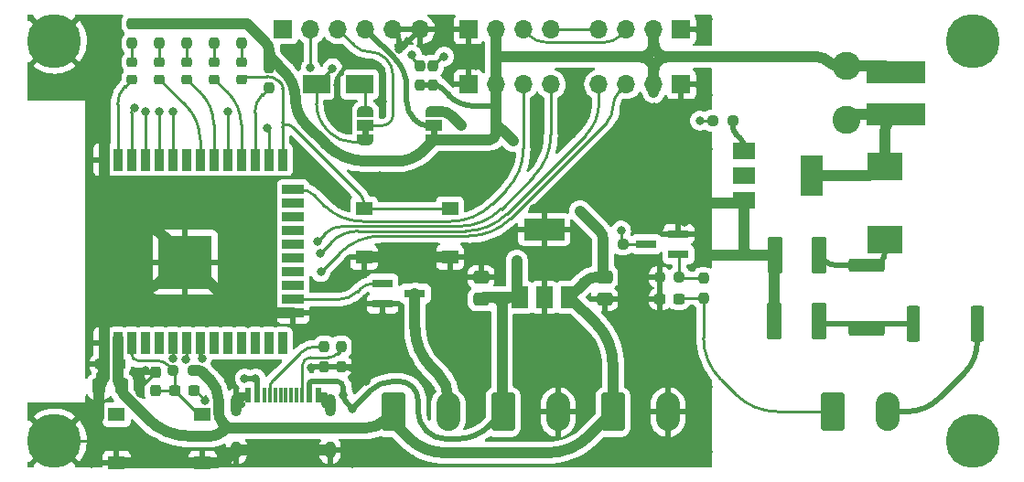
<source format=gbr>
%TF.GenerationSoftware,KiCad,Pcbnew,(6.0.7)*%
%TF.CreationDate,2022-11-03T14:23:06+01:00*%
%TF.ProjectId,opengeiger_ROUND,6f70656e-6765-4696-9765-725f524f554e,rev?*%
%TF.SameCoordinates,Original*%
%TF.FileFunction,Copper,L1,Top*%
%TF.FilePolarity,Positive*%
%FSLAX46Y46*%
G04 Gerber Fmt 4.6, Leading zero omitted, Abs format (unit mm)*
G04 Created by KiCad (PCBNEW (6.0.7)) date 2022-11-03 14:23:06*
%MOMM*%
%LPD*%
G01*
G04 APERTURE LIST*
G04 Aperture macros list*
%AMRoundRect*
0 Rectangle with rounded corners*
0 $1 Rounding radius*
0 $2 $3 $4 $5 $6 $7 $8 $9 X,Y pos of 4 corners*
0 Add a 4 corners polygon primitive as box body*
4,1,4,$2,$3,$4,$5,$6,$7,$8,$9,$2,$3,0*
0 Add four circle primitives for the rounded corners*
1,1,$1+$1,$2,$3*
1,1,$1+$1,$4,$5*
1,1,$1+$1,$6,$7*
1,1,$1+$1,$8,$9*
0 Add four rect primitives between the rounded corners*
20,1,$1+$1,$2,$3,$4,$5,0*
20,1,$1+$1,$4,$5,$6,$7,0*
20,1,$1+$1,$6,$7,$8,$9,0*
20,1,$1+$1,$8,$9,$2,$3,0*%
%AMFreePoly0*
4,1,22,0.550000,-0.750000,0.000000,-0.750000,0.000000,-0.745033,-0.079941,-0.743568,-0.215256,-0.701293,-0.333266,-0.622738,-0.424486,-0.514219,-0.481581,-0.384460,-0.499164,-0.250000,-0.500000,-0.250000,-0.500000,0.250000,-0.499164,0.250000,-0.499963,0.256109,-0.478152,0.396186,-0.417904,0.524511,-0.324060,0.630769,-0.204165,0.706417,-0.067858,0.745374,0.000000,0.744959,0.000000,0.750000,
0.550000,0.750000,0.550000,-0.750000,0.550000,-0.750000,$1*%
%AMFreePoly1*
4,1,20,0.000000,0.744959,0.073905,0.744508,0.209726,0.703889,0.328688,0.626782,0.421226,0.519385,0.479903,0.390333,0.500000,0.250000,0.500000,-0.250000,0.499851,-0.262216,0.476331,-0.402017,0.414519,-0.529596,0.319384,-0.634700,0.198574,-0.708877,0.061801,-0.746166,0.000000,-0.745033,0.000000,-0.750000,-0.550000,-0.750000,-0.550000,0.750000,0.000000,0.750000,0.000000,0.744959,
0.000000,0.744959,$1*%
G04 Aperture macros list end*
%TA.AperFunction,SMDPad,CuDef*%
%ADD10RoundRect,0.218750X0.256250X-0.218750X0.256250X0.218750X-0.256250X0.218750X-0.256250X-0.218750X0*%
%TD*%
%TA.AperFunction,SMDPad,CuDef*%
%ADD11RoundRect,0.237500X0.250000X0.237500X-0.250000X0.237500X-0.250000X-0.237500X0.250000X-0.237500X0*%
%TD*%
%TA.AperFunction,ComponentPad*%
%ADD12R,1.700000X1.700000*%
%TD*%
%TA.AperFunction,ComponentPad*%
%ADD13O,1.700000X1.700000*%
%TD*%
%TA.AperFunction,SMDPad,CuDef*%
%ADD14RoundRect,0.250000X-1.425000X0.362500X-1.425000X-0.362500X1.425000X-0.362500X1.425000X0.362500X0*%
%TD*%
%TA.AperFunction,SMDPad,CuDef*%
%ADD15RoundRect,0.250000X-0.475000X0.337500X-0.475000X-0.337500X0.475000X-0.337500X0.475000X0.337500X0*%
%TD*%
%TA.AperFunction,SMDPad,CuDef*%
%ADD16RoundRect,0.250000X0.475000X-0.337500X0.475000X0.337500X-0.475000X0.337500X-0.475000X-0.337500X0*%
%TD*%
%TA.AperFunction,ComponentPad*%
%ADD17RoundRect,0.305556X-0.794444X-1.494444X0.794444X-1.494444X0.794444X1.494444X-0.794444X1.494444X0*%
%TD*%
%TA.AperFunction,ComponentPad*%
%ADD18O,2.200000X3.600000*%
%TD*%
%TA.AperFunction,SMDPad,CuDef*%
%ADD19RoundRect,0.237500X0.237500X-0.250000X0.237500X0.250000X-0.237500X0.250000X-0.237500X-0.250000X0*%
%TD*%
%TA.AperFunction,SMDPad,CuDef*%
%ADD20R,2.000000X1.500000*%
%TD*%
%TA.AperFunction,SMDPad,CuDef*%
%ADD21R,2.000000X3.800000*%
%TD*%
%TA.AperFunction,SMDPad,CuDef*%
%ADD22RoundRect,0.237500X-0.237500X0.250000X-0.237500X-0.250000X0.237500X-0.250000X0.237500X0.250000X0*%
%TD*%
%TA.AperFunction,SMDPad,CuDef*%
%ADD23RoundRect,0.237500X-0.250000X-0.237500X0.250000X-0.237500X0.250000X0.237500X-0.250000X0.237500X0*%
%TD*%
%TA.AperFunction,ComponentPad*%
%ADD24C,5.000000*%
%TD*%
%TA.AperFunction,SMDPad,CuDef*%
%ADD25R,1.500000X2.000000*%
%TD*%
%TA.AperFunction,SMDPad,CuDef*%
%ADD26R,3.800000X2.000000*%
%TD*%
%TA.AperFunction,SMDPad,CuDef*%
%ADD27R,2.500000X1.800000*%
%TD*%
%TA.AperFunction,SMDPad,CuDef*%
%ADD28R,0.600000X1.450000*%
%TD*%
%TA.AperFunction,SMDPad,CuDef*%
%ADD29R,0.300000X1.450000*%
%TD*%
%TA.AperFunction,ComponentPad*%
%ADD30O,1.000000X1.600000*%
%TD*%
%TA.AperFunction,ComponentPad*%
%ADD31O,1.000000X2.100000*%
%TD*%
%TA.AperFunction,SMDPad,CuDef*%
%ADD32R,1.550000X1.300000*%
%TD*%
%TA.AperFunction,SMDPad,CuDef*%
%ADD33R,1.900000X0.800000*%
%TD*%
%TA.AperFunction,SMDPad,CuDef*%
%ADD34R,5.500000X2.150000*%
%TD*%
%TA.AperFunction,SMDPad,CuDef*%
%ADD35FreePoly0,90.000000*%
%TD*%
%TA.AperFunction,SMDPad,CuDef*%
%ADD36R,1.500000X1.000000*%
%TD*%
%TA.AperFunction,SMDPad,CuDef*%
%ADD37FreePoly1,90.000000*%
%TD*%
%TA.AperFunction,SMDPad,CuDef*%
%ADD38RoundRect,0.237500X-0.300000X-0.237500X0.300000X-0.237500X0.300000X0.237500X-0.300000X0.237500X0*%
%TD*%
%TA.AperFunction,SMDPad,CuDef*%
%ADD39RoundRect,0.249999X0.450001X1.450001X-0.450001X1.450001X-0.450001X-1.450001X0.450001X-1.450001X0*%
%TD*%
%TA.AperFunction,SMDPad,CuDef*%
%ADD40RoundRect,0.250000X-0.362500X-1.425000X0.362500X-1.425000X0.362500X1.425000X-0.362500X1.425000X0*%
%TD*%
%TA.AperFunction,ComponentPad*%
%ADD41C,2.600000*%
%TD*%
%TA.AperFunction,SMDPad,CuDef*%
%ADD42R,3.300000X2.500000*%
%TD*%
%TA.AperFunction,SMDPad,CuDef*%
%ADD43RoundRect,0.250000X0.337500X0.475000X-0.337500X0.475000X-0.337500X-0.475000X0.337500X-0.475000X0*%
%TD*%
%TA.AperFunction,SMDPad,CuDef*%
%ADD44RoundRect,0.237500X0.300000X0.237500X-0.300000X0.237500X-0.300000X-0.237500X0.300000X-0.237500X0*%
%TD*%
%TA.AperFunction,SMDPad,CuDef*%
%ADD45RoundRect,0.237500X0.237500X-0.300000X0.237500X0.300000X-0.237500X0.300000X-0.237500X-0.300000X0*%
%TD*%
%TA.AperFunction,SMDPad,CuDef*%
%ADD46R,0.900000X2.000000*%
%TD*%
%TA.AperFunction,SMDPad,CuDef*%
%ADD47R,2.000000X0.900000*%
%TD*%
%TA.AperFunction,SMDPad,CuDef*%
%ADD48R,5.000000X5.000000*%
%TD*%
%TA.AperFunction,ViaPad*%
%ADD49C,0.800000*%
%TD*%
%TA.AperFunction,Conductor*%
%ADD50C,0.500000*%
%TD*%
%TA.AperFunction,Conductor*%
%ADD51C,0.250000*%
%TD*%
%TA.AperFunction,Conductor*%
%ADD52C,1.000000*%
%TD*%
%TA.AperFunction,Conductor*%
%ADD53C,0.400000*%
%TD*%
G04 APERTURE END LIST*
%TO.C,JP1*%
G36*
X133625000Y-87710000D02*
G01*
X133025000Y-87710000D01*
X133025000Y-87210000D01*
X133625000Y-87210000D01*
X133625000Y-87710000D01*
G37*
%TO.C,JP2*%
G36*
X139975000Y-87710000D02*
G01*
X139375000Y-87710000D01*
X139375000Y-87210000D01*
X139975000Y-87210000D01*
X139975000Y-87710000D01*
G37*
%TD*%
D10*
%TO.P,D4,1,K*%
%TO.N,LED1*%
X119355000Y-82517500D03*
%TO.P,D4,2,A*%
%TO.N,Net-(D4-Pad2)*%
X119355000Y-80942500D03*
%TD*%
D11*
%TO.P,R1,1*%
%TO.N,Net-(Q1-Pad1)*%
X167282500Y-86360000D03*
%TO.P,R1,2*%
%TO.N,PWM*%
X165457500Y-86360000D03*
%TD*%
D10*
%TO.P,D3,1,K*%
%TO.N,PGM{slash}GPIO0*%
X121895000Y-82517500D03*
%TO.P,D3,2,A*%
%TO.N,Net-(D3-Pad2)*%
X121895000Y-80942500D03*
%TD*%
D12*
%TO.P,J9,1,Pin_1*%
%TO.N,GNDREF*%
X142850000Y-83000000D03*
D13*
%TO.P,J9,2,Pin_2*%
%TO.N,+3.3V*%
X145390000Y-83000000D03*
%TO.P,J9,3,Pin_3*%
%TO.N,GPIO02*%
X147930000Y-83000000D03*
%TO.P,J9,4,Pin_4*%
%TO.N,GPIO34*%
X150470000Y-83000000D03*
%TD*%
D14*
%TO.P,R3,1*%
%TO.N,Net-(C2-Pad1)*%
X179705000Y-99748000D03*
%TO.P,R3,2*%
%TO.N,Net-(C4-Pad1)*%
X179705000Y-105673000D03*
%TD*%
D15*
%TO.P,C3,1*%
%TO.N,+3.3V*%
X155448000Y-100816500D03*
%TO.P,C3,2*%
%TO.N,GNDREF*%
X155448000Y-102891500D03*
%TD*%
D16*
%TO.P,C1,1*%
%TO.N,+5V*%
X144018000Y-102891500D03*
%TO.P,C1,2*%
%TO.N,GNDREF*%
X144018000Y-100816500D03*
%TD*%
D17*
%TO.P,J2,1,Pin_1*%
%TO.N,+3.3V*%
X156210000Y-113324000D03*
D18*
%TO.P,J2,2,Pin_2*%
%TO.N,GNDREF*%
X161290000Y-113324000D03*
%TD*%
D17*
%TO.P,J7,1,Pin_1*%
%TO.N,+3.3V*%
X135890000Y-113324000D03*
D18*
%TO.P,J7,2,Pin_2*%
%TO.N,Net-(J7-Pad2)*%
X140970000Y-113324000D03*
%TD*%
D19*
%TO.P,R16,1*%
%TO.N,+3.3V*%
X139574125Y-83063916D03*
%TO.P,R16,2*%
%TO.N,SDA*%
X139574125Y-81238916D03*
%TD*%
D12*
%TO.P,J3,1,Pin_1*%
%TO.N,unconnected-(J3-Pad1)*%
X125705000Y-77920000D03*
D13*
%TO.P,J3,2,Pin_2*%
%TO.N,TXD*%
X128245000Y-77920000D03*
%TO.P,J3,3,Pin_3*%
%TO.N,RX5V*%
X130785000Y-77920000D03*
%TO.P,J3,4,Pin_4*%
%TO.N,VIN*%
X133325000Y-77920000D03*
%TO.P,J3,5,Pin_5*%
%TO.N,GNDREF*%
X135865000Y-77920000D03*
%TO.P,J3,6,Pin_6*%
X138405000Y-77920000D03*
%TD*%
D20*
%TO.P,Q1,\u002A*%
%TO.N,N/C*%
X168300000Y-91440000D03*
%TO.P,Q1,1,B*%
%TO.N,Net-(Q1-Pad1)*%
X168300000Y-89140000D03*
%TO.P,Q1,3,E*%
%TO.N,GNDREF*%
X168300000Y-93740000D03*
D21*
%TO.P,Q1,4,C*%
%TO.N,Net-(D1-Pad2)*%
X174600000Y-91440000D03*
%TD*%
D22*
%TO.P,R5,1*%
%TO.N,Net-(Q2-Pad1)*%
X164592000Y-100941500D03*
%TO.P,R5,2*%
%TO.N,Net-(C7-Pad1)*%
X164592000Y-102766500D03*
%TD*%
D23*
%TO.P,R6,1*%
%TO.N,GNDREF*%
X160531000Y-100838000D03*
%TO.P,R6,2*%
%TO.N,Net-(Q2-Pad1)*%
X162356000Y-100838000D03*
%TD*%
D10*
%TO.P,D7,1,K*%
%TO.N,LED4*%
X111735000Y-82517500D03*
%TO.P,D7,2,A*%
%TO.N,Net-(D7-Pad2)*%
X111735000Y-80942500D03*
%TD*%
D24*
%TO.P,H3,1,1*%
%TO.N,GNDREF*%
X104535000Y-79000000D03*
%TD*%
D19*
%TO.P,R15,1*%
%TO.N,GNDREF*%
X131064000Y-109102500D03*
%TO.P,R15,2*%
%TO.N,Net-(J8-PadB5)*%
X131064000Y-107277500D03*
%TD*%
D12*
%TO.P,J5,1,Pin_1*%
%TO.N,GNDREF*%
X162535000Y-77920000D03*
D13*
%TO.P,J5,2,Pin_2*%
%TO.N,+3.3V*%
X159995000Y-77920000D03*
%TO.P,J5,3,Pin_3*%
%TO.N,SCL*%
X157455000Y-77920000D03*
%TO.P,J5,4,Pin_4*%
%TO.N,SDA*%
X154915000Y-77920000D03*
%TD*%
D23*
%TO.P,R8,1*%
%TO.N,RST*%
X115545000Y-109460000D03*
%TO.P,R8,2*%
%TO.N,+3.3V*%
X117370000Y-109460000D03*
%TD*%
D19*
%TO.P,R2,1*%
%TO.N,Net-(R2-Pad1)*%
X124435000Y-83277500D03*
%TO.P,R2,2*%
%TO.N,+3.3V*%
X124435000Y-81452500D03*
%TD*%
D25*
%TO.P,U2,1,VI*%
%TO.N,+5V*%
X147560000Y-102718000D03*
D26*
%TO.P,U2,2,GND*%
%TO.N,GNDREF*%
X149860000Y-96418000D03*
D25*
X149860000Y-102718000D03*
%TO.P,U2,3,VO*%
%TO.N,+3.3V*%
X152160000Y-102718000D03*
%TD*%
D27*
%TO.P,D2,1,K*%
%TO.N,RXD*%
X128785000Y-83000000D03*
%TO.P,D2,2,A*%
%TO.N,Net-(D2-Pad2)*%
X132785000Y-83000000D03*
%TD*%
D28*
%TO.P,J8,A1,GND*%
%TO.N,GNDREF*%
X122455000Y-111765000D03*
%TO.P,J8,A4,VBUS*%
%TO.N,+5V*%
X123255000Y-111765000D03*
D29*
%TO.P,J8,A5,CC1*%
%TO.N,Net-(J8-PadA5)*%
X124455000Y-111765000D03*
%TO.P,J8,A6,D+*%
%TO.N,unconnected-(J8-PadA6)*%
X125455000Y-111765000D03*
%TO.P,J8,A7,D-*%
%TO.N,unconnected-(J8-PadA7)*%
X125955000Y-111765000D03*
%TO.P,J8,A8,SBU1*%
%TO.N,unconnected-(J8-PadA8)*%
X126955000Y-111765000D03*
D28*
%TO.P,J8,A9,VBUS*%
%TO.N,+5V*%
X128155000Y-111765000D03*
%TO.P,J8,A12,GND*%
%TO.N,GNDREF*%
X128955000Y-111765000D03*
%TO.P,J8,B1,GND*%
X128955000Y-111765000D03*
%TO.P,J8,B4,VBUS*%
%TO.N,+5V*%
X128155000Y-111765000D03*
D29*
%TO.P,J8,B5,CC2*%
%TO.N,Net-(J8-PadB5)*%
X127455000Y-111765000D03*
%TO.P,J8,B6,D+*%
%TO.N,unconnected-(J8-PadB6)*%
X126455000Y-111765000D03*
%TO.P,J8,B7,D-*%
%TO.N,unconnected-(J8-PadB7)*%
X124955000Y-111765000D03*
%TO.P,J8,B8,SBU2*%
%TO.N,unconnected-(J8-PadB8)*%
X123955000Y-111765000D03*
D28*
%TO.P,J8,B9,VBUS*%
%TO.N,+5V*%
X123255000Y-111765000D03*
%TO.P,J8,B12,GND*%
%TO.N,GNDREF*%
X122455000Y-111765000D03*
D30*
%TO.P,J8,S1,SHIELD*%
X121385000Y-116860000D03*
D31*
X121385000Y-112680000D03*
X130025000Y-112680000D03*
D30*
X130025000Y-116860000D03*
%TD*%
D12*
%TO.P,J10,1,Pin_1*%
%TO.N,GNDREF*%
X162535000Y-83000000D03*
D13*
%TO.P,J10,2,Pin_2*%
%TO.N,+3.3V*%
X159995000Y-83000000D03*
%TO.P,J10,3,Pin_3*%
%TO.N,GPIO32*%
X157455000Y-83000000D03*
%TO.P,J10,4,Pin_4*%
%TO.N,GPIO35*%
X154915000Y-83000000D03*
%TD*%
D32*
%TO.P,SW1,\u002A*%
%TO.N,N/C*%
X110295000Y-113560000D03*
%TO.P,SW1,1,1*%
%TO.N,GNDREF*%
X110295000Y-118060000D03*
X118255000Y-118060000D03*
%TO.P,SW1,2,2*%
%TO.N,RST*%
X118255000Y-113560000D03*
%TD*%
D22*
%TO.P,R12,1*%
%TO.N,+3.3V*%
X114275000Y-77365000D03*
%TO.P,R12,2*%
%TO.N,Net-(D6-Pad2)*%
X114275000Y-79190000D03*
%TD*%
D11*
%TO.P,R7,1*%
%TO.N,PULSE*%
X157122500Y-97790000D03*
%TO.P,R7,2*%
%TO.N,+3.3V*%
X155297500Y-97790000D03*
%TD*%
D33*
%TO.P,Q3,1,B*%
%TO.N,CLICKER*%
X134898000Y-101412000D03*
%TO.P,Q3,2,E*%
%TO.N,GNDREF*%
X134898000Y-103312000D03*
%TO.P,Q3,3,C*%
%TO.N,Net-(J7-Pad2)*%
X137898000Y-102362000D03*
%TD*%
D34*
%TO.P,L1,1,1*%
%TO.N,+3.3V*%
X182362725Y-81895000D03*
%TO.P,L1,2,2*%
%TO.N,Net-(D1-Pad2)*%
X182362725Y-85745000D03*
%TD*%
D35*
%TO.P,JP1,1,A*%
%TO.N,RXD*%
X133325000Y-88110000D03*
D36*
%TO.P,JP1,2,C*%
%TO.N,RX5V*%
X133325000Y-86810000D03*
D37*
%TO.P,JP1,3,B*%
%TO.N,Net-(D2-Pad2)*%
X133325000Y-85510000D03*
%TD*%
D19*
%TO.P,R17,1*%
%TO.N,+3.3V*%
X138334125Y-83063916D03*
%TO.P,R17,2*%
%TO.N,SCL*%
X138334125Y-81238916D03*
%TD*%
D38*
%TO.P,C9,1*%
%TO.N,RST*%
X115698500Y-111365000D03*
%TO.P,C9,2*%
%TO.N,GNDREF*%
X117423500Y-111365000D03*
%TD*%
D32*
%TO.P,SW2,1,1*%
%TO.N,GNDREF*%
X141140000Y-99010000D03*
X133180000Y-99010000D03*
%TO.P,SW2,2,2*%
%TO.N,PGM{slash}GPIO0*%
X141140000Y-94510000D03*
X133180000Y-94510000D03*
%TD*%
D17*
%TO.P,J1,1,Pin_1*%
%TO.N,+5V*%
X146050000Y-113324000D03*
D18*
%TO.P,J1,2,Pin_2*%
%TO.N,GNDREF*%
X151130000Y-113324000D03*
%TD*%
D39*
%TO.P,C2,1*%
%TO.N,Net-(C2-Pad1)*%
X175278000Y-98806000D03*
%TO.P,C2,2*%
%TO.N,GNDREF*%
X171178000Y-98806000D03*
%TD*%
D24*
%TO.P,H4,1,1*%
%TO.N,unconnected-(H4-Pad1)*%
X189500000Y-116000000D03*
%TD*%
D40*
%TO.P,R4,1*%
%TO.N,Net-(C4-Pad1)*%
X183991663Y-105123469D03*
%TO.P,R4,2*%
%TO.N,Net-(J4-Pad2)*%
X189916663Y-105123469D03*
%TD*%
D41*
%TO.P,L2,1,1*%
%TO.N,+3.3V*%
X177800000Y-81280000D03*
%TO.P,L2,2,2*%
%TO.N,Net-(D1-Pad2)*%
X177800000Y-86280000D03*
%TD*%
D33*
%TO.P,Q2,1,B*%
%TO.N,Net-(Q2-Pad1)*%
X162282000Y-98740000D03*
%TO.P,Q2,2,E*%
%TO.N,GNDREF*%
X162282000Y-96840000D03*
%TO.P,Q2,3,C*%
%TO.N,PULSE*%
X159282000Y-97790000D03*
%TD*%
D42*
%TO.P,D1,1,K*%
%TO.N,Net-(C2-Pad1)*%
X181356000Y-97380000D03*
%TO.P,D1,2,A*%
%TO.N,Net-(D1-Pad2)*%
X181356000Y-90580000D03*
%TD*%
D19*
%TO.P,R14,1*%
%TO.N,GNDREF*%
X129515000Y-109102500D03*
%TO.P,R14,2*%
%TO.N,Net-(J8-PadA5)*%
X129515000Y-107277500D03*
%TD*%
D22*
%TO.P,R9,1*%
%TO.N,+3.3V*%
X121895000Y-77365000D03*
%TO.P,R9,2*%
%TO.N,Net-(D3-Pad2)*%
X121895000Y-79190000D03*
%TD*%
D35*
%TO.P,JP2,1,A*%
%TO.N,+3.3V*%
X139675000Y-88110000D03*
D36*
%TO.P,JP2,2,C*%
%TO.N,VIN*%
X139675000Y-86810000D03*
D37*
%TO.P,JP2,3,B*%
%TO.N,+5V*%
X139675000Y-85510000D03*
%TD*%
D43*
%TO.P,C5,1*%
%TO.N,+3.3V*%
X110740500Y-110948000D03*
%TO.P,C5,2*%
%TO.N,GNDREF*%
X108665500Y-110948000D03*
%TD*%
D44*
%TO.P,C6,1*%
%TO.N,+3.3V*%
X110565500Y-108916000D03*
%TO.P,C6,2*%
%TO.N,GNDREF*%
X108840500Y-108916000D03*
%TD*%
D22*
%TO.P,R10,1*%
%TO.N,+3.3V*%
X119355000Y-77365000D03*
%TO.P,R10,2*%
%TO.N,Net-(D4-Pad2)*%
X119355000Y-79190000D03*
%TD*%
D17*
%TO.P,J4,1,Pin_1*%
%TO.N,Net-(C7-Pad1)*%
X176530000Y-113284000D03*
D18*
%TO.P,J4,2,Pin_2*%
%TO.N,Net-(J4-Pad2)*%
X181610000Y-113284000D03*
%TD*%
D10*
%TO.P,D5,1,K*%
%TO.N,LED2*%
X116815000Y-82517500D03*
%TO.P,D5,2,A*%
%TO.N,Net-(D5-Pad2)*%
X116815000Y-80942500D03*
%TD*%
D44*
%TO.P,C7,1*%
%TO.N,Net-(C7-Pad1)*%
X162306000Y-102870000D03*
%TO.P,C7,2*%
%TO.N,GNDREF*%
X160581000Y-102870000D03*
%TD*%
D24*
%TO.P,H1,1,1*%
%TO.N,unconnected-(H1-Pad1)*%
X189500000Y-79000000D03*
%TD*%
%TO.P,H2,1,1*%
%TO.N,GNDREF*%
X104535000Y-116000000D03*
%TD*%
D10*
%TO.P,D6,1,K*%
%TO.N,LED3*%
X114275000Y-82517500D03*
%TO.P,D6,2,A*%
%TO.N,Net-(D6-Pad2)*%
X114275000Y-80942500D03*
%TD*%
D12*
%TO.P,J6,1,Pin_1*%
%TO.N,GNDREF*%
X142850000Y-77920000D03*
D13*
%TO.P,J6,2,Pin_2*%
%TO.N,+3.3V*%
X145390000Y-77920000D03*
%TO.P,J6,3,Pin_3*%
%TO.N,SCL*%
X147930000Y-77920000D03*
%TO.P,J6,4,Pin_4*%
%TO.N,SDA*%
X150470000Y-77920000D03*
%TD*%
D39*
%TO.P,C4,1*%
%TO.N,Net-(C4-Pad1)*%
X175258500Y-104902000D03*
%TO.P,C4,2*%
%TO.N,GNDREF*%
X171158500Y-104902000D03*
%TD*%
D22*
%TO.P,R11,1*%
%TO.N,+3.3V*%
X116815000Y-77365000D03*
%TO.P,R11,2*%
%TO.N,Net-(D5-Pad2)*%
X116815000Y-79190000D03*
%TD*%
D45*
%TO.P,C8,1*%
%TO.N,RST*%
X113867500Y-111365000D03*
%TO.P,C8,2*%
%TO.N,GNDREF*%
X113867500Y-109640000D03*
%TD*%
D22*
%TO.P,R13,1*%
%TO.N,+3.3V*%
X111735000Y-77365000D03*
%TO.P,R13,2*%
%TO.N,Net-(D7-Pad2)*%
X111735000Y-79190000D03*
%TD*%
D46*
%TO.P,U1,1,GND*%
%TO.N,GNDREF*%
X109115000Y-106960000D03*
%TO.P,U1,2,VDD*%
%TO.N,+3.3V*%
X110385000Y-106960000D03*
%TO.P,U1,3,EN*%
%TO.N,RST*%
X111655000Y-106960000D03*
%TO.P,U1,4,SENSOR_VP*%
%TO.N,unconnected-(U1-Pad4)*%
X112925000Y-106960000D03*
%TO.P,U1,5,SENSOR_VN*%
%TO.N,unconnected-(U1-Pad5)*%
X114195000Y-106960000D03*
%TO.P,U1,6,IO34*%
%TO.N,GPIO34*%
X115465000Y-106960000D03*
%TO.P,U1,7,IO35*%
%TO.N,GPIO35*%
X116735000Y-106960000D03*
%TO.P,U1,8,IO32*%
%TO.N,GPIO32*%
X118005000Y-106960000D03*
%TO.P,U1,9,IO33*%
%TO.N,unconnected-(U1-Pad9)*%
X119275000Y-106960000D03*
%TO.P,U1,10,IO25*%
%TO.N,unconnected-(U1-Pad10)*%
X120545000Y-106960000D03*
%TO.P,U1,11,IO26*%
%TO.N,unconnected-(U1-Pad11)*%
X121815000Y-106960000D03*
%TO.P,U1,12,IO27*%
%TO.N,unconnected-(U1-Pad12)*%
X123085000Y-106960000D03*
%TO.P,U1,13,IO14*%
%TO.N,unconnected-(U1-Pad13)*%
X124355000Y-106960000D03*
%TO.P,U1,14,IO12*%
%TO.N,unconnected-(U1-Pad14)*%
X125625000Y-106960000D03*
D47*
%TO.P,U1,15,GND*%
%TO.N,GNDREF*%
X126625000Y-104175000D03*
%TO.P,U1,16,IO13*%
%TO.N,CLICKER*%
X126625000Y-102905000D03*
%TO.P,U1,17,SHD/SD2*%
%TO.N,unconnected-(U1-Pad17)*%
X126625000Y-101635000D03*
%TO.P,U1,18,SWP/SD3*%
%TO.N,unconnected-(U1-Pad18)*%
X126625000Y-100365000D03*
%TO.P,U1,19,SCS/CMD*%
%TO.N,unconnected-(U1-Pad19)*%
X126625000Y-99095000D03*
%TO.P,U1,20,SCK/CLK*%
%TO.N,unconnected-(U1-Pad20)*%
X126625000Y-97825000D03*
%TO.P,U1,21,SDO/SD0*%
%TO.N,unconnected-(U1-Pad21)*%
X126625000Y-96555000D03*
%TO.P,U1,22,SDI/SD1*%
%TO.N,unconnected-(U1-Pad22)*%
X126625000Y-95285000D03*
%TO.P,U1,23,IO15*%
%TO.N,unconnected-(U1-Pad23)*%
X126625000Y-94015000D03*
%TO.P,U1,24,IO2*%
%TO.N,GPIO02*%
X126625000Y-92745000D03*
D46*
%TO.P,U1,25,IO0*%
%TO.N,PGM{slash}GPIO0*%
X125625000Y-89960000D03*
%TO.P,U1,26,IO4*%
%TO.N,PULSE*%
X124355000Y-89960000D03*
%TO.P,U1,27,IO16*%
%TO.N,Net-(R2-Pad1)*%
X123085000Y-89960000D03*
%TO.P,U1,28,IO17*%
%TO.N,LED1*%
X121815000Y-89960000D03*
%TO.P,U1,29,IO5*%
%TO.N,PWM*%
X120545000Y-89960000D03*
%TO.P,U1,30,IO18*%
%TO.N,LED2*%
X119275000Y-89960000D03*
%TO.P,U1,31,IO19*%
%TO.N,LED3*%
X118005000Y-89960000D03*
%TO.P,U1,32,NC*%
%TO.N,unconnected-(U1-Pad32)*%
X116735000Y-89960000D03*
%TO.P,U1,33,IO21*%
%TO.N,SDA*%
X115465000Y-89960000D03*
%TO.P,U1,34,RXD0/IO3*%
%TO.N,RXD*%
X114195000Y-89960000D03*
%TO.P,U1,35,TXD0/IO1*%
%TO.N,TXD*%
X112925000Y-89960000D03*
%TO.P,U1,36,IO22*%
%TO.N,SCL*%
X111655000Y-89960000D03*
%TO.P,U1,37,IO23*%
%TO.N,LED4*%
X110385000Y-89960000D03*
%TO.P,U1,38,GND*%
%TO.N,GNDREF*%
X109115000Y-89960000D03*
D48*
%TO.P,U1,39,GND*%
X116615000Y-99460000D03*
%TD*%
D49*
%TO.N,+5V*%
X131293000Y-111746000D03*
X132080000Y-113016000D03*
X123165000Y-110222000D03*
X142215000Y-86810000D03*
X147320000Y-99314000D03*
X122149000Y-110222000D03*
%TO.N,GNDREF*%
X165000000Y-89000000D03*
X148844000Y-94488000D03*
X130556000Y-84582000D03*
X165000000Y-84000000D03*
X112243000Y-115087000D03*
X104140000Y-82550000D03*
X163068000Y-104902000D03*
X165000000Y-111000000D03*
X129540000Y-105156000D03*
X120650000Y-92710000D03*
X152654000Y-91948000D03*
X134620000Y-91440000D03*
X133096000Y-103378000D03*
X152400000Y-82550000D03*
X161290000Y-92710000D03*
X109195000Y-83254000D03*
X123190000Y-93980000D03*
X136398000Y-79756000D03*
X106680000Y-82550000D03*
X143510000Y-81280000D03*
X152400000Y-108458000D03*
X148590000Y-104902000D03*
X144272000Y-99314000D03*
X129540000Y-91440000D03*
X165000000Y-77000000D03*
X136740000Y-99010000D03*
X150876000Y-98806000D03*
X126804000Y-80206000D03*
X149098000Y-98806000D03*
X153670000Y-93218000D03*
X143256000Y-98298000D03*
X164592000Y-96520000D03*
X120650000Y-109220000D03*
X118500000Y-112250000D03*
X165000000Y-117000000D03*
X140970000Y-91440000D03*
X149860000Y-104902000D03*
X123190000Y-97790000D03*
X164338000Y-99060000D03*
X109220000Y-80010000D03*
X138240000Y-99010000D03*
X142240000Y-108712000D03*
X163322000Y-108458000D03*
X113030000Y-92710000D03*
X152400000Y-83820000D03*
X134874000Y-84582000D03*
X159258000Y-99822000D03*
X149122005Y-87109643D03*
X123190000Y-100330000D03*
X159258000Y-105156000D03*
X110744000Y-99568000D03*
X158496000Y-108458000D03*
X130556000Y-92964000D03*
X160020000Y-85090000D03*
X160528000Y-96266000D03*
X123170000Y-116860000D03*
X158750000Y-92710000D03*
X109220000Y-77470000D03*
X148844000Y-108458000D03*
X152400000Y-87630000D03*
X116840000Y-92710000D03*
X140716000Y-101854000D03*
X110490000Y-104140000D03*
X108687000Y-115556000D03*
X159000000Y-117000000D03*
X156210000Y-92710000D03*
X109195000Y-84524000D03*
X122428000Y-105156000D03*
X162814000Y-95758000D03*
X140716000Y-103632000D03*
X131572000Y-105156000D03*
X124460000Y-109220000D03*
X113005000Y-109460000D03*
X131604846Y-87244907D03*
X142000000Y-81000000D03*
X112497000Y-111549500D03*
X151130000Y-104902000D03*
X114300000Y-104140000D03*
X157988000Y-105156000D03*
X113549000Y-118060000D03*
X150368000Y-94488000D03*
X144780000Y-90170000D03*
X132080000Y-118110000D03*
X161544000Y-88138000D03*
X129540000Y-79756000D03*
X130792199Y-86673457D03*
X133350000Y-110490000D03*
X145580601Y-91342507D03*
X158750000Y-90170000D03*
X134874000Y-104394000D03*
X123190000Y-92710000D03*
X128250000Y-116860000D03*
X128313581Y-109216377D03*
X159258000Y-102870000D03*
X108687000Y-113778000D03*
X107950000Y-118110000D03*
X110490000Y-92710000D03*
X115073000Y-118060000D03*
X108687000Y-112508000D03*
%TO.N,+3.3V*%
X145500000Y-86750000D03*
X153162000Y-94742000D03*
X153797000Y-95377000D03*
X154432000Y-96012000D03*
X146250000Y-87500000D03*
X147000000Y-88250000D03*
%TO.N,RXD*%
X114275000Y-85540000D03*
X130260396Y-81510507D03*
%TO.N,TXD*%
X113005000Y-85540000D03*
X128245000Y-81476000D03*
%TO.N,SCL*%
X137596973Y-80225138D03*
X111938886Y-85138148D03*
%TO.N,SDA*%
X140605345Y-80419227D03*
X115545000Y-85540000D03*
%TO.N,PULSE*%
X124250000Y-87000000D03*
X156972000Y-96520000D03*
%TO.N,PWM*%
X120625000Y-85540000D03*
X164250000Y-86360000D03*
%TO.N,GPIO34*%
X115510255Y-108385500D03*
X128852539Y-97520517D03*
%TO.N,GPIO32*%
X118185593Y-108365111D03*
X129180731Y-100372884D03*
%TO.N,GPIO35*%
X129129516Y-98633833D03*
X116731379Y-108481187D03*
%TD*%
D50*
%TO.N,Net-(J4-Pad2)*%
X183388000Y-113283990D02*
G75*
G03*
X186423235Y-112026763I0J4292490D01*
G01*
X188711089Y-109738904D02*
G75*
G03*
X189916663Y-106828403I-2910489J2910504D01*
G01*
D51*
%TO.N,GPIO35*%
X130157417Y-97605901D02*
G75*
G02*
X132639042Y-96578000I2481583J-2481599D01*
G01*
X142562092Y-96577979D02*
G75*
G03*
X146409848Y-94984207I8J5441579D01*
G01*
X153684955Y-87709076D02*
G75*
G03*
X154915000Y-84739528I-2969555J2969576D01*
G01*
X116733191Y-108479378D02*
G75*
G03*
X116735000Y-108475005I-4391J4378D01*
G01*
%TO.N,GPIO32*%
X118095304Y-108274806D02*
G75*
G02*
X118005000Y-108056819I217996J218006D01*
G01*
X156210033Y-85099630D02*
G75*
G02*
X156814315Y-83640684I2063267J30D01*
G01*
X155605678Y-86558569D02*
G75*
G03*
X156210000Y-85099630I-1458978J1458969D01*
G01*
X130931843Y-98621813D02*
G75*
G02*
X134779578Y-97028000I3847757J-3847687D01*
G01*
X142882297Y-97027982D02*
G75*
G03*
X146730053Y-95434207I3J5441582D01*
G01*
%TO.N,GPIO34*%
X142010932Y-96128007D02*
G75*
G03*
X145858688Y-94534207I-32J5441607D01*
G01*
X129548785Y-96824246D02*
G75*
G02*
X131229714Y-96128000I1680915J-1680954D01*
G01*
X115487640Y-108362859D02*
G75*
G02*
X115465000Y-108308244I54660J54659D01*
G01*
X148876202Y-91516683D02*
G75*
G03*
X150470000Y-87668932I-3847802J3847783D01*
G01*
%TO.N,GPIO02*%
X141189047Y-95678017D02*
G75*
G03*
X145036803Y-94084206I-47J5441617D01*
G01*
X133046944Y-95677981D02*
G75*
G02*
X129506500Y-94211500I-44J5006881D01*
G01*
X146336194Y-92784790D02*
G75*
G03*
X147930000Y-88937047I-3847794J3847790D01*
G01*
X127332500Y-92745013D02*
G75*
G02*
X128540278Y-93245278I0J-1708087D01*
G01*
%TO.N,Net-(J8-PadB5)*%
X127455026Y-109051726D02*
G75*
G02*
X127685323Y-108495676I786374J26D01*
G01*
X129890662Y-108265321D02*
G75*
G03*
X130720337Y-107921690I38J1173321D01*
G01*
X130957772Y-107684305D02*
G75*
G03*
X131064000Y-107427764I-256572J256505D01*
G01*
X127685342Y-108495695D02*
G75*
G02*
X128241373Y-108265353I556058J-556005D01*
G01*
%TO.N,Net-(J8-PadA5)*%
X124455000Y-111237500D02*
G75*
G02*
X124827998Y-110337001I1273500J0D01*
G01*
X127312060Y-107852877D02*
G75*
G02*
X128701250Y-107277500I1389140J-1389223D01*
G01*
%TO.N,Net-(R2-Pad1)*%
X123084998Y-85582094D02*
G75*
G02*
X123760000Y-83952500I2304602J-6D01*
G01*
D52*
%TO.N,Net-(J7-Pad2)*%
X139433991Y-109208009D02*
G75*
G02*
X137898000Y-105499767I3708209J3708209D01*
G01*
X140970010Y-112034000D02*
G75*
G03*
X140057832Y-109831832I-3114310J0D01*
G01*
D51*
%TO.N,PWM*%
X120544987Y-85676568D02*
G75*
G02*
X120585000Y-85580000I136613J-32D01*
G01*
%TO.N,CLICKER*%
X132786454Y-101963541D02*
G75*
G02*
X134118000Y-101412000I1331546J-1331559D01*
G01*
X130789289Y-102904995D02*
G75*
G03*
X132591500Y-102158500I11J2548695D01*
G01*
%TO.N,PULSE*%
X124354951Y-87179246D02*
G75*
G03*
X124302500Y-87052500I-179251J46D01*
G01*
X157228919Y-97789991D02*
G75*
G02*
X157047251Y-97714749I-19J256891D01*
G01*
X157047244Y-97714756D02*
G75*
G02*
X156972000Y-97533080I181656J181656D01*
G01*
%TO.N,Net-(Q2-Pad1)*%
X162407754Y-100889746D02*
G75*
G02*
X162356000Y-100764814I124946J124946D01*
G01*
X162532685Y-100941505D02*
G75*
G02*
X162407751Y-100889749I15J176705D01*
G01*
X162355989Y-98866325D02*
G75*
G03*
X162319000Y-98777000I-126289J25D01*
G01*
D50*
%TO.N,Net-(Q1-Pad1)*%
X167605089Y-87595145D02*
G75*
G02*
X167282500Y-86816250I778911J778845D01*
G01*
X168300011Y-88715000D02*
G75*
G03*
X167999478Y-87989480I-1026011J0D01*
G01*
%TO.N,VIN*%
X137134979Y-83308050D02*
G75*
G03*
X135994459Y-80554541I-3893979J50D01*
G01*
X134836459Y-79414015D02*
G75*
G02*
X134866263Y-79426345I41J-42085D01*
G01*
X139050000Y-86809995D02*
G75*
G02*
X137983058Y-86368058I0J1508895D01*
G01*
X137780009Y-86164991D02*
G75*
G02*
X137135000Y-84607832I1557191J1557191D01*
G01*
X134836459Y-79414014D02*
G75*
G02*
X134806654Y-79401654I41J42214D01*
G01*
D51*
%TO.N,SDA*%
X140319030Y-80494018D02*
G75*
G02*
X140499579Y-80419227I180570J-180582D01*
G01*
X115464987Y-85676568D02*
G75*
G02*
X115505000Y-85580000I136613J-32D01*
G01*
%TO.N,SCL*%
X149935850Y-79095020D02*
G75*
G02*
X148517500Y-78507500I50J2005920D01*
G01*
X111654974Y-85622771D02*
G75*
G02*
X111796944Y-85280092I484626J-29D01*
G01*
X137694748Y-80599593D02*
G75*
G02*
X137596973Y-80363451I236152J236093D01*
G01*
X155449149Y-79095020D02*
G75*
G03*
X156867500Y-78507500I-49J2005920D01*
G01*
%TO.N,TXD*%
X112924987Y-85676568D02*
G75*
G02*
X112965000Y-85580000I136613J-32D01*
G01*
%TO.N,Net-(D2-Pad2)*%
X133324984Y-83921837D02*
G75*
G03*
X133055000Y-83270000I-921784J37D01*
G01*
%TO.N,LED4*%
X110384998Y-84822094D02*
G75*
G02*
X111060000Y-83192500I2304602J-6D01*
G01*
%TO.N,LED3*%
X118005030Y-88103750D02*
G75*
G03*
X116692433Y-84934933I-4481430J-50D01*
G01*
%TO.N,LED2*%
X119275007Y-86716982D02*
G75*
G03*
X118045000Y-83747500I-4199507J-18D01*
G01*
%TO.N,LED1*%
X121815007Y-86716982D02*
G75*
G03*
X120585000Y-83747500I-4199507J-18D01*
G01*
%TO.N,PGM{slash}GPIO0*%
X125625025Y-83379222D02*
G75*
G02*
X125631171Y-83364324I21075J22D01*
G01*
X133657000Y-94510000D02*
G75*
G02*
X133180000Y-94033000I0J477000D01*
G01*
X125984000Y-86719000D02*
G75*
G02*
X126596850Y-86972852I0J-866700D01*
G01*
X124236877Y-82265027D02*
G75*
G02*
X125227154Y-82675187I23J-1400473D01*
G01*
X122021237Y-82391237D02*
G75*
G02*
X122326044Y-82265000I304763J-304763D01*
G01*
X125631152Y-83364305D02*
G75*
G03*
X125637342Y-83349425I-14852J14905D01*
G01*
X125625000Y-86944500D02*
G75*
G02*
X125850500Y-86719000I225500J0D01*
G01*
X125850500Y-86719000D02*
G75*
G02*
X125625000Y-86493500I0J225500D01*
G01*
X133179994Y-94033000D02*
G75*
G03*
X132842710Y-93218710I-1151594J0D01*
G01*
X125637377Y-83221763D02*
G75*
G03*
X125540898Y-82988931I-329277J-37D01*
G01*
X125625000Y-86944500D02*
X125625000Y-86493500D01*
X125625000Y-86944500D02*
X125625000Y-87395500D01*
%TO.N,RX5V*%
X133726500Y-79989000D02*
G75*
G02*
X132237049Y-79372049I0J2106400D01*
G01*
X135865001Y-82150197D02*
G75*
G03*
X135232000Y-80622000I-2161201J-3D01*
G01*
X135575387Y-86520387D02*
G75*
G03*
X135865000Y-85821242I-699187J699187D01*
G01*
X133726500Y-79989000D02*
G75*
G02*
X135215950Y-80605950I0J-2106400D01*
G01*
X134876242Y-86810016D02*
G75*
G03*
X135575398Y-86520398I-42J988816D01*
G01*
%TO.N,RXD*%
X131994182Y-88302700D02*
G75*
G02*
X130051284Y-87497919I18J2747700D01*
G01*
X129820520Y-87267173D02*
G75*
G02*
X128785000Y-84767175I2499980J2499973D01*
G01*
X114194987Y-85676568D02*
G75*
G02*
X114235000Y-85580000I136613J-32D01*
G01*
X130255429Y-81529606D02*
G75*
G03*
X130260396Y-81517555I-12029J12006D01*
G01*
X132996050Y-88302716D02*
G75*
G03*
X133228652Y-88206346I-50J329016D01*
G01*
D52*
%TO.N,Net-(D1-Pad2)*%
X181650862Y-85745091D02*
G75*
G02*
X181859361Y-86248361I38J-294809D01*
G01*
X181355994Y-87463587D02*
G75*
G02*
X181859362Y-86248362I1718606J-13D01*
G01*
X179887888Y-91439995D02*
G75*
G03*
X180926000Y-91010000I12J1468095D01*
G01*
X178067499Y-86012499D02*
G75*
G02*
X178713302Y-85745000I645801J-645801D01*
G01*
X180926003Y-91010003D02*
G75*
G03*
X181356000Y-89971888I-1038103J1038103D01*
G01*
D51*
%TO.N,RST*%
X115698483Y-109722040D02*
G75*
G03*
X115621750Y-109536750I-261983J40D01*
G01*
X112289693Y-108581799D02*
G75*
G02*
X111840897Y-108395897I7J634699D01*
G01*
X111840896Y-108395898D02*
G75*
G02*
X111655000Y-107947101I448804J448798D01*
G01*
X114045810Y-108581793D02*
G75*
G02*
X115105896Y-109020898I-10J-1499207D01*
G01*
X118074250Y-113560026D02*
G75*
G02*
X117765690Y-113432190I50J436426D01*
G01*
X115468250Y-109383250D02*
X115621750Y-109536750D01*
%TO.N,Net-(C7-Pad1)*%
X171417963Y-113284010D02*
G75*
G02*
X167570208Y-111690206I37J5441610D01*
G01*
X162357754Y-102818254D02*
G75*
G02*
X162482685Y-102766500I124946J-124946D01*
G01*
X166185800Y-110305784D02*
G75*
G02*
X164592000Y-106458036I3847800J3847784D01*
G01*
D50*
%TO.N,Net-(C4-Pad1)*%
X175636571Y-105123489D02*
G75*
G02*
X175369235Y-105012733I29J378089D01*
G01*
D52*
%TO.N,+3.3V*%
X144790805Y-88110002D02*
G75*
G03*
X145214500Y-87934500I-5J599202D01*
G01*
X119730003Y-112268190D02*
G75*
G03*
X118907499Y-110282501I-2808203J-10D01*
G01*
D50*
X145227824Y-85000010D02*
G75*
G03*
X145342500Y-84952500I-24J162210D01*
G01*
D52*
X140659656Y-117094018D02*
G75*
G02*
X137287000Y-115697000I44J4769718D01*
G01*
X175130172Y-80460012D02*
G75*
G02*
X176120000Y-80870000I28J-1399788D01*
G01*
X135544975Y-113669112D02*
G75*
G02*
X135890000Y-113812000I142925J-142888D01*
G01*
X120434500Y-114603500D02*
G75*
G02*
X120434500Y-114730500I-63500J-63500D01*
G01*
X120434501Y-114730501D02*
G75*
G02*
X120561499Y-114730501I63499J-63498D01*
G01*
X110940463Y-111713405D02*
G75*
G02*
X110740500Y-111230750I482637J482705D01*
G01*
X145390000Y-80781300D02*
G75*
G02*
X145703700Y-80467600I313700J0D01*
G01*
X145703700Y-80467600D02*
G75*
G02*
X145390000Y-80153900I0J313700D01*
G01*
X136235076Y-114645060D02*
G75*
G02*
X135890000Y-113812000I833024J833060D01*
G01*
D50*
X139819020Y-83063889D02*
G75*
G02*
X140237082Y-83237084I-20J-591211D01*
G01*
D52*
X124435009Y-79965000D02*
G75*
G03*
X124084981Y-79119984I-1195009J0D01*
G01*
X155297530Y-97333750D02*
G75*
G03*
X154974881Y-96554883I-1101530J-50D01*
G01*
X120114012Y-114282988D02*
G75*
G02*
X119730000Y-113355941I927088J927088D01*
G01*
X133460361Y-90112012D02*
G75*
G02*
X129612605Y-88518207I39J5441612D01*
G01*
X150186036Y-117094010D02*
G75*
G03*
X154033792Y-115500207I-36J5441610D01*
G01*
X155341580Y-100816452D02*
G75*
G03*
X155372749Y-100741251I20J44052D01*
G01*
X152204000Y-102718044D02*
G75*
G02*
X152191112Y-102686887I0J18244D01*
G01*
X127853445Y-86759049D02*
G75*
G02*
X126835000Y-84300301I2458755J2458749D01*
G01*
X152204000Y-102717993D02*
G75*
G02*
X152279112Y-102749112I0J-106207D01*
G01*
X110740509Y-111199376D02*
G75*
G03*
X110562749Y-110770251I-606909J-24D01*
G01*
X159995000Y-79190000D02*
G75*
G02*
X158725000Y-80460000I-1270000J0D01*
G01*
X158725000Y-80460000D02*
G75*
G02*
X159995000Y-81730000I0J-1270000D01*
G01*
X159995000Y-81730000D02*
G75*
G02*
X161265000Y-80460000I1270000J0D01*
G01*
X161265000Y-80460000D02*
G75*
G02*
X159995000Y-79190000I0J1270000D01*
G01*
X156210010Y-108933963D02*
G75*
G03*
X154616206Y-105086208I-5441610J-37D01*
G01*
X118980382Y-115555992D02*
G75*
G03*
X120053500Y-115111500I18J1517592D01*
G01*
X181312854Y-81280041D02*
G75*
G02*
X182055225Y-81587500I46J-1049859D01*
G01*
X155372744Y-100741256D02*
G75*
G02*
X155297500Y-100559580I181656J181656D01*
G01*
X148542608Y-80463808D02*
G75*
G02*
X148551774Y-80460000I9192J-9192D01*
G01*
X148533425Y-80467610D02*
G75*
G03*
X148542599Y-80463799I-25J13010D01*
G01*
X145214498Y-87934498D02*
G75*
G03*
X145390000Y-87510805I-423698J423698D01*
G01*
X117036963Y-115556010D02*
G75*
G02*
X113189208Y-113962206I37J5441610D01*
G01*
X110562757Y-110770243D02*
G75*
G02*
X110385000Y-110341123I429143J429143D01*
G01*
X177109827Y-81279988D02*
G75*
G02*
X176120000Y-80870000I-27J1399788D01*
G01*
X120714802Y-114793998D02*
G75*
G02*
X120561501Y-114730499I-2J216798D01*
G01*
X153571264Y-101306667D02*
G75*
G02*
X154754750Y-100816500I1183436J-1183533D01*
G01*
D50*
X145390010Y-84837824D02*
G75*
G02*
X145342500Y-84952500I-162210J24D01*
G01*
D52*
X145342542Y-84952542D02*
G75*
G02*
X145390000Y-84972175I19658J-19658D01*
G01*
D50*
X143369018Y-84999987D02*
G75*
G02*
X141031959Y-84031957I-18J3305087D01*
G01*
D52*
X136257372Y-90111988D02*
G75*
G03*
X138674000Y-89111000I28J3417588D01*
G01*
X133380553Y-114794021D02*
G75*
G03*
X135154999Y-114058999I-53J2509521D01*
G01*
X124435061Y-80950000D02*
G75*
G02*
X124781482Y-80806482I202939J0D01*
G01*
X124781475Y-80806489D02*
G75*
G02*
X124435000Y-79970000I836525J836489D01*
G01*
X117727500Y-109460006D02*
G75*
G02*
X118337790Y-109712790I0J-863094D01*
G01*
X126834997Y-84300301D02*
G75*
G03*
X125816553Y-81841553I-3477197J1D01*
G01*
X178435000Y-81280000D02*
X177165000Y-81280000D01*
X120434500Y-114603500D02*
X120561500Y-114730500D01*
X145390000Y-80781300D02*
X145390000Y-80153900D01*
X145390000Y-80781300D02*
X145390000Y-81408700D01*
X145390000Y-84837824D02*
X145390000Y-84972175D01*
X124435000Y-80950000D02*
X124435000Y-79970000D01*
D50*
%TO.N,Net-(C2-Pad1)*%
X176886094Y-99748002D02*
G75*
G02*
X175749000Y-99277000I6J1608102D01*
G01*
X180186500Y-99748012D02*
G75*
G03*
X181008471Y-99407528I0J1162412D01*
G01*
X181011997Y-99403997D02*
G75*
G03*
X181356000Y-98573510I-830497J830497D01*
G01*
X180186500Y-99748000D02*
X179223500Y-99748000D01*
D52*
%TO.N,GNDREF*%
X169113000Y-98806000D02*
G75*
G02*
X168300000Y-97993000I0J813000D01*
G01*
X167890294Y-93979997D02*
G75*
G03*
X168180000Y-93860000I6J409697D01*
G01*
D51*
X108992000Y-83253995D02*
G75*
G02*
X108645458Y-83110456I0J490095D01*
G01*
D50*
X171164211Y-98805973D02*
G75*
G02*
X171168250Y-98815750I-11J-5727D01*
G01*
D52*
X112012000Y-102093995D02*
G75*
G03*
X114652893Y-101000104I0J3734795D01*
G01*
X116601570Y-98986558D02*
G75*
G02*
X116615000Y-99019000I-32470J-32442D01*
G01*
X116615052Y-99019000D02*
G75*
G02*
X116628434Y-99013436I7848J0D01*
G01*
X109114987Y-84660568D02*
G75*
G02*
X109155000Y-84564000I136613J-32D01*
G01*
D51*
X112496991Y-111280000D02*
G75*
G02*
X112687565Y-110819934I650609J0D01*
G01*
D52*
X109790002Y-102769002D02*
G75*
G02*
X111419594Y-102094000I1629598J-1629598D01*
G01*
X109636074Y-95423102D02*
G75*
G02*
X109115000Y-94165070I1258026J1258002D01*
G01*
D53*
X130727865Y-79756017D02*
G75*
G02*
X131292226Y-79989767I35J-798083D01*
G01*
D51*
X117519250Y-111365047D02*
G75*
G02*
X117682705Y-111432705I50J-231153D01*
G01*
D52*
X169300000Y-98806000D02*
G75*
G02*
X169300000Y-98806000I0J0D01*
G01*
D50*
X130981389Y-109102505D02*
G75*
G02*
X132656250Y-109796250I11J-2368595D01*
G01*
D52*
X109114998Y-104398594D02*
G75*
G02*
X109790000Y-102769000I2304602J-6D01*
G01*
D51*
X107929044Y-116000018D02*
G75*
G03*
X108465000Y-115778000I-44J758018D01*
G01*
D52*
X124043963Y-104175010D02*
G75*
G02*
X120196208Y-102581206I37J5441610D01*
G01*
D50*
X136483500Y-79756003D02*
G75*
G03*
X136629456Y-79695541I0J206403D01*
G01*
D52*
X108676249Y-112497251D02*
G75*
G02*
X108665500Y-112471297I25951J25951D01*
G01*
X108890284Y-110723284D02*
G75*
G03*
X109115000Y-110180655I-542684J542584D01*
G01*
D53*
X131093464Y-81879579D02*
G75*
G03*
X131525993Y-80835262I-1044364J1044279D01*
G01*
D52*
X164464998Y-98932998D02*
G75*
G02*
X164771605Y-98806000I306602J-306602D01*
G01*
X163458025Y-93979989D02*
G75*
G02*
X161925000Y-93345000I-25J2167989D01*
G01*
X111858176Y-95944207D02*
G75*
G02*
X114761964Y-97146964I24J-4106593D01*
G01*
X110894105Y-95944180D02*
G75*
G02*
X109636088Y-95423088I-5J1779080D01*
G01*
D50*
X136398005Y-78829887D02*
G75*
G03*
X136131500Y-78186500I-909905J-13D01*
G01*
D52*
X116601571Y-99051442D02*
G75*
G03*
X116615000Y-99019000I-32471J32442D01*
G01*
D50*
X122245200Y-111819801D02*
G75*
G02*
X122377500Y-111765000I132300J-132299D01*
G01*
X171158496Y-98839288D02*
G75*
G02*
X171168251Y-98815751I33304J-12D01*
G01*
D53*
X131525983Y-80554127D02*
G75*
G03*
X131292226Y-79989767I-798083J27D01*
G01*
D52*
X119336471Y-118059988D02*
G75*
G03*
X120785000Y-117460000I29J2048488D01*
G01*
D51*
X113312279Y-109640008D02*
G75*
G02*
X113095000Y-109550000I21J307308D01*
G01*
D52*
X108665519Y-111265844D02*
G75*
G02*
X108890250Y-110723250I767281J44D01*
G01*
D53*
X130555987Y-83102873D02*
G75*
G02*
X131040997Y-81931989I1655913J-27D01*
G01*
D52*
X168179990Y-93859990D02*
G75*
G02*
X168300000Y-93909705I49710J-49710D01*
G01*
D50*
X129947500Y-112680000D02*
G75*
G02*
X129815199Y-112625199I0J187100D01*
G01*
D52*
X116601564Y-98986564D02*
X116628435Y-99013435D01*
X169300000Y-98806000D02*
X170552000Y-98806000D01*
X170552000Y-98806000D02*
X169300000Y-98806000D01*
%TO.N,+5V*%
X147439998Y-102598002D02*
G75*
G02*
X147320000Y-102308294I289702J289702D01*
G01*
X145142000Y-102718000D02*
G75*
G02*
X145948000Y-103524000I0J-806000D01*
G01*
X145948000Y-103524000D02*
G75*
G02*
X146754000Y-102718000I806000J0D01*
G01*
D50*
X138175991Y-112224420D02*
G75*
G03*
X137668000Y-110998000I-1734391J20D01*
G01*
X130658000Y-110476000D02*
G75*
G02*
X131293000Y-111111000I0J-635000D01*
G01*
D52*
X145998993Y-113273007D02*
G75*
G02*
X145948000Y-113149875I123107J123107D01*
G01*
X140295000Y-85509997D02*
G75*
G02*
X141353406Y-85948406I0J-1496803D01*
G01*
D50*
X141782233Y-115824013D02*
G75*
G03*
X144800000Y-114574000I-33J4267813D01*
G01*
D52*
X144104755Y-102804755D02*
G75*
G02*
X144314183Y-102718000I209445J-209445D01*
G01*
D50*
X138937991Y-115062009D02*
G75*
G02*
X138176000Y-113222369I1839609J1839609D01*
G01*
X133703035Y-111392986D02*
G75*
G02*
X135883000Y-110490000I2179965J-2179914D01*
G01*
X123254983Y-110375639D02*
G75*
G03*
X123210000Y-110267000I-153583J39D01*
G01*
X131439284Y-112306083D02*
G75*
G02*
X131293000Y-111952890I353216J353183D01*
G01*
X140777630Y-115823987D02*
G75*
G02*
X138938000Y-115062000I-30J2601587D01*
G01*
D52*
X147390294Y-102717986D02*
G75*
G03*
X147440000Y-102598000I6J70286D01*
G01*
X145998999Y-113374999D02*
G75*
G03*
X145998999Y-113273001I-50999J50999D01*
G01*
D50*
X128155017Y-110629639D02*
G75*
G02*
X128200000Y-110521000I153583J39D01*
G01*
X128199988Y-110520988D02*
G75*
G02*
X128308639Y-110476000I108612J-108612D01*
G01*
X132079993Y-112981390D02*
G75*
G03*
X132055527Y-112922308I-83593J-10D01*
G01*
X136441579Y-110490009D02*
G75*
G02*
X137668000Y-110998000I21J-1734391D01*
G01*
D52*
X145142000Y-102718000D02*
X146754000Y-102718000D01*
D50*
X132782000Y-112314000D02*
X132314000Y-112782000D01*
X123255000Y-110375639D02*
X123255000Y-111765000D01*
X123210000Y-110267000D02*
X123165000Y-110222000D01*
D52*
X140295000Y-85510000D02*
X139675000Y-85510000D01*
X147320000Y-102308294D02*
X147320000Y-99314000D01*
D50*
X131293000Y-111111000D02*
X131293000Y-111746000D01*
D52*
X146754000Y-102718000D02*
X147390294Y-102718000D01*
D50*
X144800000Y-114574000D02*
X145999000Y-113375000D01*
D52*
X145142000Y-102718000D02*
X144314183Y-102718000D01*
D50*
X131293000Y-111952890D02*
X131293000Y-111746000D01*
D52*
X145948000Y-103524000D02*
X145948000Y-113149875D01*
D50*
X133703024Y-111392975D02*
X132782000Y-112314000D01*
X131439293Y-112306074D02*
X132055527Y-112922308D01*
X122149000Y-110222000D02*
X123165000Y-110222000D01*
X138176000Y-112224420D02*
X138176000Y-113222369D01*
X132080000Y-113016000D02*
X132314000Y-112782000D01*
X132080000Y-113016000D02*
X132080000Y-112981390D01*
X130658000Y-110476000D02*
X128308639Y-110476000D01*
X135883000Y-110490000D02*
X136441579Y-110490000D01*
X141782233Y-115824000D02*
X140777630Y-115824000D01*
D52*
X144104750Y-102804750D02*
X144018000Y-102891500D01*
D50*
X128155000Y-110629639D02*
X128155000Y-111765000D01*
D52*
X142215000Y-86810000D02*
X141353406Y-85948406D01*
D50*
%TO.N,GNDREF*%
X122377500Y-111765000D02*
X122455000Y-111765000D01*
D52*
X123170000Y-116860000D02*
X121385000Y-116860000D01*
X108687000Y-112508000D02*
X108687000Y-113778000D01*
D50*
X136629457Y-79695542D02*
X138405000Y-77920000D01*
D52*
X109115000Y-106500000D02*
X109115000Y-104398594D01*
D50*
X130981389Y-109102500D02*
X129515000Y-109102500D01*
D52*
X133180000Y-99010000D02*
X141140000Y-99010000D01*
X128250000Y-116860000D02*
X130025000Y-116860000D01*
X109115000Y-106500000D02*
X109115000Y-110180655D01*
D50*
X132656250Y-109796250D02*
X133350000Y-110490000D01*
D52*
X167890294Y-93980000D02*
X163458025Y-93980000D01*
X169113000Y-98806000D02*
X169300000Y-98806000D01*
D51*
X113867500Y-109640000D02*
X113312279Y-109640000D01*
D53*
X131525993Y-80835262D02*
X131525993Y-80554127D01*
D51*
X108465000Y-115778000D02*
X108687000Y-115556000D01*
D52*
X128250000Y-116860000D02*
X123170000Y-116860000D01*
D51*
X117519250Y-111365000D02*
X117423500Y-111365000D01*
D52*
X118255000Y-118060000D02*
X110295000Y-118060000D01*
D50*
X122245199Y-111819800D02*
X121385000Y-112680000D01*
D52*
X111858176Y-95944176D02*
X110894105Y-95944176D01*
X161925000Y-93345000D02*
X161290000Y-92710000D01*
D50*
X129815199Y-112625199D02*
X128955000Y-111765000D01*
D52*
X171164211Y-98806000D02*
X170552000Y-98806000D01*
X109155000Y-84564000D02*
X109195000Y-84524000D01*
D53*
X130556000Y-84582000D02*
X130556000Y-83102873D01*
D51*
X107929044Y-116000000D02*
X104535000Y-116000000D01*
D50*
X129947500Y-112680000D02*
X130025000Y-112680000D01*
D52*
X171158500Y-98839288D02*
X171158500Y-104902000D01*
D53*
X130727865Y-79756000D02*
X129540000Y-79756000D01*
D52*
X118255000Y-118060000D02*
X119336471Y-118060000D01*
X108665500Y-112471297D02*
X108665500Y-111265844D01*
D51*
X112687565Y-110819934D02*
X113867500Y-109640000D01*
X108645457Y-83110457D02*
X104535000Y-79000000D01*
D52*
X116601564Y-98986564D02*
X114761964Y-97146964D01*
X164465000Y-98933000D02*
X164338000Y-99060000D01*
D50*
X136483500Y-79756000D02*
X136398000Y-79756000D01*
D52*
X109115000Y-84660568D02*
X109115000Y-94165070D01*
D50*
X136131500Y-78186500D02*
X135865000Y-77920000D01*
D52*
X108687000Y-112508000D02*
X108676250Y-112497250D01*
X169300000Y-98806000D02*
X164771605Y-98806000D01*
X114652894Y-101000105D02*
X116601564Y-99051435D01*
D51*
X108992000Y-83254000D02*
X109195000Y-83254000D01*
D53*
X131093434Y-81879549D02*
X131040996Y-81931988D01*
D51*
X113005000Y-109460000D02*
X113095000Y-109550000D01*
X112497000Y-111280000D02*
X112497000Y-111549500D01*
D52*
X168300000Y-97993000D02*
X168300000Y-93909705D01*
X120785000Y-117460000D02*
X121385000Y-116860000D01*
X116628435Y-99013435D02*
X120196207Y-102581207D01*
X124043963Y-104175000D02*
X126625000Y-104175000D01*
X112012000Y-102094000D02*
X111419594Y-102094000D01*
D50*
X136398000Y-78829887D02*
X136398000Y-79756000D01*
D51*
X117682705Y-111432705D02*
X118500000Y-112250000D01*
D50*
%TO.N,Net-(C2-Pad1)*%
X179223500Y-99748000D02*
X176886094Y-99748000D01*
X181356000Y-98573510D02*
X181356000Y-97380000D01*
X181008471Y-99407528D02*
X181012000Y-99404000D01*
X175749000Y-99277000D02*
X175278000Y-98806000D01*
D52*
%TO.N,+3.3V*%
X118980382Y-115556000D02*
X117036963Y-115556000D01*
D50*
X145227824Y-85000000D02*
X143369018Y-85000000D01*
D52*
X152279112Y-102749112D02*
X154616207Y-105086207D01*
X122329999Y-77365000D02*
X111735000Y-77365000D01*
X154033792Y-115500207D02*
X156210000Y-113324000D01*
D50*
X140237083Y-83237083D02*
X141031958Y-84031958D01*
D52*
X137287000Y-115697000D02*
X136235068Y-114645068D01*
X135544931Y-113669068D02*
X135155000Y-114059000D01*
X117727500Y-109460000D02*
X117370000Y-109460000D01*
X118907500Y-110282500D02*
X118337790Y-109712790D01*
X139675000Y-88110000D02*
X138674000Y-89111000D01*
X140659656Y-117094000D02*
X150186036Y-117094000D01*
X145390000Y-81408700D02*
X145390000Y-84837824D01*
X110740500Y-111230750D02*
X110740500Y-111199376D01*
X159995000Y-81730000D02*
X159995000Y-83762000D01*
X145390000Y-80153900D02*
X145390000Y-77920000D01*
X129612605Y-88518207D02*
X127853446Y-86759048D01*
X120434500Y-114603500D02*
X120114000Y-114283000D01*
X182055225Y-81587500D02*
X182362725Y-81895000D01*
X154974882Y-96554882D02*
X154432000Y-96012000D01*
X155341580Y-100816500D02*
X154754750Y-100816500D01*
X146250000Y-87500000D02*
X145500000Y-86750000D01*
X120714802Y-114794000D02*
X133380553Y-114794000D01*
D50*
X139574125Y-83063916D02*
X138334125Y-83063916D01*
D52*
X145390000Y-87510805D02*
X145390000Y-84972175D01*
X110385000Y-110341123D02*
X110385000Y-106500000D01*
X152191112Y-102686887D02*
X153571298Y-101306701D01*
X124435000Y-79965000D02*
X124435000Y-79970000D01*
X158725000Y-80460000D02*
X148551774Y-80460000D01*
X175130172Y-80460000D02*
X161265000Y-80460000D01*
X144790805Y-88110000D02*
X139675000Y-88110000D01*
X153797000Y-95377000D02*
X154432000Y-96012000D01*
X120434500Y-114730500D02*
X120053500Y-115111500D01*
X145703700Y-80467600D02*
X148533425Y-80467600D01*
D50*
X139819020Y-83063916D02*
X139574125Y-83063916D01*
D52*
X153162000Y-94742000D02*
X153797000Y-95377000D01*
X177165000Y-81280000D02*
X177109827Y-81280000D01*
X122329999Y-77365000D02*
X124084982Y-79119983D01*
X159995000Y-79190000D02*
X159995000Y-77920000D01*
X178435000Y-81280000D02*
X181312854Y-81280000D01*
X146250000Y-87500000D02*
X147000000Y-88250000D01*
X155297500Y-100559580D02*
X155297500Y-97790000D01*
X124781482Y-80806482D02*
X125816553Y-81841553D01*
X119730000Y-112268190D02*
X119730000Y-113355941D01*
X110940434Y-111713434D02*
X113189207Y-113962207D01*
X133460361Y-90112000D02*
X136257372Y-90112000D01*
X155297500Y-97333750D02*
X155297500Y-97790000D01*
X124435000Y-80950000D02*
X124435000Y-81440000D01*
X156210000Y-113324000D02*
X156210000Y-108933963D01*
D50*
%TO.N,Net-(C4-Pad1)*%
X175636571Y-105123469D02*
X183991663Y-105123469D01*
X175369234Y-105012734D02*
X175258500Y-104902000D01*
D51*
%TO.N,Net-(C7-Pad1)*%
X164592000Y-102766500D02*
X162482685Y-102766500D01*
X164592000Y-102766500D02*
X164592000Y-106458036D01*
X162357750Y-102818250D02*
X162306000Y-102870000D01*
X171417963Y-113284000D02*
X176530000Y-113284000D01*
X167570207Y-111690207D02*
X166185792Y-110305792D01*
%TO.N,RST*%
X111655000Y-107947101D02*
X111655000Y-106960000D01*
X115698500Y-111365000D02*
X113867500Y-111365000D01*
X112289693Y-108581795D02*
X114045810Y-108581795D01*
X115698500Y-111365000D02*
X115698500Y-109722040D01*
X118074250Y-113560000D02*
X118255000Y-113560000D01*
X115105897Y-109020897D02*
X115468250Y-109383250D01*
X115698500Y-111365000D02*
X117765690Y-113432190D01*
D52*
%TO.N,Net-(D1-Pad2)*%
X181356000Y-87463587D02*
X181356000Y-89971888D01*
X181650862Y-85745000D02*
X178713302Y-85745000D01*
X178067500Y-86012500D02*
X177800000Y-86280000D01*
X179887888Y-91440000D02*
X174600000Y-91440000D01*
D51*
%TO.N,RXD*%
X114195000Y-85676568D02*
X114195000Y-89960000D01*
X131994182Y-88302694D02*
X132996050Y-88302694D01*
X114275000Y-85540000D02*
X114235000Y-85580000D01*
X128785000Y-83000000D02*
X130255411Y-81529588D01*
X130051284Y-87497919D02*
X129820529Y-87267164D01*
X130260396Y-81510507D02*
X130260396Y-81517555D01*
X128785000Y-83000000D02*
X128785000Y-84767175D01*
X133228653Y-88206347D02*
X133325000Y-88110000D01*
%TO.N,RX5V*%
X132237049Y-79372049D02*
X130785000Y-77920000D01*
X134876242Y-86810000D02*
X133325000Y-86810000D01*
X135232000Y-80622000D02*
X135215950Y-80605950D01*
X135865000Y-82150197D02*
X135865000Y-85821242D01*
%TO.N,PGM{slash}GPIO0*%
X125227155Y-82675186D02*
X125540899Y-82988930D01*
X124236877Y-82265000D02*
X122326044Y-82265000D01*
X125625000Y-87395500D02*
X125625000Y-89960000D01*
X125984000Y-86719000D02*
X125850500Y-86719000D01*
X125625000Y-83379222D02*
X125625000Y-86493500D01*
X122021250Y-82391250D02*
X121895000Y-82517500D01*
X126596851Y-86972851D02*
X132842710Y-93218710D01*
X125637342Y-83349425D02*
X125637342Y-83221763D01*
X133657000Y-94510000D02*
X141140000Y-94510000D01*
%TO.N,Net-(D3-Pad2)*%
X121895000Y-79190000D02*
X121895000Y-80942500D01*
%TO.N,LED1*%
X121815000Y-86716982D02*
X121815000Y-89960000D01*
X120585000Y-83747500D02*
X119355000Y-82517500D01*
%TO.N,Net-(D4-Pad2)*%
X119355000Y-79190000D02*
X119355000Y-80942500D01*
%TO.N,LED2*%
X118045000Y-83747500D02*
X116815000Y-82517500D01*
X119275000Y-86716982D02*
X119275000Y-89960000D01*
%TO.N,Net-(D5-Pad2)*%
X116815000Y-79190000D02*
X116815000Y-80942500D01*
%TO.N,LED3*%
X116692433Y-84934933D02*
X114275000Y-82517500D01*
X118005000Y-88103750D02*
X118005000Y-89960000D01*
%TO.N,Net-(D6-Pad2)*%
X114275000Y-79190000D02*
X114275000Y-80942500D01*
%TO.N,LED4*%
X110385000Y-84822094D02*
X110385000Y-89960000D01*
X111060000Y-83192500D02*
X111735000Y-82517500D01*
%TO.N,Net-(D7-Pad2)*%
X111735000Y-79190000D02*
X111735000Y-80942500D01*
%TO.N,Net-(D2-Pad2)*%
X133325000Y-83921837D02*
X133325000Y-85510000D01*
X133055000Y-83270000D02*
X132785000Y-83000000D01*
%TO.N,TXD*%
X128245000Y-81476000D02*
X128245000Y-77920000D01*
X112925000Y-85676568D02*
X112925000Y-89960000D01*
X112965000Y-85580000D02*
X113005000Y-85540000D01*
%TO.N,SCL*%
X148517500Y-78507500D02*
X147930000Y-77920000D01*
X137694775Y-80599566D02*
X138334125Y-81238916D01*
X111655000Y-85622771D02*
X111655000Y-89960000D01*
X137596973Y-80363451D02*
X137596973Y-80225138D01*
X149935850Y-79095000D02*
X155449149Y-79095000D01*
X156867500Y-78507500D02*
X157455000Y-77920000D01*
X111938886Y-85138148D02*
X111796943Y-85280091D01*
%TO.N,SDA*%
X140499579Y-80419227D02*
X140605345Y-80419227D01*
X115465000Y-85676568D02*
X115465000Y-89960000D01*
X140319026Y-80494014D02*
X139574125Y-81238916D01*
X115505000Y-85580000D02*
X115545000Y-85540000D01*
X150470000Y-77920000D02*
X154915000Y-77920000D01*
D50*
%TO.N,VIN*%
X134806654Y-79401654D02*
X133325000Y-77920000D01*
X137983058Y-86368058D02*
X137780000Y-86165000D01*
X139050000Y-86810000D02*
X139675000Y-86810000D01*
X137135000Y-83308050D02*
X137135000Y-84607832D01*
X135994459Y-80554541D02*
X134866263Y-79426345D01*
%TO.N,Net-(Q1-Pad1)*%
X168300000Y-88715000D02*
X168300000Y-89140000D01*
X167282500Y-86816250D02*
X167282500Y-86360000D01*
X167605117Y-87595117D02*
X167999479Y-87989479D01*
D51*
%TO.N,Net-(Q2-Pad1)*%
X162319000Y-98777000D02*
X162282000Y-98740000D01*
X162356000Y-100764814D02*
X162356000Y-98866325D01*
X162532685Y-100941500D02*
X164592000Y-100941500D01*
%TO.N,PULSE*%
X157228919Y-97790000D02*
X159282000Y-97790000D01*
X124355000Y-87179246D02*
X124355000Y-89960000D01*
X156972000Y-96520000D02*
X156972000Y-97533080D01*
X124250000Y-87000000D02*
X124302500Y-87052500D01*
%TO.N,CLICKER*%
X134118000Y-101412000D02*
X134898000Y-101412000D01*
X130789289Y-102905000D02*
X126625000Y-102905000D01*
X132786456Y-101963543D02*
X132591500Y-102158500D01*
%TO.N,PWM*%
X120545000Y-85676568D02*
X120545000Y-89960000D01*
X164250000Y-86360000D02*
X165457500Y-86360000D01*
X120625000Y-85540000D02*
X120585000Y-85580000D01*
D52*
%TO.N,Net-(J7-Pad2)*%
X140970000Y-112034000D02*
X140970000Y-113324000D01*
X139434000Y-109208000D02*
X140057832Y-109831832D01*
X137898000Y-105499767D02*
X137898000Y-102362000D01*
D51*
%TO.N,Net-(R2-Pad1)*%
X123760000Y-83952500D02*
X124435000Y-83277500D01*
X123085000Y-85582094D02*
X123085000Y-89960000D01*
%TO.N,Net-(J8-PadA5)*%
X124455000Y-111237500D02*
X124455000Y-111765000D01*
X124827998Y-110337001D02*
X127312091Y-107852908D01*
X128701250Y-107277500D02*
X129515000Y-107277500D01*
%TO.N,Net-(J8-PadB5)*%
X131064000Y-107427764D02*
X131064000Y-107277500D01*
X129890662Y-108265353D02*
X128241373Y-108265353D01*
X127455000Y-109051726D02*
X127455000Y-111765000D01*
X130720337Y-107921690D02*
X130957747Y-107684280D01*
%TO.N,GPIO02*%
X145036803Y-94084206D02*
X146336207Y-92784803D01*
X129506500Y-94211500D02*
X128540278Y-93245278D01*
X127332500Y-92745000D02*
X126625000Y-92745000D01*
X141189047Y-95678000D02*
X133046944Y-95678000D01*
X147930000Y-88937047D02*
X147930000Y-83000000D01*
%TO.N,GPIO34*%
X129548797Y-96824258D02*
X128852539Y-97520517D01*
X142010932Y-96128000D02*
X131229714Y-96128000D01*
X150470000Y-87668932D02*
X150470000Y-83000000D01*
X145858688Y-94534207D02*
X148876207Y-91516688D01*
X115465000Y-108308244D02*
X115465000Y-106500000D01*
X115487627Y-108362872D02*
X115510255Y-108385500D01*
%TO.N,GPIO32*%
X134779578Y-97028000D02*
X142882297Y-97028000D01*
X129180731Y-100372884D02*
X130931822Y-98621792D01*
X156814315Y-83640684D02*
X157455000Y-83000000D01*
X118005000Y-108056819D02*
X118005000Y-106500000D01*
X155605684Y-86558575D02*
X146730053Y-95434207D01*
X118095296Y-108274814D02*
X118185593Y-108365111D01*
%TO.N,GPIO35*%
X132639042Y-96578000D02*
X142562092Y-96578000D01*
X130157432Y-97605916D02*
X129129516Y-98633833D01*
X154915000Y-84739528D02*
X154915000Y-83000000D01*
X116735000Y-108475005D02*
X116735000Y-106500000D01*
X116731379Y-108481187D02*
X116733189Y-108479376D01*
X146409848Y-94984207D02*
X153684967Y-87709088D01*
D50*
%TO.N,Net-(J4-Pad2)*%
X186423235Y-112026763D02*
X188711092Y-109738907D01*
X183388000Y-113284000D02*
X181610000Y-113284000D01*
X189916663Y-106828403D02*
X189916663Y-105123469D01*
%TD*%
%TA.AperFunction,Conductor*%
%TO.N,GNDREF*%
G36*
X102561041Y-76528502D02*
G01*
X102607534Y-76582158D01*
X102617638Y-76652432D01*
X102599658Y-76697938D01*
X102599576Y-76700069D01*
X102606527Y-76712316D01*
X104522190Y-78627980D01*
X104536131Y-78635592D01*
X104537966Y-78635461D01*
X104544580Y-78631210D01*
X106462074Y-76713716D01*
X106469688Y-76699772D01*
X106469145Y-76692169D01*
X106451387Y-76639447D01*
X106468699Y-76570594D01*
X106520488Y-76522030D01*
X106577290Y-76508500D01*
X110769301Y-76508500D01*
X110837422Y-76528502D01*
X110883915Y-76582158D01*
X110894019Y-76652432D01*
X110876561Y-76700615D01*
X110870736Y-76710065D01*
X110822820Y-76787800D01*
X110816791Y-76797580D01*
X110762026Y-76962691D01*
X110761326Y-76969527D01*
X110761325Y-76969530D01*
X110757325Y-77008578D01*
X110751500Y-77065428D01*
X110751500Y-77112515D01*
X110745867Y-77149767D01*
X110742318Y-77161232D01*
X110741674Y-77167360D01*
X110731452Y-77264621D01*
X110721645Y-77357925D01*
X110722204Y-77364065D01*
X110732819Y-77480702D01*
X110739570Y-77554888D01*
X110741308Y-77560794D01*
X110741309Y-77560798D01*
X110746374Y-77578006D01*
X110751500Y-77613581D01*
X110751500Y-77664572D01*
X110751837Y-77667818D01*
X110751837Y-77667822D01*
X110759291Y-77739658D01*
X110762293Y-77768593D01*
X110817346Y-77933607D01*
X110908884Y-78081531D01*
X110914066Y-78086704D01*
X111015786Y-78188247D01*
X111049865Y-78250530D01*
X111044862Y-78321350D01*
X111015941Y-78366437D01*
X110913246Y-78469312D01*
X110913242Y-78469317D01*
X110908071Y-78474497D01*
X110904231Y-78480727D01*
X110904230Y-78480728D01*
X110821364Y-78615162D01*
X110816791Y-78622580D01*
X110762026Y-78787691D01*
X110761326Y-78794527D01*
X110761325Y-78794530D01*
X110758563Y-78821490D01*
X110751500Y-78890428D01*
X110751500Y-79489572D01*
X110751837Y-79492818D01*
X110751837Y-79492822D01*
X110757893Y-79551183D01*
X110762293Y-79593593D01*
X110764474Y-79600129D01*
X110764474Y-79600131D01*
X110773808Y-79628109D01*
X110817346Y-79758607D01*
X110908884Y-79906531D01*
X110999041Y-79996530D01*
X111033120Y-80058812D01*
X111028117Y-80129632D01*
X110999196Y-80174721D01*
X110921312Y-80252741D01*
X110904136Y-80269947D01*
X110815151Y-80414308D01*
X110812846Y-80421256D01*
X110812846Y-80421257D01*
X110767289Y-80558607D01*
X110761762Y-80575269D01*
X110751500Y-80675428D01*
X110751500Y-81209572D01*
X110762022Y-81310982D01*
X110815692Y-81471849D01*
X110904929Y-81616055D01*
X110929805Y-81640887D01*
X110963884Y-81703168D01*
X110958882Y-81773988D01*
X110929960Y-81819078D01*
X110904136Y-81844947D01*
X110815151Y-81989308D01*
X110812846Y-81996256D01*
X110812846Y-81996257D01*
X110771035Y-82122313D01*
X110761762Y-82150269D01*
X110751500Y-82250428D01*
X110751500Y-82552905D01*
X110731498Y-82621026D01*
X110714595Y-82642000D01*
X110650229Y-82706366D01*
X110636786Y-82718032D01*
X110623663Y-82727885D01*
X110618306Y-82731907D01*
X110608758Y-82741258D01*
X110606214Y-82744502D01*
X110606210Y-82744507D01*
X110601938Y-82749955D01*
X110596146Y-82756824D01*
X110572855Y-82782522D01*
X110415678Y-82955939D01*
X110413837Y-82958422D01*
X110413834Y-82958425D01*
X110333614Y-83066590D01*
X110243713Y-83187808D01*
X110242130Y-83190449D01*
X110242124Y-83190458D01*
X110114974Y-83402596D01*
X110095302Y-83435416D01*
X110093988Y-83438195D01*
X110093986Y-83438198D01*
X109973196Y-83693586D01*
X109973192Y-83693595D01*
X109971876Y-83696378D01*
X109930627Y-83811662D01*
X109876130Y-83963970D01*
X109874623Y-83968181D01*
X109844596Y-84088054D01*
X109818060Y-84193992D01*
X109804479Y-84248208D01*
X109804025Y-84251270D01*
X109804024Y-84251274D01*
X109788247Y-84357631D01*
X109762120Y-84533762D01*
X109761968Y-84536848D01*
X109761968Y-84536852D01*
X109754305Y-84692843D01*
X109751978Y-84740202D01*
X109750283Y-84740119D01*
X109750531Y-84742064D01*
X109751500Y-84742064D01*
X109751500Y-84746845D01*
X109751442Y-84749216D01*
X109751500Y-84749673D01*
X109751500Y-84749934D01*
X109751496Y-84750024D01*
X109751404Y-84750749D01*
X109751348Y-84753026D01*
X109749955Y-84781396D01*
X109749754Y-84785480D01*
X109748648Y-84797057D01*
X109747568Y-84804642D01*
X109747567Y-84804650D01*
X109746987Y-84808728D01*
X109746847Y-84822092D01*
X109749558Y-84844490D01*
X109750587Y-84852996D01*
X109751500Y-84868134D01*
X109751500Y-88326672D01*
X109731498Y-88394793D01*
X109677842Y-88441286D01*
X109618688Y-88452488D01*
X109609675Y-88452000D01*
X109387115Y-88452000D01*
X109371876Y-88456475D01*
X109370671Y-88457865D01*
X109369000Y-88465548D01*
X109369000Y-91449884D01*
X109373475Y-91465123D01*
X109374865Y-91466328D01*
X109382548Y-91467999D01*
X109609669Y-91467999D01*
X109616490Y-91467629D01*
X109667352Y-91462105D01*
X109682600Y-91458480D01*
X109705057Y-91450061D01*
X109775864Y-91444878D01*
X109793510Y-91450058D01*
X109824684Y-91461745D01*
X109886866Y-91468500D01*
X110883134Y-91468500D01*
X110945316Y-91461745D01*
X110975771Y-91450328D01*
X111046577Y-91445145D01*
X111064224Y-91450326D01*
X111094684Y-91461745D01*
X111156866Y-91468500D01*
X112153134Y-91468500D01*
X112215316Y-91461745D01*
X112245771Y-91450328D01*
X112316577Y-91445145D01*
X112334224Y-91450326D01*
X112364684Y-91461745D01*
X112426866Y-91468500D01*
X113423134Y-91468500D01*
X113485316Y-91461745D01*
X113515771Y-91450328D01*
X113586577Y-91445145D01*
X113604224Y-91450326D01*
X113634684Y-91461745D01*
X113696866Y-91468500D01*
X114693134Y-91468500D01*
X114755316Y-91461745D01*
X114785771Y-91450328D01*
X114856577Y-91445145D01*
X114874224Y-91450326D01*
X114904684Y-91461745D01*
X114966866Y-91468500D01*
X115963134Y-91468500D01*
X116025316Y-91461745D01*
X116055771Y-91450328D01*
X116126577Y-91445145D01*
X116144224Y-91450326D01*
X116174684Y-91461745D01*
X116236866Y-91468500D01*
X117233134Y-91468500D01*
X117295316Y-91461745D01*
X117325771Y-91450328D01*
X117396577Y-91445145D01*
X117414224Y-91450326D01*
X117444684Y-91461745D01*
X117506866Y-91468500D01*
X118503134Y-91468500D01*
X118565316Y-91461745D01*
X118595771Y-91450328D01*
X118666577Y-91445145D01*
X118684224Y-91450326D01*
X118714684Y-91461745D01*
X118776866Y-91468500D01*
X119773134Y-91468500D01*
X119835316Y-91461745D01*
X119865771Y-91450328D01*
X119936577Y-91445145D01*
X119954224Y-91450326D01*
X119984684Y-91461745D01*
X120046866Y-91468500D01*
X121043134Y-91468500D01*
X121105316Y-91461745D01*
X121135771Y-91450328D01*
X121206577Y-91445145D01*
X121224224Y-91450326D01*
X121254684Y-91461745D01*
X121316866Y-91468500D01*
X122313134Y-91468500D01*
X122375316Y-91461745D01*
X122405771Y-91450328D01*
X122476577Y-91445145D01*
X122494224Y-91450326D01*
X122524684Y-91461745D01*
X122586866Y-91468500D01*
X123583134Y-91468500D01*
X123645316Y-91461745D01*
X123675771Y-91450328D01*
X123746577Y-91445145D01*
X123764224Y-91450326D01*
X123794684Y-91461745D01*
X123856866Y-91468500D01*
X124853134Y-91468500D01*
X124915316Y-91461745D01*
X124945771Y-91450328D01*
X125016577Y-91445145D01*
X125034224Y-91450326D01*
X125064684Y-91461745D01*
X125126866Y-91468500D01*
X126123134Y-91468500D01*
X126185316Y-91461745D01*
X126321705Y-91410615D01*
X126438261Y-91323261D01*
X126525615Y-91206705D01*
X126576745Y-91070316D01*
X126583500Y-91008134D01*
X126583500Y-88911866D01*
X126576745Y-88849684D01*
X126525615Y-88713295D01*
X126438261Y-88596739D01*
X126321705Y-88509385D01*
X126321049Y-88509139D01*
X126273843Y-88461825D01*
X126258500Y-88401567D01*
X126258500Y-87834594D01*
X126278502Y-87766473D01*
X126332158Y-87719980D01*
X126402432Y-87709876D01*
X126467012Y-87739370D01*
X126473595Y-87745499D01*
X132045092Y-93316996D01*
X132079118Y-93379308D01*
X132074053Y-93450123D01*
X132046282Y-93493334D01*
X132041739Y-93496739D01*
X132036355Y-93503923D01*
X132036353Y-93503925D01*
X131998062Y-93555017D01*
X131954385Y-93613295D01*
X131903255Y-93749684D01*
X131896500Y-93811866D01*
X131896500Y-94717790D01*
X131876498Y-94785911D01*
X131822842Y-94832404D01*
X131752568Y-94842508D01*
X131732612Y-94837959D01*
X131641347Y-94809184D01*
X131556375Y-94782393D01*
X131546056Y-94778637D01*
X131272767Y-94665438D01*
X131203730Y-94636842D01*
X131193768Y-94632197D01*
X130995307Y-94528886D01*
X130865094Y-94461102D01*
X130855579Y-94455608D01*
X130543082Y-94256527D01*
X130534077Y-94250222D01*
X130240113Y-94024656D01*
X130231693Y-94017590D01*
X129985718Y-93792195D01*
X129970881Y-93776003D01*
X129967070Y-93771037D01*
X129967067Y-93771034D01*
X129962443Y-93765008D01*
X129953122Y-93757540D01*
X129935010Y-93743030D01*
X129924696Y-93733791D01*
X129026404Y-92835499D01*
X129014740Y-92822058D01*
X129003346Y-92806883D01*
X129000863Y-92803576D01*
X128991512Y-92794027D01*
X128988279Y-92791492D01*
X128988272Y-92791486D01*
X128982917Y-92787288D01*
X128976699Y-92782081D01*
X128967744Y-92774078D01*
X128794728Y-92619466D01*
X128580237Y-92467281D01*
X128350056Y-92340068D01*
X128201680Y-92278610D01*
X128146400Y-92234064D01*
X128127518Y-92191803D01*
X128126745Y-92184684D01*
X128075615Y-92048295D01*
X127988261Y-91931739D01*
X127871705Y-91844385D01*
X127735316Y-91793255D01*
X127673134Y-91786500D01*
X125576866Y-91786500D01*
X125514684Y-91793255D01*
X125378295Y-91844385D01*
X125261739Y-91931739D01*
X125174385Y-92048295D01*
X125123255Y-92184684D01*
X125116500Y-92246866D01*
X125116500Y-93243134D01*
X125123255Y-93305316D01*
X125134672Y-93335771D01*
X125139855Y-93406577D01*
X125134674Y-93424224D01*
X125123255Y-93454684D01*
X125116500Y-93516866D01*
X125116500Y-94513134D01*
X125123255Y-94575316D01*
X125134672Y-94605771D01*
X125139855Y-94676577D01*
X125134674Y-94694224D01*
X125123255Y-94724684D01*
X125116500Y-94786866D01*
X125116500Y-95783134D01*
X125123255Y-95845316D01*
X125134672Y-95875771D01*
X125139855Y-95946577D01*
X125134674Y-95964224D01*
X125123255Y-95994684D01*
X125116500Y-96056866D01*
X125116500Y-97053134D01*
X125123255Y-97115316D01*
X125134672Y-97145771D01*
X125139855Y-97216577D01*
X125134674Y-97234224D01*
X125123255Y-97264684D01*
X125116500Y-97326866D01*
X125116500Y-98323134D01*
X125123255Y-98385316D01*
X125134672Y-98415771D01*
X125139855Y-98486577D01*
X125134674Y-98504224D01*
X125123255Y-98534684D01*
X125116500Y-98596866D01*
X125116500Y-99593134D01*
X125123255Y-99655316D01*
X125134672Y-99685771D01*
X125139855Y-99756577D01*
X125134674Y-99774224D01*
X125123255Y-99804684D01*
X125116500Y-99866866D01*
X125116500Y-100863134D01*
X125123255Y-100925316D01*
X125134672Y-100955771D01*
X125139855Y-101026577D01*
X125134674Y-101044224D01*
X125123255Y-101074684D01*
X125116500Y-101136866D01*
X125116500Y-102133134D01*
X125123255Y-102195316D01*
X125134672Y-102225771D01*
X125139855Y-102296577D01*
X125134674Y-102314224D01*
X125123255Y-102344684D01*
X125116500Y-102406866D01*
X125116500Y-103403134D01*
X125123255Y-103465316D01*
X125134939Y-103496483D01*
X125140122Y-103567288D01*
X125134939Y-103584943D01*
X125126521Y-103607398D01*
X125122895Y-103622649D01*
X125117369Y-103673514D01*
X125117000Y-103680328D01*
X125117000Y-103902885D01*
X125121475Y-103918124D01*
X125122865Y-103919329D01*
X125130548Y-103921000D01*
X128114884Y-103921000D01*
X128130123Y-103916525D01*
X128131328Y-103915135D01*
X128132999Y-103907452D01*
X128132999Y-103756669D01*
X133440001Y-103756669D01*
X133440371Y-103763490D01*
X133445895Y-103814352D01*
X133449521Y-103829604D01*
X133494676Y-103950054D01*
X133503214Y-103965649D01*
X133579715Y-104067724D01*
X133592276Y-104080285D01*
X133694351Y-104156786D01*
X133709946Y-104165324D01*
X133830394Y-104210478D01*
X133845649Y-104214105D01*
X133896514Y-104219631D01*
X133903328Y-104220000D01*
X134625885Y-104220000D01*
X134641124Y-104215525D01*
X134642329Y-104214135D01*
X134644000Y-104206452D01*
X134644000Y-104201884D01*
X135152000Y-104201884D01*
X135156475Y-104217123D01*
X135157865Y-104218328D01*
X135165548Y-104219999D01*
X135892669Y-104219999D01*
X135899490Y-104219629D01*
X135950352Y-104214105D01*
X135965604Y-104210479D01*
X136086054Y-104165324D01*
X136101649Y-104156786D01*
X136203724Y-104080285D01*
X136216285Y-104067724D01*
X136292786Y-103965649D01*
X136301324Y-103950054D01*
X136346478Y-103829606D01*
X136350105Y-103814351D01*
X136355631Y-103763486D01*
X136356000Y-103756672D01*
X136356000Y-103584115D01*
X136351525Y-103568876D01*
X136350135Y-103567671D01*
X136342452Y-103566000D01*
X135170115Y-103566000D01*
X135154876Y-103570475D01*
X135153671Y-103571865D01*
X135152000Y-103579548D01*
X135152000Y-104201884D01*
X134644000Y-104201884D01*
X134644000Y-103584115D01*
X134639525Y-103568876D01*
X134638135Y-103567671D01*
X134630452Y-103566000D01*
X133458116Y-103566000D01*
X133442877Y-103570475D01*
X133441672Y-103571865D01*
X133440001Y-103579548D01*
X133440001Y-103756669D01*
X128132999Y-103756669D01*
X128132999Y-103680325D01*
X128132511Y-103671312D01*
X128148801Y-103602209D01*
X128199865Y-103552884D01*
X128258327Y-103538500D01*
X130735291Y-103538500D01*
X130753045Y-103539757D01*
X130775922Y-103543013D01*
X130782351Y-103543080D01*
X130785159Y-103543110D01*
X130785163Y-103543110D01*
X130789286Y-103543153D01*
X130796230Y-103542313D01*
X130805178Y-103541553D01*
X130960344Y-103533931D01*
X131098485Y-103527145D01*
X131098490Y-103527144D01*
X131101574Y-103526993D01*
X131410854Y-103481116D01*
X131473932Y-103465316D01*
X131711148Y-103405898D01*
X131711158Y-103405895D01*
X131714148Y-103405146D01*
X131717047Y-103404109D01*
X131717056Y-103404106D01*
X131861342Y-103352480D01*
X132008536Y-103299813D01*
X132291181Y-103166133D01*
X132338872Y-103137548D01*
X132556712Y-103006981D01*
X132556722Y-103006975D01*
X132559362Y-103005392D01*
X132810497Y-102819138D01*
X132982459Y-102663280D01*
X132983482Y-102664409D01*
X132984964Y-102662496D01*
X132984224Y-102661681D01*
X132984225Y-102661680D01*
X133017351Y-102631656D01*
X133026298Y-102624270D01*
X133033194Y-102619093D01*
X133042742Y-102609742D01*
X133061952Y-102585242D01*
X133072012Y-102573892D01*
X133199040Y-102446864D01*
X133211432Y-102435996D01*
X133213896Y-102434105D01*
X133232946Y-102419488D01*
X133242622Y-102407411D01*
X133259123Y-102390384D01*
X133375969Y-102290588D01*
X133391965Y-102278966D01*
X133404149Y-102271500D01*
X133501209Y-102212023D01*
X133569742Y-102193485D01*
X133642606Y-102218630D01*
X133683050Y-102248941D01*
X133699791Y-102261488D01*
X133742305Y-102318348D01*
X133747329Y-102389167D01*
X133713268Y-102451459D01*
X133699789Y-102463139D01*
X133592276Y-102543715D01*
X133579715Y-102556276D01*
X133503214Y-102658351D01*
X133494676Y-102673946D01*
X133449522Y-102794394D01*
X133445895Y-102809649D01*
X133440369Y-102860514D01*
X133440000Y-102867328D01*
X133440000Y-103039885D01*
X133444475Y-103055124D01*
X133445865Y-103056329D01*
X133453548Y-103058000D01*
X136337884Y-103058000D01*
X136363331Y-103050528D01*
X136405885Y-103023181D01*
X136476882Y-103023181D01*
X136536607Y-103061566D01*
X136542207Y-103068511D01*
X136584739Y-103125261D01*
X136701295Y-103212615D01*
X136709703Y-103215767D01*
X136807730Y-103252516D01*
X136864494Y-103295158D01*
X136889194Y-103361719D01*
X136889500Y-103370498D01*
X136889500Y-105428040D01*
X136888506Y-105443833D01*
X136885763Y-105465548D01*
X136885015Y-105471466D01*
X136884620Y-105499761D01*
X136885564Y-105509385D01*
X136885643Y-105510187D01*
X136886164Y-105517986D01*
X136891769Y-105674936D01*
X136901452Y-105946111D01*
X136949192Y-106390188D01*
X136949594Y-106392416D01*
X137020587Y-106785909D01*
X137028492Y-106829727D01*
X137082356Y-107040766D01*
X137127713Y-107218475D01*
X137138946Y-107262488D01*
X137139655Y-107264619D01*
X137139657Y-107264625D01*
X137159872Y-107325361D01*
X137279991Y-107686268D01*
X137450910Y-108098905D01*
X137650830Y-108498298D01*
X137651970Y-108500220D01*
X137651978Y-108500234D01*
X137829670Y-108799718D01*
X137878734Y-108882411D01*
X137880016Y-108884257D01*
X137880017Y-108884259D01*
X138123747Y-109235297D01*
X138133460Y-109249287D01*
X138134853Y-109251015D01*
X138134863Y-109251029D01*
X138277634Y-109428197D01*
X138413709Y-109597056D01*
X138415228Y-109598687D01*
X138415231Y-109598691D01*
X138540164Y-109732879D01*
X138656904Y-109858266D01*
X138683653Y-109886997D01*
X138690988Y-109895624D01*
X138697704Y-109904281D01*
X138717432Y-109924568D01*
X138720158Y-109926807D01*
X138720160Y-109926809D01*
X138751309Y-109952395D01*
X138760428Y-109960663D01*
X139299588Y-110499822D01*
X139308964Y-110510308D01*
X139331335Y-110538331D01*
X139355094Y-110558409D01*
X139367707Y-110570677D01*
X139497370Y-110715767D01*
X139506173Y-110726807D01*
X139634637Y-110907857D01*
X139642155Y-110919821D01*
X139749540Y-111114118D01*
X139755670Y-111126848D01*
X139840631Y-111331958D01*
X139845294Y-111345280D01*
X139852130Y-111369009D01*
X139851769Y-111440000D01*
X139826866Y-111485720D01*
X139664672Y-111675624D01*
X139532384Y-111891498D01*
X139530491Y-111896068D01*
X139530489Y-111896072D01*
X139438993Y-112116963D01*
X139435495Y-112125409D01*
X139423557Y-112175135D01*
X139379769Y-112357528D01*
X139376391Y-112371597D01*
X139370601Y-112445167D01*
X139362042Y-112553919D01*
X139361500Y-112560801D01*
X139361500Y-113968715D01*
X139341498Y-114036836D01*
X139287842Y-114083329D01*
X139217568Y-114093433D01*
X139152988Y-114063939D01*
X139122494Y-114024443D01*
X139113501Y-114006207D01*
X139078446Y-113935122D01*
X139072139Y-113919896D01*
X139064274Y-113896724D01*
X138999951Y-113707230D01*
X138995686Y-113691311D01*
X138991512Y-113670323D01*
X138951877Y-113471054D01*
X138949726Y-113454713D01*
X138937364Y-113266069D01*
X138938087Y-113242043D01*
X138939225Y-113233035D01*
X138935101Y-113190971D01*
X138934500Y-113178677D01*
X138934500Y-112286580D01*
X138935726Y-112269044D01*
X138938452Y-112249651D01*
X138938452Y-112249645D01*
X138939001Y-112245742D01*
X138939110Y-112237914D01*
X138939244Y-112228393D01*
X138939244Y-112228386D01*
X138939299Y-112224429D01*
X138937928Y-112212202D01*
X138937341Y-112205226D01*
X138935651Y-112175135D01*
X138922722Y-111944869D01*
X138921927Y-111940186D01*
X138876415Y-111672308D01*
X138876413Y-111672301D01*
X138875823Y-111668826D01*
X138798311Y-111399768D01*
X138691162Y-111141082D01*
X138568715Y-110919530D01*
X138557433Y-110899116D01*
X138557430Y-110899111D01*
X138555721Y-110896019D01*
X138393694Y-110667662D01*
X138388632Y-110661997D01*
X138296056Y-110558404D01*
X138238853Y-110494394D01*
X138232179Y-110486267D01*
X138228197Y-110480982D01*
X138222594Y-110473547D01*
X138207734Y-110458266D01*
X138203030Y-110454511D01*
X138198233Y-110450681D01*
X138192891Y-110446167D01*
X138000970Y-110274658D01*
X138000969Y-110274657D01*
X137998338Y-110272306D01*
X137769980Y-110110278D01*
X137766888Y-110108569D01*
X137766883Y-110108566D01*
X137528011Y-109976548D01*
X137524917Y-109974838D01*
X137521660Y-109973489D01*
X137521656Y-109973487D01*
X137269500Y-109869042D01*
X137269499Y-109869042D01*
X137266231Y-109867688D01*
X137262834Y-109866709D01*
X137262830Y-109866708D01*
X137000568Y-109791155D01*
X137000567Y-109791155D01*
X136997173Y-109790177D01*
X136993698Y-109789587D01*
X136993691Y-109789585D01*
X136724616Y-109743870D01*
X136724608Y-109743869D01*
X136721129Y-109743278D01*
X136543859Y-109733324D01*
X136538188Y-109732735D01*
X136535969Y-109732192D01*
X136530367Y-109731844D01*
X136530364Y-109731844D01*
X136526754Y-109731620D01*
X136526744Y-109731620D01*
X136524815Y-109731500D01*
X136514910Y-109731500D01*
X136507848Y-109731302D01*
X136499439Y-109730830D01*
X136489211Y-109730256D01*
X136478757Y-109729229D01*
X136462883Y-109726999D01*
X136453915Y-109726874D01*
X136445531Y-109726756D01*
X136445525Y-109726756D01*
X136441570Y-109726701D01*
X136408595Y-109730400D01*
X136405787Y-109730715D01*
X136391741Y-109731500D01*
X135945151Y-109731500D01*
X135927618Y-109730274D01*
X135916794Y-109728753D01*
X135908221Y-109727548D01*
X135908218Y-109727548D01*
X135904313Y-109726999D01*
X135895964Y-109726882D01*
X135886961Y-109726756D01*
X135886955Y-109726756D01*
X135883000Y-109726701D01*
X135879062Y-109727143D01*
X135879056Y-109727143D01*
X135870629Y-109728088D01*
X135862083Y-109728753D01*
X135730169Y-109734513D01*
X135547876Y-109742472D01*
X135545143Y-109742832D01*
X135545141Y-109742832D01*
X135532153Y-109744542D01*
X135215302Y-109786257D01*
X134887811Y-109858861D01*
X134885194Y-109859686D01*
X134885187Y-109859688D01*
X134570528Y-109958901D01*
X134570524Y-109958902D01*
X134567893Y-109959732D01*
X134527297Y-109976548D01*
X134260529Y-110087049D01*
X134260525Y-110087051D01*
X134257985Y-110088103D01*
X134255550Y-110089371D01*
X134255547Y-110089372D01*
X134140901Y-110149054D01*
X133960444Y-110242995D01*
X133958134Y-110244467D01*
X133958130Y-110244469D01*
X133683628Y-110419350D01*
X133677536Y-110423231D01*
X133675372Y-110424891D01*
X133675367Y-110424895D01*
X133509131Y-110552455D01*
X133411412Y-110627439D01*
X133409398Y-110629285D01*
X133409376Y-110629303D01*
X133197899Y-110823091D01*
X133188606Y-110830820D01*
X133181730Y-110836002D01*
X133178565Y-110838387D01*
X133175733Y-110841141D01*
X133175726Y-110841147D01*
X133166124Y-110850485D01*
X133163284Y-110853247D01*
X133160816Y-110856339D01*
X133160813Y-110856342D01*
X133140822Y-110881385D01*
X133131446Y-110891872D01*
X132734979Y-111288340D01*
X132399261Y-111624058D01*
X132336948Y-111658083D01*
X132266133Y-111653019D01*
X132209297Y-111610472D01*
X132187125Y-111561619D01*
X132186542Y-111556072D01*
X132127527Y-111374444D01*
X132068381Y-111272000D01*
X132051500Y-111209001D01*
X132051500Y-111173151D01*
X132052726Y-111155615D01*
X132055452Y-111136221D01*
X132055452Y-111136218D01*
X132056001Y-111132313D01*
X132056299Y-111111000D01*
X132054885Y-111098391D01*
X132054494Y-111094293D01*
X132054064Y-111088817D01*
X132038600Y-110892334D01*
X132006861Y-110760133D01*
X131988549Y-110683858D01*
X131988547Y-110683853D01*
X131987395Y-110679053D01*
X131985505Y-110674490D01*
X131985503Y-110674484D01*
X131905352Y-110480982D01*
X131905350Y-110480978D01*
X131903457Y-110476408D01*
X131788851Y-110289388D01*
X131785635Y-110285622D01*
X131682111Y-110164410D01*
X131653080Y-110099620D01*
X131663685Y-110029420D01*
X131711620Y-109975435D01*
X131761492Y-109944573D01*
X131772890Y-109935540D01*
X131885363Y-109822871D01*
X131894375Y-109811460D01*
X131977912Y-109675937D01*
X131984056Y-109662759D01*
X132034315Y-109511234D01*
X132037181Y-109497868D01*
X132046672Y-109405230D01*
X132047000Y-109398815D01*
X132047000Y-109374615D01*
X132042525Y-109359376D01*
X132041135Y-109358171D01*
X132033452Y-109356500D01*
X128550115Y-109356500D01*
X128534876Y-109360975D01*
X128533671Y-109362365D01*
X128532000Y-109370048D01*
X128532000Y-109398766D01*
X128532337Y-109405282D01*
X128542075Y-109499132D01*
X128544969Y-109512534D01*
X128558011Y-109551623D01*
X128560597Y-109622573D01*
X128524413Y-109683657D01*
X128460949Y-109715482D01*
X128438488Y-109717500D01*
X128370903Y-109717500D01*
X128353336Y-109716269D01*
X128352249Y-109716116D01*
X128330146Y-109713004D01*
X128319633Y-109712855D01*
X128312796Y-109712757D01*
X128312791Y-109712757D01*
X128308833Y-109712701D01*
X128301184Y-109713557D01*
X128267090Y-109717372D01*
X128265584Y-109717500D01*
X128264346Y-109717500D01*
X128261012Y-109717889D01*
X128260984Y-109717891D01*
X128249102Y-109719276D01*
X128244376Y-109719737D01*
X128224359Y-109721308D01*
X128154882Y-109706697D01*
X128104333Y-109656844D01*
X128088500Y-109595694D01*
X128088500Y-109101733D01*
X128089577Y-109085291D01*
X128093118Y-109058388D01*
X128092285Y-109050841D01*
X128092364Y-109043244D01*
X128095121Y-109043273D01*
X128105266Y-108986120D01*
X128128497Y-108954161D01*
X128131837Y-108951598D01*
X128136588Y-108945667D01*
X128142012Y-108940355D01*
X128143945Y-108942329D01*
X128191512Y-108909098D01*
X128230547Y-108902923D01*
X128234712Y-108903471D01*
X128242255Y-108902638D01*
X128242256Y-108902638D01*
X128269637Y-108899614D01*
X128283468Y-108898853D01*
X129836654Y-108898853D01*
X129854412Y-108900111D01*
X129877277Y-108903366D01*
X129884162Y-108903438D01*
X129886513Y-108903463D01*
X129886517Y-108903463D01*
X129890641Y-108903506D01*
X129901797Y-108902156D01*
X129908658Y-108901518D01*
X130126986Y-108887215D01*
X130309483Y-108850920D01*
X130334061Y-108848500D01*
X132028885Y-108848500D01*
X132044124Y-108844025D01*
X132045329Y-108842635D01*
X132047000Y-108834952D01*
X132047000Y-108806234D01*
X132046663Y-108799718D01*
X132036925Y-108705868D01*
X132034032Y-108692472D01*
X131983512Y-108541047D01*
X131977347Y-108527885D01*
X131893574Y-108392508D01*
X131884540Y-108381110D01*
X131782860Y-108279607D01*
X131748781Y-108217324D01*
X131753784Y-108146504D01*
X131782705Y-108101416D01*
X131885758Y-107998183D01*
X131890929Y-107993003D01*
X131982209Y-107844920D01*
X132036974Y-107679809D01*
X132047500Y-107577072D01*
X132047500Y-106977928D01*
X132043900Y-106943230D01*
X132037419Y-106880765D01*
X132037418Y-106880761D01*
X132036707Y-106873907D01*
X132021968Y-106829727D01*
X131983972Y-106715841D01*
X131981654Y-106708893D01*
X131890116Y-106560969D01*
X131838517Y-106509460D01*
X131772184Y-106443242D01*
X131772179Y-106443238D01*
X131767003Y-106438071D01*
X131760772Y-106434230D01*
X131625150Y-106350631D01*
X131625148Y-106350630D01*
X131618920Y-106346791D01*
X131453809Y-106292026D01*
X131446973Y-106291326D01*
X131446970Y-106291325D01*
X131395474Y-106286049D01*
X131351072Y-106281500D01*
X130776928Y-106281500D01*
X130773682Y-106281837D01*
X130773678Y-106281837D01*
X130679765Y-106291581D01*
X130679761Y-106291582D01*
X130672907Y-106292293D01*
X130666371Y-106294474D01*
X130666369Y-106294474D01*
X130533605Y-106338768D01*
X130507893Y-106347346D01*
X130359969Y-106438884D01*
X130359011Y-106437336D01*
X130301934Y-106460435D01*
X130232171Y-106447260D01*
X130218284Y-106438351D01*
X130218003Y-106438071D01*
X130069920Y-106346791D01*
X129904809Y-106292026D01*
X129897973Y-106291326D01*
X129897970Y-106291325D01*
X129846474Y-106286049D01*
X129802072Y-106281500D01*
X129227928Y-106281500D01*
X129224682Y-106281837D01*
X129224678Y-106281837D01*
X129130765Y-106291581D01*
X129130761Y-106291582D01*
X129123907Y-106292293D01*
X129117371Y-106294474D01*
X129117369Y-106294474D01*
X128984605Y-106338768D01*
X128958893Y-106347346D01*
X128810969Y-106438884D01*
X128805796Y-106444066D01*
X128693242Y-106556816D01*
X128693238Y-106556821D01*
X128688071Y-106561997D01*
X128684231Y-106568227D01*
X128684230Y-106568228D01*
X128672371Y-106587467D01*
X128619599Y-106634960D01*
X128572174Y-106647153D01*
X128409914Y-106656260D01*
X128350050Y-106666430D01*
X128125713Y-106704540D01*
X128125705Y-106704542D01*
X128122225Y-106705133D01*
X128079499Y-106717441D01*
X127845214Y-106784930D01*
X127845207Y-106784932D01*
X127841817Y-106785909D01*
X127572216Y-106897573D01*
X127569119Y-106899285D01*
X127569116Y-106899286D01*
X127319906Y-107037010D01*
X127316812Y-107038720D01*
X127078818Y-107207575D01*
X127076179Y-107209933D01*
X127076178Y-107209934D01*
X126986721Y-107289873D01*
X126922310Y-107347431D01*
X126921354Y-107346361D01*
X126920202Y-107347839D01*
X126920729Y-107348366D01*
X126918746Y-107350349D01*
X126916854Y-107352138D01*
X126916492Y-107352603D01*
X126916240Y-107352855D01*
X126914111Y-107354757D01*
X126913962Y-107354873D01*
X126913627Y-107355190D01*
X126884951Y-107380815D01*
X126876660Y-107387611D01*
X126870411Y-107392302D01*
X126860862Y-107401652D01*
X126858320Y-107404894D01*
X126858318Y-107404896D01*
X126841638Y-107426168D01*
X126831581Y-107437514D01*
X126798595Y-107470500D01*
X126736283Y-107504526D01*
X126665468Y-107499461D01*
X126608632Y-107456914D01*
X126583821Y-107390394D01*
X126583500Y-107381405D01*
X126583500Y-105911866D01*
X126576745Y-105849684D01*
X126525615Y-105713295D01*
X126438261Y-105596739D01*
X126321705Y-105509385D01*
X126185316Y-105458255D01*
X126123134Y-105451500D01*
X125126866Y-105451500D01*
X125064684Y-105458255D01*
X125034229Y-105469672D01*
X124963423Y-105474855D01*
X124945776Y-105469674D01*
X124915316Y-105458255D01*
X124853134Y-105451500D01*
X123856866Y-105451500D01*
X123794684Y-105458255D01*
X123764229Y-105469672D01*
X123693423Y-105474855D01*
X123675776Y-105469674D01*
X123645316Y-105458255D01*
X123583134Y-105451500D01*
X122586866Y-105451500D01*
X122524684Y-105458255D01*
X122494229Y-105469672D01*
X122423423Y-105474855D01*
X122405776Y-105469674D01*
X122375316Y-105458255D01*
X122313134Y-105451500D01*
X121316866Y-105451500D01*
X121254684Y-105458255D01*
X121224229Y-105469672D01*
X121153423Y-105474855D01*
X121135776Y-105469674D01*
X121105316Y-105458255D01*
X121043134Y-105451500D01*
X120046866Y-105451500D01*
X119984684Y-105458255D01*
X119954229Y-105469672D01*
X119883423Y-105474855D01*
X119865776Y-105469674D01*
X119835316Y-105458255D01*
X119773134Y-105451500D01*
X118776866Y-105451500D01*
X118714684Y-105458255D01*
X118684229Y-105469672D01*
X118613423Y-105474855D01*
X118595776Y-105469674D01*
X118565316Y-105458255D01*
X118503134Y-105451500D01*
X117506866Y-105451500D01*
X117444684Y-105458255D01*
X117414229Y-105469672D01*
X117343423Y-105474855D01*
X117325776Y-105469674D01*
X117295316Y-105458255D01*
X117233134Y-105451500D01*
X116236866Y-105451500D01*
X116174684Y-105458255D01*
X116144229Y-105469672D01*
X116073423Y-105474855D01*
X116055776Y-105469674D01*
X116025316Y-105458255D01*
X115963134Y-105451500D01*
X114966866Y-105451500D01*
X114904684Y-105458255D01*
X114874229Y-105469672D01*
X114803423Y-105474855D01*
X114785776Y-105469674D01*
X114755316Y-105458255D01*
X114693134Y-105451500D01*
X113696866Y-105451500D01*
X113634684Y-105458255D01*
X113604229Y-105469672D01*
X113533423Y-105474855D01*
X113515776Y-105469674D01*
X113485316Y-105458255D01*
X113423134Y-105451500D01*
X112426866Y-105451500D01*
X112364684Y-105458255D01*
X112334229Y-105469672D01*
X112263423Y-105474855D01*
X112245776Y-105469674D01*
X112215316Y-105458255D01*
X112153134Y-105451500D01*
X111156866Y-105451500D01*
X111094684Y-105458255D01*
X111064229Y-105469672D01*
X110993423Y-105474855D01*
X110975776Y-105469674D01*
X110945316Y-105458255D01*
X110883134Y-105451500D01*
X109886866Y-105451500D01*
X109824684Y-105458255D01*
X109793517Y-105469939D01*
X109722712Y-105475122D01*
X109705057Y-105469939D01*
X109682602Y-105461521D01*
X109667351Y-105457895D01*
X109616486Y-105452369D01*
X109609672Y-105452000D01*
X109387115Y-105452000D01*
X109371876Y-105456475D01*
X109370671Y-105457865D01*
X109369000Y-105465548D01*
X109369000Y-107088000D01*
X109348998Y-107156121D01*
X109295342Y-107202614D01*
X109243000Y-107214000D01*
X108175116Y-107214000D01*
X108159877Y-107218475D01*
X108158672Y-107219865D01*
X108157001Y-107227548D01*
X108157001Y-107968888D01*
X108136999Y-108037009D01*
X108097302Y-108076033D01*
X108080509Y-108086425D01*
X108069113Y-108095457D01*
X107956637Y-108208129D01*
X107947625Y-108219540D01*
X107864088Y-108355063D01*
X107857944Y-108368241D01*
X107807685Y-108519766D01*
X107804819Y-108533132D01*
X107795328Y-108625770D01*
X107795000Y-108632185D01*
X107795000Y-108643885D01*
X107799475Y-108659124D01*
X107800865Y-108660329D01*
X107808548Y-108662000D01*
X108968500Y-108662000D01*
X109036621Y-108682002D01*
X109083114Y-108735658D01*
X109094500Y-108788000D01*
X109094500Y-109813000D01*
X109074498Y-109881121D01*
X109020842Y-109927614D01*
X108968500Y-109939000D01*
X108937615Y-109939000D01*
X108922376Y-109943475D01*
X108921171Y-109944865D01*
X108919500Y-109952548D01*
X108919500Y-112162884D01*
X108923975Y-112178123D01*
X108925365Y-112179328D01*
X108933048Y-112180999D01*
X109050095Y-112180999D01*
X109056614Y-112180662D01*
X109152206Y-112170743D01*
X109165600Y-112167851D01*
X109319784Y-112116412D01*
X109332962Y-112110239D01*
X109470807Y-112024937D01*
X109482208Y-112015901D01*
X109596738Y-111901172D01*
X109603794Y-111892238D01*
X109661712Y-111851177D01*
X109732635Y-111847947D01*
X109794046Y-111883574D01*
X109800846Y-111891407D01*
X109804522Y-111897348D01*
X109809704Y-111902521D01*
X109809708Y-111902526D01*
X109911453Y-112004093D01*
X109935436Y-112037526D01*
X109955482Y-112078169D01*
X109957771Y-112081594D01*
X109957772Y-112081596D01*
X109983995Y-112120836D01*
X110034073Y-112195770D01*
X110040569Y-112205491D01*
X110061789Y-112273242D01*
X110043011Y-112341710D01*
X109990197Y-112389157D01*
X109935809Y-112401500D01*
X109471866Y-112401500D01*
X109409684Y-112408255D01*
X109273295Y-112459385D01*
X109156739Y-112546739D01*
X109069385Y-112663295D01*
X109018255Y-112799684D01*
X109011500Y-112861866D01*
X109011500Y-114258134D01*
X109018255Y-114320316D01*
X109069385Y-114456705D01*
X109156739Y-114573261D01*
X109273295Y-114660615D01*
X109409684Y-114711745D01*
X109471866Y-114718500D01*
X111118134Y-114718500D01*
X111180316Y-114711745D01*
X111316705Y-114660615D01*
X111433261Y-114573261D01*
X111520615Y-114456705D01*
X111571745Y-114320316D01*
X111578500Y-114258134D01*
X111578500Y-114081924D01*
X111598502Y-114013803D01*
X111652158Y-113967310D01*
X111722432Y-113957206D01*
X111787012Y-113986700D01*
X111793595Y-113992829D01*
X112425369Y-114624603D01*
X112435833Y-114636471D01*
X112452912Y-114658489D01*
X112455363Y-114661010D01*
X112455367Y-114661014D01*
X112470183Y-114676250D01*
X112470189Y-114676255D01*
X112472640Y-114678776D01*
X112475354Y-114681005D01*
X112475359Y-114681010D01*
X112479198Y-114684163D01*
X112485079Y-114689307D01*
X112810388Y-114992180D01*
X112812124Y-114993579D01*
X112812131Y-114993585D01*
X113167388Y-115279869D01*
X113167402Y-115279879D01*
X113169130Y-115281272D01*
X113170962Y-115282544D01*
X113170966Y-115282547D01*
X113543832Y-115541432D01*
X113547581Y-115544035D01*
X113549516Y-115545183D01*
X113941879Y-115777984D01*
X113941889Y-115777990D01*
X113943813Y-115779131D01*
X114355807Y-115985361D01*
X114357868Y-115986215D01*
X114357873Y-115986217D01*
X114779393Y-116160818D01*
X114779403Y-116160822D01*
X114781463Y-116161675D01*
X114855758Y-116186403D01*
X115216484Y-116306466D01*
X115216499Y-116306471D01*
X115218613Y-116307174D01*
X115665028Y-116421117D01*
X115667223Y-116421513D01*
X115667232Y-116421515D01*
X116116211Y-116502522D01*
X116116218Y-116502523D01*
X116118435Y-116502923D01*
X116120675Y-116503164D01*
X116120683Y-116503165D01*
X116574276Y-116551934D01*
X116574289Y-116551935D01*
X116576522Y-116552175D01*
X116892436Y-116563460D01*
X116987843Y-116566868D01*
X116999122Y-116567780D01*
X117008661Y-116568985D01*
X117036956Y-116569380D01*
X117080599Y-116565101D01*
X117092893Y-116564500D01*
X118908650Y-116564500D01*
X118924445Y-116565494D01*
X118952075Y-116568985D01*
X118980370Y-116569380D01*
X118983855Y-116569038D01*
X118983863Y-116569038D01*
X118999437Y-116567511D01*
X119004666Y-116567108D01*
X119099889Y-116561761D01*
X119263653Y-116552566D01*
X119543373Y-116505043D01*
X119679694Y-116465770D01*
X119812620Y-116427476D01*
X119812624Y-116427475D01*
X119816014Y-116426498D01*
X120078146Y-116317922D01*
X120201390Y-116249808D01*
X120205581Y-116247492D01*
X120274877Y-116232047D01*
X120341523Y-116256518D01*
X120384359Y-116313137D01*
X120391744Y-116371815D01*
X120377393Y-116499761D01*
X120377000Y-116506785D01*
X120377000Y-116587885D01*
X120381475Y-116603124D01*
X120382865Y-116604329D01*
X120390548Y-116606000D01*
X122374885Y-116606000D01*
X122390124Y-116601525D01*
X122391329Y-116600135D01*
X122393000Y-116592452D01*
X122393000Y-116513343D01*
X122392699Y-116507195D01*
X122379188Y-116369397D01*
X122376805Y-116357362D01*
X122323233Y-116179924D01*
X122318559Y-116168584D01*
X122231538Y-116004920D01*
X122227091Y-115998226D01*
X122206055Y-115930418D01*
X122225017Y-115862001D01*
X122277959Y-115814696D01*
X122332040Y-115802500D01*
X129078055Y-115802500D01*
X129146176Y-115822502D01*
X129192669Y-115876158D01*
X129202773Y-115946432D01*
X129188469Y-115989201D01*
X129096998Y-116155585D01*
X129092166Y-116166858D01*
X129036120Y-116343538D01*
X129033570Y-116355532D01*
X129017393Y-116499761D01*
X129017000Y-116506785D01*
X129017000Y-116587885D01*
X129021475Y-116603124D01*
X129022865Y-116604329D01*
X129030548Y-116606000D01*
X131014885Y-116606000D01*
X131030124Y-116601525D01*
X131031329Y-116600135D01*
X131033000Y-116592452D01*
X131033000Y-116513343D01*
X131032699Y-116507195D01*
X131019188Y-116369397D01*
X131016805Y-116357362D01*
X130963233Y-116179924D01*
X130958559Y-116168584D01*
X130871538Y-116004920D01*
X130867091Y-115998226D01*
X130846055Y-115930418D01*
X130865017Y-115862001D01*
X130917959Y-115814696D01*
X130972040Y-115802500D01*
X133308835Y-115802500D01*
X133324624Y-115803493D01*
X133352279Y-115806986D01*
X133355786Y-115807035D01*
X133355788Y-115807035D01*
X133371033Y-115807247D01*
X133380574Y-115807380D01*
X133390148Y-115806441D01*
X133396208Y-115805995D01*
X133598365Y-115796060D01*
X133722720Y-115789949D01*
X133722726Y-115789948D01*
X133725807Y-115789797D01*
X133728858Y-115789344D01*
X133728862Y-115789344D01*
X134064661Y-115739527D01*
X134064663Y-115739527D01*
X134067714Y-115739074D01*
X134070704Y-115738325D01*
X134070714Y-115738323D01*
X134399995Y-115655837D01*
X134399999Y-115655836D01*
X134403004Y-115655083D01*
X134405921Y-115654039D01*
X134405925Y-115654038D01*
X134670892Y-115559228D01*
X134741769Y-115555111D01*
X134768180Y-115564422D01*
X134769978Y-115565291D01*
X134823447Y-115591139D01*
X134830308Y-115592723D01*
X134855752Y-115598597D01*
X135001399Y-115632222D01*
X135006220Y-115632500D01*
X135744075Y-115632500D01*
X135812196Y-115652502D01*
X135833170Y-115669405D01*
X136523164Y-116359399D01*
X136533629Y-116371268D01*
X136550704Y-116393281D01*
X136570432Y-116413568D01*
X136573174Y-116415820D01*
X136578729Y-116420662D01*
X136904148Y-116721478D01*
X137260720Y-117002577D01*
X137262782Y-117003954D01*
X137262785Y-117003957D01*
X137636179Y-117253452D01*
X137638246Y-117254833D01*
X137640409Y-117256045D01*
X137640415Y-117256048D01*
X137705319Y-117292396D01*
X138034401Y-117476692D01*
X138036634Y-117477721D01*
X138036639Y-117477724D01*
X138224684Y-117564415D01*
X138446741Y-117666786D01*
X138449059Y-117667641D01*
X138870397Y-117823084D01*
X138870408Y-117823088D01*
X138872724Y-117823942D01*
X138875115Y-117824616D01*
X138875114Y-117824616D01*
X139307351Y-117946522D01*
X139307364Y-117946525D01*
X139309725Y-117947191D01*
X139755048Y-118035775D01*
X139757490Y-118036064D01*
X139757496Y-118036065D01*
X140203498Y-118088856D01*
X140203501Y-118088856D01*
X140205949Y-118089146D01*
X140613049Y-118105145D01*
X140623860Y-118106038D01*
X140631352Y-118106985D01*
X140659647Y-118107380D01*
X140703292Y-118103101D01*
X140715585Y-118102500D01*
X150114314Y-118102500D01*
X150130105Y-118103493D01*
X150157748Y-118106985D01*
X150161257Y-118107034D01*
X150166610Y-118107109D01*
X150186043Y-118107380D01*
X150189541Y-118107037D01*
X150189544Y-118107037D01*
X150194313Y-118106570D01*
X150202103Y-118106049D01*
X150376742Y-118099810D01*
X150646477Y-118090175D01*
X150648710Y-118089935D01*
X150648723Y-118089934D01*
X151102316Y-118041165D01*
X151102324Y-118041164D01*
X151104564Y-118040923D01*
X151106781Y-118040523D01*
X151106788Y-118040522D01*
X151555767Y-117959515D01*
X151555776Y-117959513D01*
X151557971Y-117959117D01*
X151824316Y-117891135D01*
X152002212Y-117845729D01*
X152002215Y-117845728D01*
X152004386Y-117845174D01*
X152006500Y-117844471D01*
X152006515Y-117844466D01*
X152364564Y-117725294D01*
X152441536Y-117699675D01*
X152443596Y-117698822D01*
X152443606Y-117698818D01*
X152865126Y-117524218D01*
X152865131Y-117524216D01*
X152867192Y-117523362D01*
X152958365Y-117477724D01*
X153277170Y-117318140D01*
X153279186Y-117317131D01*
X153675418Y-117082036D01*
X153787873Y-117003957D01*
X154052033Y-116820547D01*
X154052037Y-116820544D01*
X154053869Y-116819272D01*
X154055597Y-116817879D01*
X154055611Y-116817869D01*
X154410868Y-116531585D01*
X154410875Y-116531579D01*
X154412611Y-116530180D01*
X154414240Y-116528663D01*
X154414260Y-116528646D01*
X154713754Y-116249808D01*
X154722385Y-116242468D01*
X154727290Y-116238663D01*
X154727291Y-116238662D01*
X154730072Y-116236505D01*
X154750358Y-116216776D01*
X154752586Y-116214064D01*
X154752593Y-116214056D01*
X154778189Y-116182894D01*
X154786458Y-116173775D01*
X155290828Y-115669405D01*
X155353140Y-115635379D01*
X155379923Y-115632500D01*
X157093780Y-115632500D01*
X157098601Y-115632222D01*
X157276553Y-115591139D01*
X157358767Y-115551395D01*
X157434638Y-115514717D01*
X157434639Y-115514716D01*
X157440980Y-115511651D01*
X157583711Y-115397711D01*
X157697651Y-115254980D01*
X157777139Y-115090553D01*
X157818222Y-114912601D01*
X157818500Y-114907780D01*
X157818500Y-114084707D01*
X159682000Y-114084707D01*
X159682193Y-114089633D01*
X159696498Y-114271390D01*
X159698041Y-114281137D01*
X159754817Y-114517624D01*
X159757866Y-114527009D01*
X159850936Y-114751700D01*
X159855417Y-114760494D01*
X159982496Y-114967867D01*
X159988289Y-114975840D01*
X160146249Y-115160787D01*
X160153213Y-115167751D01*
X160338160Y-115325711D01*
X160346133Y-115331504D01*
X160553506Y-115458583D01*
X160562300Y-115463064D01*
X160786991Y-115556134D01*
X160796376Y-115559183D01*
X161018385Y-115612483D01*
X161032470Y-115611778D01*
X161036000Y-115602899D01*
X161036000Y-115598597D01*
X161544000Y-115598597D01*
X161547973Y-115612128D01*
X161557431Y-115613488D01*
X161783624Y-115559183D01*
X161793009Y-115556134D01*
X162017700Y-115463064D01*
X162026494Y-115458583D01*
X162233867Y-115331504D01*
X162241840Y-115325711D01*
X162426787Y-115167751D01*
X162433751Y-115160787D01*
X162591711Y-114975840D01*
X162597504Y-114967867D01*
X162724583Y-114760494D01*
X162729064Y-114751700D01*
X162822134Y-114527009D01*
X162825183Y-114517624D01*
X162881959Y-114281137D01*
X162883502Y-114271390D01*
X162897807Y-114089633D01*
X162898000Y-114084707D01*
X162898000Y-113596115D01*
X162893525Y-113580876D01*
X162892135Y-113579671D01*
X162884452Y-113578000D01*
X161562115Y-113578000D01*
X161546876Y-113582475D01*
X161545671Y-113583865D01*
X161544000Y-113591548D01*
X161544000Y-115598597D01*
X161036000Y-115598597D01*
X161036000Y-113596115D01*
X161031525Y-113580876D01*
X161030135Y-113579671D01*
X161022452Y-113578000D01*
X159700115Y-113578000D01*
X159684876Y-113582475D01*
X159683671Y-113583865D01*
X159682000Y-113591548D01*
X159682000Y-114084707D01*
X157818500Y-114084707D01*
X157818500Y-113051885D01*
X159682000Y-113051885D01*
X159686475Y-113067124D01*
X159687865Y-113068329D01*
X159695548Y-113070000D01*
X161017885Y-113070000D01*
X161033124Y-113065525D01*
X161034329Y-113064135D01*
X161036000Y-113056452D01*
X161036000Y-113051885D01*
X161544000Y-113051885D01*
X161548475Y-113067124D01*
X161549865Y-113068329D01*
X161557548Y-113070000D01*
X162879885Y-113070000D01*
X162895124Y-113065525D01*
X162896329Y-113064135D01*
X162898000Y-113056452D01*
X162898000Y-112563294D01*
X162897807Y-112558367D01*
X162883502Y-112376610D01*
X162881959Y-112366863D01*
X162825183Y-112130376D01*
X162822134Y-112120991D01*
X162729064Y-111896300D01*
X162724583Y-111887506D01*
X162597504Y-111680133D01*
X162591711Y-111672160D01*
X162433751Y-111487213D01*
X162426787Y-111480249D01*
X162241840Y-111322289D01*
X162233867Y-111316496D01*
X162026494Y-111189417D01*
X162017700Y-111184936D01*
X161793009Y-111091866D01*
X161783624Y-111088817D01*
X161561615Y-111035517D01*
X161547530Y-111036222D01*
X161544000Y-111045101D01*
X161544000Y-113051885D01*
X161036000Y-113051885D01*
X161036000Y-111049403D01*
X161032027Y-111035872D01*
X161022569Y-111034512D01*
X160796376Y-111088817D01*
X160786991Y-111091866D01*
X160562300Y-111184936D01*
X160553506Y-111189417D01*
X160346133Y-111316496D01*
X160338160Y-111322289D01*
X160153213Y-111480249D01*
X160146249Y-111487213D01*
X159988289Y-111672160D01*
X159982496Y-111680133D01*
X159855417Y-111887506D01*
X159850936Y-111896300D01*
X159757866Y-112120991D01*
X159754817Y-112130376D01*
X159698041Y-112366863D01*
X159696498Y-112376610D01*
X159682193Y-112558367D01*
X159682000Y-112563294D01*
X159682000Y-113051885D01*
X157818500Y-113051885D01*
X157818500Y-111740220D01*
X157818222Y-111735399D01*
X157777139Y-111557447D01*
X157719353Y-111437913D01*
X157700717Y-111399362D01*
X157700716Y-111399361D01*
X157697651Y-111393020D01*
X157583711Y-111250289D01*
X157440980Y-111136349D01*
X157432631Y-111132313D01*
X157289660Y-111063197D01*
X157237036Y-111015540D01*
X157218500Y-110949757D01*
X157218500Y-109005686D01*
X157219493Y-108989895D01*
X157220838Y-108979245D01*
X157222985Y-108962251D01*
X157223380Y-108933956D01*
X157222597Y-108925964D01*
X157222570Y-108925686D01*
X157222049Y-108917896D01*
X157212805Y-108659124D01*
X157206175Y-108473522D01*
X157205724Y-108469321D01*
X157157165Y-108017683D01*
X157157164Y-108017675D01*
X157156923Y-108015435D01*
X157156522Y-108013211D01*
X157075515Y-107564232D01*
X157075513Y-107564223D01*
X157075117Y-107562028D01*
X156985310Y-107210176D01*
X156961729Y-107117787D01*
X156961728Y-107117784D01*
X156961174Y-107115613D01*
X156960471Y-107113499D01*
X156960466Y-107113484D01*
X156824840Y-106706000D01*
X156815675Y-106678463D01*
X156806479Y-106656260D01*
X156640217Y-106254873D01*
X156640215Y-106254868D01*
X156639361Y-106252807D01*
X156553057Y-106080393D01*
X156486964Y-105948358D01*
X156433131Y-105840813D01*
X156424357Y-105826024D01*
X156210475Y-105465548D01*
X156198035Y-105444581D01*
X155981700Y-105132999D01*
X155936547Y-105067966D01*
X155936544Y-105067962D01*
X155935272Y-105066130D01*
X155933879Y-105064402D01*
X155933869Y-105064388D01*
X155647585Y-104709131D01*
X155647579Y-104709124D01*
X155646180Y-104707388D01*
X155365807Y-104406246D01*
X155358467Y-104397614D01*
X155354669Y-104392718D01*
X155354668Y-104392717D01*
X155352504Y-104389927D01*
X155332776Y-104369640D01*
X155311910Y-104352500D01*
X155298888Y-104341804D01*
X155289769Y-104333535D01*
X155146203Y-104189969D01*
X155112177Y-104127657D01*
X155117242Y-104056842D01*
X155159789Y-104000006D01*
X155188377Y-103985696D01*
X155192329Y-103981135D01*
X155194000Y-103973452D01*
X155194000Y-103968884D01*
X155702000Y-103968884D01*
X155706475Y-103984123D01*
X155707865Y-103985328D01*
X155715548Y-103986999D01*
X155970095Y-103986999D01*
X155976614Y-103986662D01*
X156072206Y-103976743D01*
X156085600Y-103973851D01*
X156239784Y-103922412D01*
X156252962Y-103916239D01*
X156390807Y-103830937D01*
X156402208Y-103821901D01*
X156516739Y-103707171D01*
X156525751Y-103695760D01*
X156610816Y-103557757D01*
X156616963Y-103544576D01*
X156668138Y-103390290D01*
X156671005Y-103376914D01*
X156680672Y-103282562D01*
X156681000Y-103276146D01*
X156681000Y-103163615D01*
X156678108Y-103153766D01*
X159535500Y-103153766D01*
X159535837Y-103160282D01*
X159545575Y-103254132D01*
X159548468Y-103267528D01*
X159598988Y-103418953D01*
X159605153Y-103432115D01*
X159688926Y-103567492D01*
X159697960Y-103578890D01*
X159810629Y-103691363D01*
X159822040Y-103700375D01*
X159957563Y-103783912D01*
X159970741Y-103790056D01*
X160122266Y-103840315D01*
X160135632Y-103843181D01*
X160228270Y-103852672D01*
X160234685Y-103853000D01*
X160308885Y-103853000D01*
X160324124Y-103848525D01*
X160325329Y-103847135D01*
X160327000Y-103839452D01*
X160327000Y-103142115D01*
X160322525Y-103126876D01*
X160321135Y-103125671D01*
X160313452Y-103124000D01*
X159553615Y-103124000D01*
X159538376Y-103128475D01*
X159537171Y-103129865D01*
X159535500Y-103137548D01*
X159535500Y-103153766D01*
X156678108Y-103153766D01*
X156676525Y-103148376D01*
X156675135Y-103147171D01*
X156667452Y-103145500D01*
X155720115Y-103145500D01*
X155704876Y-103149975D01*
X155703671Y-103151365D01*
X155702000Y-103159048D01*
X155702000Y-103968884D01*
X155194000Y-103968884D01*
X155194000Y-103163615D01*
X155189525Y-103148376D01*
X155188135Y-103147171D01*
X155180452Y-103145500D01*
X154233116Y-103145500D01*
X154203285Y-103154259D01*
X154132288Y-103154259D01*
X154078692Y-103122458D01*
X153719329Y-102763095D01*
X153685303Y-102700783D01*
X153690368Y-102629968D01*
X153719327Y-102584906D01*
X153932331Y-102371903D01*
X154012438Y-102291796D01*
X154074750Y-102257771D01*
X154145566Y-102262836D01*
X154202401Y-102305383D01*
X154227212Y-102371903D01*
X154225300Y-102399200D01*
X154225696Y-102399241D01*
X154215328Y-102500438D01*
X154215000Y-102506855D01*
X154215000Y-102619385D01*
X154219475Y-102634624D01*
X154220865Y-102635829D01*
X154228548Y-102637500D01*
X156662884Y-102637500D01*
X156678123Y-102633025D01*
X156679328Y-102631635D01*
X156680999Y-102623952D01*
X156680999Y-102597885D01*
X159535500Y-102597885D01*
X159539975Y-102613124D01*
X159541365Y-102614329D01*
X159549048Y-102616000D01*
X160308885Y-102616000D01*
X160324124Y-102611525D01*
X160325329Y-102610135D01*
X160327000Y-102602452D01*
X160327000Y-101905115D01*
X160322526Y-101889876D01*
X160320488Y-101888111D01*
X160282104Y-101828385D01*
X160277000Y-101792886D01*
X160277000Y-101110115D01*
X160272525Y-101094876D01*
X160271135Y-101093671D01*
X160263452Y-101092000D01*
X159553615Y-101092000D01*
X159538376Y-101096475D01*
X159537171Y-101097865D01*
X159535500Y-101105548D01*
X159535500Y-101121766D01*
X159535837Y-101128282D01*
X159545575Y-101222132D01*
X159548468Y-101235528D01*
X159598988Y-101386953D01*
X159605153Y-101400115D01*
X159688926Y-101535492D01*
X159697960Y-101546890D01*
X159810629Y-101659363D01*
X159822040Y-101668375D01*
X159949056Y-101746668D01*
X159996549Y-101799440D01*
X160007973Y-101869511D01*
X159979699Y-101934635D01*
X159949243Y-101961073D01*
X159821004Y-102040429D01*
X159809610Y-102049460D01*
X159697137Y-102162129D01*
X159688125Y-102173540D01*
X159604588Y-102309063D01*
X159598444Y-102322241D01*
X159548185Y-102473766D01*
X159545319Y-102487132D01*
X159535828Y-102579770D01*
X159535500Y-102586185D01*
X159535500Y-102597885D01*
X156680999Y-102597885D01*
X156680999Y-102506905D01*
X156680662Y-102500386D01*
X156670743Y-102404794D01*
X156667851Y-102391400D01*
X156616412Y-102237216D01*
X156610239Y-102224038D01*
X156524937Y-102086193D01*
X156515901Y-102074792D01*
X156401172Y-101960262D01*
X156392238Y-101953206D01*
X156351177Y-101895288D01*
X156347947Y-101824365D01*
X156383574Y-101762954D01*
X156391407Y-101756154D01*
X156397348Y-101752478D01*
X156522305Y-101627303D01*
X156532957Y-101610022D01*
X156611275Y-101482968D01*
X156611276Y-101482966D01*
X156615115Y-101476738D01*
X156670797Y-101308861D01*
X156681500Y-101204400D01*
X156681500Y-100565885D01*
X159535500Y-100565885D01*
X159539975Y-100581124D01*
X159541365Y-100582329D01*
X159549048Y-100584000D01*
X160258885Y-100584000D01*
X160274124Y-100579525D01*
X160275329Y-100578135D01*
X160277000Y-100570452D01*
X160277000Y-99873115D01*
X160272525Y-99857876D01*
X160271135Y-99856671D01*
X160263452Y-99855000D01*
X160234734Y-99855000D01*
X160228218Y-99855337D01*
X160134368Y-99865075D01*
X160120972Y-99867968D01*
X159969547Y-99918488D01*
X159956385Y-99924653D01*
X159821008Y-100008426D01*
X159809610Y-100017460D01*
X159697137Y-100130129D01*
X159688125Y-100141540D01*
X159604588Y-100277063D01*
X159598444Y-100290241D01*
X159548185Y-100441766D01*
X159545319Y-100455132D01*
X159535828Y-100547770D01*
X159535500Y-100554185D01*
X159535500Y-100565885D01*
X156681500Y-100565885D01*
X156681500Y-100428600D01*
X156678283Y-100397591D01*
X156671238Y-100329692D01*
X156671237Y-100329688D01*
X156670526Y-100322834D01*
X156645661Y-100248303D01*
X156616868Y-100162002D01*
X156614550Y-100155054D01*
X156521478Y-100004652D01*
X156471236Y-99954497D01*
X156414694Y-99898054D01*
X156396303Y-99879695D01*
X156390069Y-99875852D01*
X156365883Y-99860943D01*
X156318390Y-99808171D01*
X156306000Y-99753684D01*
X156306000Y-98780356D01*
X156326002Y-98712235D01*
X156379658Y-98665742D01*
X156449932Y-98655638D01*
X156498116Y-98673096D01*
X156538731Y-98698131D01*
X156555080Y-98708209D01*
X156720191Y-98762974D01*
X156727027Y-98763674D01*
X156727030Y-98763675D01*
X156778526Y-98768951D01*
X156822928Y-98773500D01*
X157422072Y-98773500D01*
X157425318Y-98773163D01*
X157425322Y-98773163D01*
X157519235Y-98763419D01*
X157519239Y-98763418D01*
X157526093Y-98762707D01*
X157532629Y-98760526D01*
X157532631Y-98760526D01*
X157677376Y-98712235D01*
X157691107Y-98707654D01*
X157775164Y-98655638D01*
X157832805Y-98619969D01*
X157832806Y-98619968D01*
X157839031Y-98616116D01*
X157853190Y-98601933D01*
X157915469Y-98567854D01*
X157986289Y-98572857D01*
X158017926Y-98590125D01*
X158076246Y-98633833D01*
X158085295Y-98640615D01*
X158221684Y-98691745D01*
X158283866Y-98698500D01*
X160280134Y-98698500D01*
X160342316Y-98691745D01*
X160478705Y-98640615D01*
X160595261Y-98553261D01*
X160600642Y-98546081D01*
X160606992Y-98539731D01*
X160609239Y-98541978D01*
X160653544Y-98508857D01*
X160724363Y-98503838D01*
X160786653Y-98537903D01*
X160820638Y-98600238D01*
X160823500Y-98626941D01*
X160823500Y-99188134D01*
X160830255Y-99250316D01*
X160881385Y-99386705D01*
X160968739Y-99503261D01*
X161085295Y-99590615D01*
X161221684Y-99641745D01*
X161283866Y-99648500D01*
X161596500Y-99648500D01*
X161664621Y-99668502D01*
X161711114Y-99722158D01*
X161722500Y-99774500D01*
X161722500Y-99890301D01*
X161702498Y-99958422D01*
X161662802Y-99997445D01*
X161639469Y-100011884D01*
X161532399Y-100119141D01*
X161470118Y-100153220D01*
X161399298Y-100148217D01*
X161354209Y-100119296D01*
X161251371Y-100016637D01*
X161239960Y-100007625D01*
X161104437Y-99924088D01*
X161091259Y-99917944D01*
X160939734Y-99867685D01*
X160926368Y-99864819D01*
X160833730Y-99855328D01*
X160827315Y-99855000D01*
X160803115Y-99855000D01*
X160787876Y-99859475D01*
X160786671Y-99860865D01*
X160785000Y-99868548D01*
X160785000Y-101802885D01*
X160789474Y-101818124D01*
X160791512Y-101819889D01*
X160829896Y-101879615D01*
X160835000Y-101915114D01*
X160835000Y-103834885D01*
X160839475Y-103850124D01*
X160840865Y-103851329D01*
X160848548Y-103853000D01*
X160927266Y-103853000D01*
X160933782Y-103852663D01*
X161027632Y-103842925D01*
X161041028Y-103840032D01*
X161192453Y-103789512D01*
X161205615Y-103783347D01*
X161340992Y-103699574D01*
X161352394Y-103690536D01*
X161354067Y-103688861D01*
X161355493Y-103688081D01*
X161358127Y-103685993D01*
X161358484Y-103686444D01*
X161416349Y-103654781D01*
X161487169Y-103659784D01*
X161532254Y-103688701D01*
X161534921Y-103691363D01*
X161540497Y-103696929D01*
X161546727Y-103700769D01*
X161546728Y-103700770D01*
X161648479Y-103763490D01*
X161688580Y-103788209D01*
X161853691Y-103842974D01*
X161860527Y-103843674D01*
X161860530Y-103843675D01*
X161907870Y-103848525D01*
X161956428Y-103853500D01*
X162655572Y-103853500D01*
X162658818Y-103853163D01*
X162658822Y-103853163D01*
X162752735Y-103843419D01*
X162752739Y-103843418D01*
X162759593Y-103842707D01*
X162766129Y-103840526D01*
X162766131Y-103840526D01*
X162898895Y-103796232D01*
X162924607Y-103787654D01*
X163072531Y-103696116D01*
X163082636Y-103685993D01*
X163190258Y-103578184D01*
X163190262Y-103578179D01*
X163195429Y-103573003D01*
X163204827Y-103557757D01*
X163265157Y-103459884D01*
X163317930Y-103412391D01*
X163372417Y-103400000D01*
X163644301Y-103400000D01*
X163712422Y-103420002D01*
X163751445Y-103459698D01*
X163765884Y-103483031D01*
X163771066Y-103488204D01*
X163883816Y-103600758D01*
X163883821Y-103600762D01*
X163888997Y-103605929D01*
X163895227Y-103609769D01*
X163895228Y-103609770D01*
X163898614Y-103611857D01*
X163900441Y-103613886D01*
X163900973Y-103614307D01*
X163900901Y-103614398D01*
X163946108Y-103664628D01*
X163958500Y-103719118D01*
X163958500Y-106404044D01*
X163957243Y-106421797D01*
X163955032Y-106437336D01*
X163953987Y-106444676D01*
X163953847Y-106458040D01*
X163954343Y-106462140D01*
X163954370Y-106462624D01*
X163955145Y-106472518D01*
X163970118Y-106891704D01*
X164016507Y-107323158D01*
X164040640Y-107456914D01*
X164082397Y-107688353D01*
X164093556Y-107750204D01*
X164200874Y-108170665D01*
X164201577Y-108172778D01*
X164201582Y-108172794D01*
X164275288Y-108394239D01*
X164337914Y-108582398D01*
X164338767Y-108584458D01*
X164338771Y-108584468D01*
X164503120Y-108981241D01*
X164503976Y-108983307D01*
X164504978Y-108985308D01*
X164504979Y-108985311D01*
X164559122Y-109093474D01*
X164698216Y-109371347D01*
X164919643Y-109744542D01*
X164920925Y-109746388D01*
X164920926Y-109746390D01*
X165160172Y-110090968D01*
X165167130Y-110100990D01*
X165319402Y-110289948D01*
X165326109Y-110298271D01*
X165353278Y-110363863D01*
X165354000Y-110377332D01*
X165354000Y-118365500D01*
X165333998Y-118433621D01*
X165280342Y-118480114D01*
X165228000Y-118491500D01*
X119664000Y-118491500D01*
X119595879Y-118471498D01*
X119549386Y-118417842D01*
X119538000Y-118365500D01*
X119538000Y-118332115D01*
X119533525Y-118316876D01*
X119532135Y-118315671D01*
X119524452Y-118314000D01*
X116990116Y-118314000D01*
X116974877Y-118318475D01*
X116973672Y-118319865D01*
X116972001Y-118327548D01*
X116972001Y-118365500D01*
X116951999Y-118433621D01*
X116898343Y-118480114D01*
X116846001Y-118491500D01*
X111704000Y-118491500D01*
X111635879Y-118471498D01*
X111589386Y-118417842D01*
X111578000Y-118365500D01*
X111578000Y-118332115D01*
X111573525Y-118316876D01*
X111572135Y-118315671D01*
X111564452Y-118314000D01*
X109030116Y-118314000D01*
X109014877Y-118318475D01*
X109013672Y-118319865D01*
X109012001Y-118327548D01*
X109012001Y-118365500D01*
X108991999Y-118433621D01*
X108938343Y-118480114D01*
X108886001Y-118491500D01*
X106582172Y-118491500D01*
X106514051Y-118471498D01*
X106467558Y-118417842D01*
X106457454Y-118347568D01*
X106472612Y-118310899D01*
X106473123Y-118303616D01*
X106465537Y-118289748D01*
X104547810Y-116372020D01*
X104533869Y-116364408D01*
X104532034Y-116364539D01*
X104525420Y-116368790D01*
X102606474Y-118287737D01*
X102598860Y-118301681D01*
X102599602Y-118312064D01*
X102615722Y-118362529D01*
X102597332Y-118431103D01*
X102544787Y-118478848D01*
X102489757Y-118491500D01*
X102134500Y-118491500D01*
X102066379Y-118471498D01*
X102019886Y-118417842D01*
X102008500Y-118365500D01*
X102008500Y-118015853D01*
X102028502Y-117947732D01*
X102082158Y-117901239D01*
X102152432Y-117891135D01*
X102217012Y-117920629D01*
X102221362Y-117924965D01*
X102236917Y-117934888D01*
X102246769Y-117929020D01*
X104162980Y-116012810D01*
X104169357Y-116001131D01*
X104899408Y-116001131D01*
X104899539Y-116002966D01*
X104903790Y-116009580D01*
X106821268Y-117927057D01*
X106834622Y-117934349D01*
X106844594Y-117927295D01*
X106951641Y-117799267D01*
X106955957Y-117793456D01*
X106959616Y-117787885D01*
X109012000Y-117787885D01*
X109016475Y-117803124D01*
X109017865Y-117804329D01*
X109025548Y-117806000D01*
X110022885Y-117806000D01*
X110038124Y-117801525D01*
X110039329Y-117800135D01*
X110041000Y-117792452D01*
X110041000Y-117787885D01*
X110549000Y-117787885D01*
X110553475Y-117803124D01*
X110554865Y-117804329D01*
X110562548Y-117806000D01*
X111559884Y-117806000D01*
X111575123Y-117801525D01*
X111576328Y-117800135D01*
X111577999Y-117792452D01*
X111577999Y-117787885D01*
X116972000Y-117787885D01*
X116976475Y-117803124D01*
X116977865Y-117804329D01*
X116985548Y-117806000D01*
X117982885Y-117806000D01*
X117998124Y-117801525D01*
X117999329Y-117800135D01*
X118001000Y-117792452D01*
X118001000Y-117787885D01*
X118509000Y-117787885D01*
X118513475Y-117803124D01*
X118514865Y-117804329D01*
X118522548Y-117806000D01*
X119519884Y-117806000D01*
X119535123Y-117801525D01*
X119536328Y-117800135D01*
X119537999Y-117792452D01*
X119537999Y-117365331D01*
X119537629Y-117358510D01*
X119532105Y-117307648D01*
X119528479Y-117292396D01*
X119496337Y-117206657D01*
X120377000Y-117206657D01*
X120377301Y-117212805D01*
X120390812Y-117350603D01*
X120393195Y-117362638D01*
X120446767Y-117540076D01*
X120451441Y-117551416D01*
X120538460Y-117715077D01*
X120545249Y-117725294D01*
X120662397Y-117868933D01*
X120671041Y-117877637D01*
X120813856Y-117995784D01*
X120824027Y-118002644D01*
X120987076Y-118090804D01*
X120998381Y-118095556D01*
X121113692Y-118131250D01*
X121127795Y-118131456D01*
X121131000Y-118124701D01*
X121131000Y-118117924D01*
X121639000Y-118117924D01*
X121642973Y-118131455D01*
X121650768Y-118132575D01*
X121758521Y-118100862D01*
X121769889Y-118096269D01*
X121934154Y-118010393D01*
X121944415Y-118003679D01*
X122088873Y-117887532D01*
X122097632Y-117878954D01*
X122216778Y-117736961D01*
X122223708Y-117726841D01*
X122313002Y-117564415D01*
X122317834Y-117553142D01*
X122373880Y-117376462D01*
X122376430Y-117364468D01*
X122392607Y-117220239D01*
X122393000Y-117213215D01*
X122393000Y-117206657D01*
X129017000Y-117206657D01*
X129017301Y-117212805D01*
X129030812Y-117350603D01*
X129033195Y-117362638D01*
X129086767Y-117540076D01*
X129091441Y-117551416D01*
X129178460Y-117715077D01*
X129185249Y-117725294D01*
X129302397Y-117868933D01*
X129311041Y-117877637D01*
X129453856Y-117995784D01*
X129464027Y-118002644D01*
X129627076Y-118090804D01*
X129638381Y-118095556D01*
X129753692Y-118131250D01*
X129767795Y-118131456D01*
X129771000Y-118124701D01*
X129771000Y-118117924D01*
X130279000Y-118117924D01*
X130282973Y-118131455D01*
X130290768Y-118132575D01*
X130398521Y-118100862D01*
X130409889Y-118096269D01*
X130574154Y-118010393D01*
X130584415Y-118003679D01*
X130728873Y-117887532D01*
X130737632Y-117878954D01*
X130856778Y-117736961D01*
X130863708Y-117726841D01*
X130953002Y-117564415D01*
X130957834Y-117553142D01*
X131013880Y-117376462D01*
X131016430Y-117364468D01*
X131032607Y-117220239D01*
X131033000Y-117213215D01*
X131033000Y-117132115D01*
X131028525Y-117116876D01*
X131027135Y-117115671D01*
X131019452Y-117114000D01*
X130297115Y-117114000D01*
X130281876Y-117118475D01*
X130280671Y-117119865D01*
X130279000Y-117127548D01*
X130279000Y-118117924D01*
X129771000Y-118117924D01*
X129771000Y-117132115D01*
X129766525Y-117116876D01*
X129765135Y-117115671D01*
X129757452Y-117114000D01*
X129035115Y-117114000D01*
X129019876Y-117118475D01*
X129018671Y-117119865D01*
X129017000Y-117127548D01*
X129017000Y-117206657D01*
X122393000Y-117206657D01*
X122393000Y-117132115D01*
X122388525Y-117116876D01*
X122387135Y-117115671D01*
X122379452Y-117114000D01*
X121657115Y-117114000D01*
X121641876Y-117118475D01*
X121640671Y-117119865D01*
X121639000Y-117127548D01*
X121639000Y-118117924D01*
X121131000Y-118117924D01*
X121131000Y-117132115D01*
X121126525Y-117116876D01*
X121125135Y-117115671D01*
X121117452Y-117114000D01*
X120395115Y-117114000D01*
X120379876Y-117118475D01*
X120378671Y-117119865D01*
X120377000Y-117127548D01*
X120377000Y-117206657D01*
X119496337Y-117206657D01*
X119483324Y-117171946D01*
X119474786Y-117156351D01*
X119398285Y-117054276D01*
X119385724Y-117041715D01*
X119283649Y-116965214D01*
X119268054Y-116956676D01*
X119147606Y-116911522D01*
X119132351Y-116907895D01*
X119081486Y-116902369D01*
X119074672Y-116902000D01*
X118527115Y-116902000D01*
X118511876Y-116906475D01*
X118510671Y-116907865D01*
X118509000Y-116915548D01*
X118509000Y-117787885D01*
X118001000Y-117787885D01*
X118001000Y-116920116D01*
X117996525Y-116904877D01*
X117995135Y-116903672D01*
X117987452Y-116902001D01*
X117435331Y-116902001D01*
X117428510Y-116902371D01*
X117377648Y-116907895D01*
X117362396Y-116911521D01*
X117241946Y-116956676D01*
X117226351Y-116965214D01*
X117124276Y-117041715D01*
X117111715Y-117054276D01*
X117035214Y-117156351D01*
X117026676Y-117171946D01*
X116981522Y-117292394D01*
X116977895Y-117307649D01*
X116972369Y-117358514D01*
X116972000Y-117365328D01*
X116972000Y-117787885D01*
X111577999Y-117787885D01*
X111577999Y-117365331D01*
X111577629Y-117358510D01*
X111572105Y-117307648D01*
X111568479Y-117292396D01*
X111523324Y-117171946D01*
X111514786Y-117156351D01*
X111438285Y-117054276D01*
X111425724Y-117041715D01*
X111323649Y-116965214D01*
X111308054Y-116956676D01*
X111187606Y-116911522D01*
X111172351Y-116907895D01*
X111121486Y-116902369D01*
X111114672Y-116902000D01*
X110567115Y-116902000D01*
X110551876Y-116906475D01*
X110550671Y-116907865D01*
X110549000Y-116915548D01*
X110549000Y-117787885D01*
X110041000Y-117787885D01*
X110041000Y-116920116D01*
X110036525Y-116904877D01*
X110035135Y-116903672D01*
X110027452Y-116902001D01*
X109475331Y-116902001D01*
X109468510Y-116902371D01*
X109417648Y-116907895D01*
X109402396Y-116911521D01*
X109281946Y-116956676D01*
X109266351Y-116965214D01*
X109164276Y-117041715D01*
X109151715Y-117054276D01*
X109075214Y-117156351D01*
X109066676Y-117171946D01*
X109021522Y-117292394D01*
X109017895Y-117307649D01*
X109012369Y-117358514D01*
X109012000Y-117365328D01*
X109012000Y-117787885D01*
X106959616Y-117787885D01*
X107142432Y-117509575D01*
X107146046Y-117503313D01*
X107298658Y-117199882D01*
X107301530Y-117193244D01*
X107418249Y-116874293D01*
X107420345Y-116867351D01*
X107499631Y-116537103D01*
X107500915Y-116529964D01*
X107541816Y-116191973D01*
X107542240Y-116186403D01*
X107548010Y-116002797D01*
X107547937Y-115997204D01*
X107528338Y-115657303D01*
X107527506Y-115650113D01*
X107469113Y-115315529D01*
X107467458Y-115308474D01*
X107370998Y-114982834D01*
X107368540Y-114976006D01*
X107235290Y-114663608D01*
X107232073Y-114657125D01*
X107063788Y-114362089D01*
X107059856Y-114356034D01*
X106858774Y-114082295D01*
X106854166Y-114076726D01*
X106848830Y-114070984D01*
X106835178Y-114062866D01*
X106834570Y-114062887D01*
X106826092Y-114068119D01*
X104907020Y-115987190D01*
X104899408Y-116001131D01*
X104169357Y-116001131D01*
X104170592Y-115998869D01*
X104170461Y-115997034D01*
X104166210Y-115990420D01*
X102247374Y-114071585D01*
X102234581Y-114064599D01*
X102209785Y-114082733D01*
X102207021Y-114078954D01*
X102175880Y-114101196D01*
X102104968Y-114104675D01*
X102043433Y-114069265D01*
X102010811Y-114006207D01*
X102008500Y-113982185D01*
X102008500Y-113701048D01*
X102600132Y-113701048D01*
X102606527Y-113712316D01*
X104522190Y-115627980D01*
X104536131Y-115635592D01*
X104537966Y-115635461D01*
X104544580Y-115631210D01*
X106462074Y-113713716D01*
X106469466Y-113700179D01*
X106462679Y-113690479D01*
X106359476Y-113602335D01*
X106353704Y-113597953D01*
X106071796Y-113408519D01*
X106065575Y-113404839D01*
X105763757Y-113249060D01*
X105757146Y-113246116D01*
X105439439Y-113126065D01*
X105432513Y-113123894D01*
X105103112Y-113041155D01*
X105096005Y-113039799D01*
X104759278Y-112995468D01*
X104752036Y-112994937D01*
X104412467Y-112989602D01*
X104405205Y-112989906D01*
X104067256Y-113023638D01*
X104060108Y-113024770D01*
X103728263Y-113097124D01*
X103721285Y-113099072D01*
X103399960Y-113209086D01*
X103393253Y-113211823D01*
X103086707Y-113358039D01*
X103080349Y-113361534D01*
X102792654Y-113542005D01*
X102786731Y-113546214D01*
X102608601Y-113688923D01*
X102600132Y-113701048D01*
X102008500Y-113701048D01*
X102008500Y-112586000D01*
X102028502Y-112517879D01*
X102082158Y-112471386D01*
X102134500Y-112460000D01*
X107400000Y-112460000D01*
X107400000Y-111805004D01*
X107420002Y-111736883D01*
X107473658Y-111690390D01*
X107543932Y-111680286D01*
X107608512Y-111709780D01*
X107636599Y-111746922D01*
X107636906Y-111746732D01*
X107638938Y-111750016D01*
X107640102Y-111751555D01*
X107640761Y-111752961D01*
X107726063Y-111890807D01*
X107735099Y-111902208D01*
X107849829Y-112016739D01*
X107861240Y-112025751D01*
X107999243Y-112110816D01*
X108012424Y-112116963D01*
X108166710Y-112168138D01*
X108180086Y-112171005D01*
X108274438Y-112180672D01*
X108280854Y-112181000D01*
X108393385Y-112181000D01*
X108408624Y-112176525D01*
X108409829Y-112175135D01*
X108411500Y-112167452D01*
X108411500Y-109801000D01*
X108431502Y-109732879D01*
X108485158Y-109686386D01*
X108537500Y-109675000D01*
X108568385Y-109675000D01*
X108583624Y-109670525D01*
X108584829Y-109669135D01*
X108586500Y-109661452D01*
X108586500Y-109188115D01*
X108582025Y-109172876D01*
X108580635Y-109171671D01*
X108572952Y-109170000D01*
X107813115Y-109170000D01*
X107797876Y-109174475D01*
X107796671Y-109175865D01*
X107795000Y-109183548D01*
X107795000Y-109199766D01*
X107795337Y-109206282D01*
X107805075Y-109300132D01*
X107807968Y-109313528D01*
X107858488Y-109464953D01*
X107864653Y-109478115D01*
X107948426Y-109613492D01*
X107957460Y-109624890D01*
X107959761Y-109627187D01*
X107960832Y-109629145D01*
X107962007Y-109630627D01*
X107961753Y-109630828D01*
X107993840Y-109689470D01*
X107988837Y-109760290D01*
X107946340Y-109817163D01*
X107937047Y-109823504D01*
X107860190Y-109871066D01*
X107848792Y-109880099D01*
X107734261Y-109994829D01*
X107725249Y-110006240D01*
X107636342Y-110150475D01*
X107635269Y-110149813D01*
X107593275Y-110197504D01*
X107524998Y-110216964D01*
X107457038Y-110196421D01*
X107410974Y-110142397D01*
X107400000Y-110090968D01*
X107400000Y-106687885D01*
X108157000Y-106687885D01*
X108161475Y-106703124D01*
X108162865Y-106704329D01*
X108170548Y-106706000D01*
X108842885Y-106706000D01*
X108858124Y-106701525D01*
X108859329Y-106700135D01*
X108861000Y-106692452D01*
X108861000Y-105470116D01*
X108856525Y-105454877D01*
X108855135Y-105453672D01*
X108847452Y-105452001D01*
X108620331Y-105452001D01*
X108613510Y-105452371D01*
X108562648Y-105457895D01*
X108547396Y-105461521D01*
X108426946Y-105506676D01*
X108411351Y-105515214D01*
X108309276Y-105591715D01*
X108296715Y-105604276D01*
X108220214Y-105706351D01*
X108211676Y-105721946D01*
X108166522Y-105842394D01*
X108162895Y-105857649D01*
X108157369Y-105908514D01*
X108157000Y-105915328D01*
X108157000Y-106687885D01*
X107400000Y-106687885D01*
X107400000Y-104669669D01*
X125117001Y-104669669D01*
X125117371Y-104676490D01*
X125122895Y-104727352D01*
X125126521Y-104742604D01*
X125171676Y-104863054D01*
X125180214Y-104878649D01*
X125256715Y-104980724D01*
X125269276Y-104993285D01*
X125371351Y-105069786D01*
X125386946Y-105078324D01*
X125507394Y-105123478D01*
X125522649Y-105127105D01*
X125573514Y-105132631D01*
X125580328Y-105133000D01*
X126352885Y-105133000D01*
X126368124Y-105128525D01*
X126369329Y-105127135D01*
X126371000Y-105119452D01*
X126371000Y-105114884D01*
X126879000Y-105114884D01*
X126883475Y-105130123D01*
X126884865Y-105131328D01*
X126892548Y-105132999D01*
X127669669Y-105132999D01*
X127676490Y-105132629D01*
X127727352Y-105127105D01*
X127742604Y-105123479D01*
X127863054Y-105078324D01*
X127878649Y-105069786D01*
X127980724Y-104993285D01*
X127993285Y-104980724D01*
X128069786Y-104878649D01*
X128078324Y-104863054D01*
X128123478Y-104742606D01*
X128127105Y-104727351D01*
X128132631Y-104676486D01*
X128133000Y-104669672D01*
X128133000Y-104447115D01*
X128128525Y-104431876D01*
X128127135Y-104430671D01*
X128119452Y-104429000D01*
X126897115Y-104429000D01*
X126881876Y-104433475D01*
X126880671Y-104434865D01*
X126879000Y-104442548D01*
X126879000Y-105114884D01*
X126371000Y-105114884D01*
X126371000Y-104447115D01*
X126366525Y-104431876D01*
X126365135Y-104430671D01*
X126357452Y-104429000D01*
X125135116Y-104429000D01*
X125119877Y-104433475D01*
X125118672Y-104434865D01*
X125117001Y-104442548D01*
X125117001Y-104669669D01*
X107400000Y-104669669D01*
X107400000Y-102004669D01*
X113607001Y-102004669D01*
X113607371Y-102011490D01*
X113612895Y-102062352D01*
X113616521Y-102077604D01*
X113661676Y-102198054D01*
X113670214Y-102213649D01*
X113746715Y-102315724D01*
X113759276Y-102328285D01*
X113861351Y-102404786D01*
X113876946Y-102413324D01*
X113997394Y-102458478D01*
X114012649Y-102462105D01*
X114063514Y-102467631D01*
X114070328Y-102468000D01*
X116342885Y-102468000D01*
X116358124Y-102463525D01*
X116359329Y-102462135D01*
X116361000Y-102454452D01*
X116361000Y-102449884D01*
X116869000Y-102449884D01*
X116873475Y-102465123D01*
X116874865Y-102466328D01*
X116882548Y-102467999D01*
X119159669Y-102467999D01*
X119166490Y-102467629D01*
X119217352Y-102462105D01*
X119232604Y-102458479D01*
X119353054Y-102413324D01*
X119368649Y-102404786D01*
X119470724Y-102328285D01*
X119483285Y-102315724D01*
X119559786Y-102213649D01*
X119568324Y-102198054D01*
X119613478Y-102077606D01*
X119617105Y-102062351D01*
X119622631Y-102011486D01*
X119623000Y-102004672D01*
X119623000Y-99732115D01*
X119618525Y-99716876D01*
X119617135Y-99715671D01*
X119609452Y-99714000D01*
X116887115Y-99714000D01*
X116871876Y-99718475D01*
X116870671Y-99719865D01*
X116869000Y-99727548D01*
X116869000Y-102449884D01*
X116361000Y-102449884D01*
X116361000Y-99732115D01*
X116356525Y-99716876D01*
X116355135Y-99715671D01*
X116347452Y-99714000D01*
X113625116Y-99714000D01*
X113609877Y-99718475D01*
X113608672Y-99719865D01*
X113607001Y-99727548D01*
X113607001Y-102004669D01*
X107400000Y-102004669D01*
X107400000Y-99187885D01*
X113607000Y-99187885D01*
X113611475Y-99203124D01*
X113612865Y-99204329D01*
X113620548Y-99206000D01*
X116342885Y-99206000D01*
X116358124Y-99201525D01*
X116359329Y-99200135D01*
X116361000Y-99192452D01*
X116361000Y-99187885D01*
X116869000Y-99187885D01*
X116873475Y-99203124D01*
X116874865Y-99204329D01*
X116882548Y-99206000D01*
X119604884Y-99206000D01*
X119620123Y-99201525D01*
X119621328Y-99200135D01*
X119622999Y-99192452D01*
X119622999Y-96915331D01*
X119622629Y-96908510D01*
X119617105Y-96857648D01*
X119613479Y-96842396D01*
X119568324Y-96721946D01*
X119559786Y-96706351D01*
X119483285Y-96604276D01*
X119470724Y-96591715D01*
X119368649Y-96515214D01*
X119353054Y-96506676D01*
X119232606Y-96461522D01*
X119217351Y-96457895D01*
X119166486Y-96452369D01*
X119159672Y-96452000D01*
X116887115Y-96452000D01*
X116871876Y-96456475D01*
X116870671Y-96457865D01*
X116869000Y-96465548D01*
X116869000Y-99187885D01*
X116361000Y-99187885D01*
X116361000Y-96470116D01*
X116356525Y-96454877D01*
X116355135Y-96453672D01*
X116347452Y-96452001D01*
X114070331Y-96452001D01*
X114063510Y-96452371D01*
X114012648Y-96457895D01*
X113997396Y-96461521D01*
X113876946Y-96506676D01*
X113861351Y-96515214D01*
X113759276Y-96591715D01*
X113746715Y-96604276D01*
X113670214Y-96706351D01*
X113661676Y-96721946D01*
X113616522Y-96842394D01*
X113612895Y-96857649D01*
X113607369Y-96908514D01*
X113607000Y-96915328D01*
X113607000Y-99187885D01*
X107400000Y-99187885D01*
X107400000Y-91004669D01*
X108157001Y-91004669D01*
X108157371Y-91011490D01*
X108162895Y-91062352D01*
X108166521Y-91077604D01*
X108211676Y-91198054D01*
X108220214Y-91213649D01*
X108296715Y-91315724D01*
X108309276Y-91328285D01*
X108411351Y-91404786D01*
X108426946Y-91413324D01*
X108547394Y-91458478D01*
X108562649Y-91462105D01*
X108613514Y-91467631D01*
X108620328Y-91468000D01*
X108842885Y-91468000D01*
X108858124Y-91463525D01*
X108859329Y-91462135D01*
X108861000Y-91454452D01*
X108861000Y-90232115D01*
X108856525Y-90216876D01*
X108855135Y-90215671D01*
X108847452Y-90214000D01*
X108175116Y-90214000D01*
X108159877Y-90218475D01*
X108158672Y-90219865D01*
X108157001Y-90227548D01*
X108157001Y-91004669D01*
X107400000Y-91004669D01*
X107400000Y-89687885D01*
X108157000Y-89687885D01*
X108161475Y-89703124D01*
X108162865Y-89704329D01*
X108170548Y-89706000D01*
X108842885Y-89706000D01*
X108858124Y-89701525D01*
X108859329Y-89700135D01*
X108861000Y-89692452D01*
X108861000Y-88470116D01*
X108856525Y-88454877D01*
X108855135Y-88453672D01*
X108847452Y-88452001D01*
X108620331Y-88452001D01*
X108613510Y-88452371D01*
X108562648Y-88457895D01*
X108547396Y-88461521D01*
X108426946Y-88506676D01*
X108411351Y-88515214D01*
X108309276Y-88591715D01*
X108296715Y-88604276D01*
X108220214Y-88706351D01*
X108211676Y-88721946D01*
X108166522Y-88842394D01*
X108162895Y-88857649D01*
X108157369Y-88908514D01*
X108157000Y-88915328D01*
X108157000Y-89687885D01*
X107400000Y-89687885D01*
X107400000Y-84460000D01*
X102134500Y-84460000D01*
X102066379Y-84439998D01*
X102019886Y-84386342D01*
X102008500Y-84334000D01*
X102008500Y-81301681D01*
X102598860Y-81301681D01*
X102598878Y-81301933D01*
X102604793Y-81310677D01*
X102636111Y-81339174D01*
X102641748Y-81343738D01*
X102917544Y-81541918D01*
X102923682Y-81545813D01*
X103220435Y-81710984D01*
X103226955Y-81714136D01*
X103540738Y-81844109D01*
X103547589Y-81846495D01*
X103874212Y-81939536D01*
X103881301Y-81941120D01*
X104216465Y-81996006D01*
X104223671Y-81996763D01*
X104562926Y-82012762D01*
X104570176Y-82012686D01*
X104909010Y-81989587D01*
X104916219Y-81988676D01*
X105250160Y-81926784D01*
X105257190Y-81925057D01*
X105581819Y-81825187D01*
X105588597Y-81822667D01*
X105899603Y-81686145D01*
X105906043Y-81682864D01*
X106199293Y-81511502D01*
X106205326Y-81507493D01*
X106463828Y-81313405D01*
X106472282Y-81302078D01*
X106465537Y-81289748D01*
X104547810Y-79372020D01*
X104533869Y-79364408D01*
X104532034Y-79364539D01*
X104525420Y-79368790D01*
X102606474Y-81287737D01*
X102598860Y-81301681D01*
X102008500Y-81301681D01*
X102008500Y-81015853D01*
X102028502Y-80947732D01*
X102082158Y-80901239D01*
X102152432Y-80891135D01*
X102217012Y-80920629D01*
X102221362Y-80924965D01*
X102236917Y-80934888D01*
X102246769Y-80929020D01*
X104162980Y-79012810D01*
X104169357Y-79001131D01*
X104899408Y-79001131D01*
X104899539Y-79002966D01*
X104903790Y-79009580D01*
X106821268Y-80927057D01*
X106834622Y-80934349D01*
X106844594Y-80927295D01*
X106951641Y-80799267D01*
X106955957Y-80793456D01*
X107142432Y-80509575D01*
X107146046Y-80503313D01*
X107298658Y-80199882D01*
X107301530Y-80193244D01*
X107418249Y-79874293D01*
X107420345Y-79867351D01*
X107499631Y-79537103D01*
X107500915Y-79529964D01*
X107541816Y-79191973D01*
X107542240Y-79186393D01*
X107548010Y-79002797D01*
X107547937Y-78997204D01*
X107528338Y-78657303D01*
X107527506Y-78650113D01*
X107469113Y-78315529D01*
X107467458Y-78308474D01*
X107370998Y-77982834D01*
X107368540Y-77976006D01*
X107235290Y-77663608D01*
X107232073Y-77657125D01*
X107063788Y-77362089D01*
X107059856Y-77356034D01*
X106858774Y-77082295D01*
X106854166Y-77076726D01*
X106848830Y-77070984D01*
X106835178Y-77062866D01*
X106834570Y-77062887D01*
X106826092Y-77068119D01*
X104907020Y-78987190D01*
X104899408Y-79001131D01*
X104169357Y-79001131D01*
X104170592Y-78998869D01*
X104170461Y-78997034D01*
X104166210Y-78990420D01*
X102247374Y-77071585D01*
X102234581Y-77064599D01*
X102209785Y-77082733D01*
X102207021Y-77078954D01*
X102175880Y-77101196D01*
X102104968Y-77104675D01*
X102043433Y-77069265D01*
X102010811Y-77006207D01*
X102008500Y-76982185D01*
X102008500Y-76634500D01*
X102028502Y-76566379D01*
X102082158Y-76519886D01*
X102134500Y-76508500D01*
X102492920Y-76508500D01*
X102561041Y-76528502D01*
G37*
%TD.AperFunction*%
%TA.AperFunction,Conductor*%
G36*
X165296121Y-81488502D02*
G01*
X165342614Y-81542158D01*
X165354000Y-81594500D01*
X165354000Y-85250500D01*
X165333998Y-85318621D01*
X165280342Y-85365114D01*
X165228000Y-85376500D01*
X165157928Y-85376500D01*
X165154682Y-85376837D01*
X165154678Y-85376837D01*
X165060765Y-85386581D01*
X165060761Y-85386582D01*
X165053907Y-85387293D01*
X165047371Y-85389474D01*
X165047369Y-85389474D01*
X164928578Y-85429106D01*
X164888893Y-85442346D01*
X164752238Y-85526911D01*
X164750431Y-85528029D01*
X164681979Y-85546867D01*
X164632880Y-85535992D01*
X164538324Y-85493893D01*
X164538321Y-85493892D01*
X164532288Y-85491206D01*
X164490660Y-85482358D01*
X164351944Y-85452872D01*
X164351939Y-85452872D01*
X164345487Y-85451500D01*
X164154513Y-85451500D01*
X164148061Y-85452872D01*
X164148056Y-85452872D01*
X164061112Y-85471353D01*
X163967712Y-85491206D01*
X163961682Y-85493891D01*
X163961681Y-85493891D01*
X163799278Y-85566197D01*
X163799276Y-85566198D01*
X163793248Y-85568882D01*
X163787907Y-85572762D01*
X163787906Y-85572763D01*
X163765862Y-85588779D01*
X163638747Y-85681134D01*
X163634326Y-85686044D01*
X163634325Y-85686045D01*
X163551077Y-85778502D01*
X163510960Y-85823056D01*
X163477579Y-85880873D01*
X163431693Y-85960351D01*
X163415473Y-85988444D01*
X163356458Y-86170072D01*
X163355768Y-86176633D01*
X163355768Y-86176635D01*
X163343518Y-86293193D01*
X163336496Y-86360000D01*
X163337186Y-86366565D01*
X163355365Y-86539524D01*
X163356458Y-86549928D01*
X163415473Y-86731556D01*
X163510960Y-86896944D01*
X163515378Y-86901851D01*
X163515379Y-86901852D01*
X163628821Y-87027842D01*
X163638747Y-87038866D01*
X163793248Y-87151118D01*
X163799276Y-87153802D01*
X163799278Y-87153803D01*
X163956922Y-87223990D01*
X163967712Y-87228794D01*
X164046547Y-87245551D01*
X164148056Y-87267128D01*
X164148061Y-87267128D01*
X164154513Y-87268500D01*
X164345487Y-87268500D01*
X164351939Y-87267128D01*
X164351944Y-87267128D01*
X164521914Y-87230999D01*
X164532288Y-87228794D01*
X164538321Y-87226108D01*
X164538324Y-87226107D01*
X164632732Y-87184074D01*
X164703099Y-87174640D01*
X164750095Y-87191921D01*
X164825696Y-87238522D01*
X164859033Y-87259071D01*
X164890080Y-87278209D01*
X165055191Y-87332974D01*
X165062027Y-87333674D01*
X165062030Y-87333675D01*
X165113526Y-87338951D01*
X165157928Y-87343500D01*
X165228000Y-87343500D01*
X165296121Y-87363502D01*
X165342614Y-87417158D01*
X165354000Y-87469500D01*
X165354000Y-99912755D01*
X165333998Y-99980876D01*
X165280342Y-100027369D01*
X165210068Y-100037473D01*
X165161884Y-100020015D01*
X165153150Y-100014631D01*
X165153148Y-100014630D01*
X165146920Y-100010791D01*
X164981809Y-99956026D01*
X164974973Y-99955326D01*
X164974970Y-99955325D01*
X164923474Y-99950049D01*
X164879072Y-99945500D01*
X164304928Y-99945500D01*
X164301682Y-99945837D01*
X164301678Y-99945837D01*
X164207765Y-99955581D01*
X164207761Y-99955582D01*
X164200907Y-99956293D01*
X164194371Y-99958474D01*
X164194369Y-99958474D01*
X164077586Y-99997436D01*
X164035893Y-100011346D01*
X163887969Y-100102884D01*
X163882796Y-100108066D01*
X163842715Y-100148217D01*
X163765071Y-100225997D01*
X163761233Y-100232224D01*
X163761231Y-100232226D01*
X163751436Y-100248116D01*
X163698664Y-100295609D01*
X163644176Y-100308000D01*
X163372512Y-100308000D01*
X163304391Y-100287998D01*
X163265368Y-100248303D01*
X163198470Y-100140197D01*
X163194616Y-100133969D01*
X163071503Y-100011071D01*
X163065276Y-100007233D01*
X163065274Y-100007231D01*
X163049384Y-99997436D01*
X163001891Y-99944664D01*
X162989500Y-99890176D01*
X162989500Y-99774500D01*
X163009502Y-99706379D01*
X163063158Y-99659886D01*
X163115500Y-99648500D01*
X163280134Y-99648500D01*
X163342316Y-99641745D01*
X163478705Y-99590615D01*
X163595261Y-99503261D01*
X163682615Y-99386705D01*
X163733745Y-99250316D01*
X163740500Y-99188134D01*
X163740500Y-98291866D01*
X163733745Y-98229684D01*
X163682615Y-98093295D01*
X163595261Y-97976739D01*
X163480210Y-97890513D01*
X163437696Y-97833653D01*
X163432671Y-97762835D01*
X163466730Y-97700542D01*
X163480211Y-97688861D01*
X163587724Y-97608285D01*
X163600285Y-97595724D01*
X163676786Y-97493649D01*
X163685324Y-97478054D01*
X163730478Y-97357606D01*
X163734105Y-97342351D01*
X163739631Y-97291486D01*
X163740000Y-97284672D01*
X163740000Y-97112115D01*
X163735525Y-97096876D01*
X163734135Y-97095671D01*
X163726452Y-97094000D01*
X160842116Y-97094000D01*
X160816669Y-97101472D01*
X160774115Y-97128819D01*
X160703118Y-97128819D01*
X160643393Y-97090434D01*
X160637792Y-97083488D01*
X160595261Y-97026739D01*
X160478705Y-96939385D01*
X160342316Y-96888255D01*
X160280134Y-96881500D01*
X158283866Y-96881500D01*
X158221684Y-96888255D01*
X158085295Y-96939385D01*
X158055974Y-96961360D01*
X158017833Y-96989945D01*
X157951327Y-97014793D01*
X157881944Y-96999740D01*
X157853246Y-96978288D01*
X157851383Y-96976427D01*
X157817308Y-96914144D01*
X157820574Y-96848325D01*
X157857954Y-96733280D01*
X157865542Y-96709928D01*
X157867625Y-96690115D01*
X157880471Y-96567885D01*
X160824000Y-96567885D01*
X160828475Y-96583124D01*
X160829865Y-96584329D01*
X160837548Y-96586000D01*
X162009885Y-96586000D01*
X162025124Y-96581525D01*
X162026329Y-96580135D01*
X162028000Y-96572452D01*
X162028000Y-96567885D01*
X162536000Y-96567885D01*
X162540475Y-96583124D01*
X162541865Y-96584329D01*
X162549548Y-96586000D01*
X163721884Y-96586000D01*
X163737123Y-96581525D01*
X163738328Y-96580135D01*
X163739999Y-96572452D01*
X163739999Y-96395331D01*
X163739629Y-96388510D01*
X163734105Y-96337648D01*
X163730479Y-96322396D01*
X163685324Y-96201946D01*
X163676786Y-96186351D01*
X163600285Y-96084276D01*
X163587724Y-96071715D01*
X163485649Y-95995214D01*
X163470054Y-95986676D01*
X163349606Y-95941522D01*
X163334351Y-95937895D01*
X163283486Y-95932369D01*
X163276672Y-95932000D01*
X162554115Y-95932000D01*
X162538876Y-95936475D01*
X162537671Y-95937865D01*
X162536000Y-95945548D01*
X162536000Y-96567885D01*
X162028000Y-96567885D01*
X162028000Y-95950116D01*
X162023525Y-95934877D01*
X162022135Y-95933672D01*
X162014452Y-95932001D01*
X161287331Y-95932001D01*
X161280510Y-95932371D01*
X161229648Y-95937895D01*
X161214396Y-95941521D01*
X161093946Y-95986676D01*
X161078351Y-95995214D01*
X160976276Y-96071715D01*
X160963715Y-96084276D01*
X160887214Y-96186351D01*
X160878676Y-96201946D01*
X160833522Y-96322394D01*
X160829895Y-96337649D01*
X160824369Y-96388514D01*
X160824000Y-96395328D01*
X160824000Y-96567885D01*
X157880471Y-96567885D01*
X157884814Y-96526565D01*
X157885504Y-96520000D01*
X157878357Y-96452000D01*
X157866232Y-96336635D01*
X157866232Y-96336633D01*
X157865542Y-96330072D01*
X157806527Y-96148444D01*
X157801664Y-96140020D01*
X157731778Y-96018975D01*
X157711040Y-95983056D01*
X157667660Y-95934877D01*
X157587675Y-95846045D01*
X157587674Y-95846044D01*
X157583253Y-95841134D01*
X157428752Y-95728882D01*
X157422724Y-95726198D01*
X157422722Y-95726197D01*
X157260319Y-95653891D01*
X157260318Y-95653891D01*
X157254288Y-95651206D01*
X157160888Y-95631353D01*
X157073944Y-95612872D01*
X157073939Y-95612872D01*
X157067487Y-95611500D01*
X156876513Y-95611500D01*
X156870061Y-95612872D01*
X156870056Y-95612872D01*
X156783112Y-95631353D01*
X156689712Y-95651206D01*
X156683682Y-95653891D01*
X156683681Y-95653891D01*
X156521278Y-95726197D01*
X156521276Y-95726198D01*
X156515248Y-95728882D01*
X156360747Y-95841134D01*
X156356326Y-95846044D01*
X156356325Y-95846045D01*
X156276341Y-95934877D01*
X156232960Y-95983056D01*
X156159475Y-96110336D01*
X156148061Y-96130105D01*
X156096678Y-96179098D01*
X156026965Y-96192534D01*
X155961054Y-96166148D01*
X155936183Y-96140020D01*
X155887715Y-96071715D01*
X155848253Y-96016101D01*
X155845912Y-96013482D01*
X155845906Y-96013474D01*
X155749589Y-95905702D01*
X155738294Y-95893064D01*
X155732688Y-95886333D01*
X155713319Y-95861363D01*
X155713307Y-95861349D01*
X155711162Y-95858584D01*
X155702425Y-95849600D01*
X155693891Y-95840825D01*
X155693887Y-95840822D01*
X155691433Y-95838298D01*
X155688716Y-95836067D01*
X155688708Y-95836059D01*
X155657562Y-95810478D01*
X155648440Y-95802206D01*
X153839925Y-93993691D01*
X153725739Y-93899897D01*
X153551437Y-93806438D01*
X153415927Y-93765008D01*
X153368200Y-93750416D01*
X153368198Y-93750416D01*
X153362302Y-93748613D01*
X153304449Y-93742736D01*
X153171666Y-93729248D01*
X153171661Y-93729248D01*
X153165538Y-93728626D01*
X153041475Y-93740354D01*
X152974771Y-93746659D01*
X152974769Y-93746659D01*
X152968638Y-93747239D01*
X152873871Y-93775490D01*
X152785007Y-93801981D01*
X152785005Y-93801982D01*
X152779104Y-93803741D01*
X152604154Y-93895982D01*
X152599368Y-93899858D01*
X152599366Y-93899859D01*
X152485910Y-93991734D01*
X152450453Y-94020447D01*
X152323854Y-94172396D01*
X152229178Y-94346041D01*
X152227335Y-94351923D01*
X152174520Y-94520457D01*
X152170035Y-94534768D01*
X152169370Y-94540891D01*
X152169369Y-94540895D01*
X152150153Y-94717790D01*
X152148676Y-94731388D01*
X152155482Y-94809184D01*
X152157464Y-94831835D01*
X152143475Y-94901440D01*
X152094075Y-94952433D01*
X152024949Y-94968623D01*
X151987714Y-94960799D01*
X151877609Y-94919522D01*
X151862351Y-94915895D01*
X151811486Y-94910369D01*
X151804672Y-94910000D01*
X150132115Y-94910000D01*
X150116876Y-94914475D01*
X150115671Y-94915865D01*
X150114000Y-94923548D01*
X150114000Y-96145885D01*
X150118475Y-96161124D01*
X150119865Y-96162329D01*
X150127548Y-96164000D01*
X152249884Y-96164000D01*
X152265123Y-96159525D01*
X152266328Y-96158135D01*
X152267999Y-96150452D01*
X152267999Y-95578424D01*
X152288001Y-95510303D01*
X152341657Y-95463810D01*
X152411931Y-95453706D01*
X152476511Y-95483200D01*
X152483094Y-95489329D01*
X154216646Y-97222881D01*
X154226020Y-97233364D01*
X154244548Y-97256573D01*
X154244552Y-97256577D01*
X154248396Y-97261392D01*
X154251132Y-97263704D01*
X154283869Y-97325691D01*
X154285945Y-97340208D01*
X154287407Y-97357606D01*
X154288558Y-97371305D01*
X154289000Y-97381853D01*
X154289000Y-99742285D01*
X154268998Y-99810406D01*
X154215342Y-99856899D01*
X154184103Y-99866505D01*
X154160490Y-99870516D01*
X154160485Y-99870517D01*
X154157001Y-99871109D01*
X153867518Y-99954497D01*
X153763819Y-99997446D01*
X153592449Y-100068422D01*
X153592440Y-100068427D01*
X153589191Y-100069772D01*
X153586102Y-100071479D01*
X153586096Y-100071482D01*
X153328627Y-100213767D01*
X153328620Y-100213771D01*
X153325521Y-100215484D01*
X153079824Y-100389802D01*
X153077182Y-100392162D01*
X153077183Y-100392162D01*
X152898752Y-100551604D01*
X152892018Y-100557213D01*
X152875047Y-100570376D01*
X152854759Y-100590104D01*
X152852523Y-100592826D01*
X152826907Y-100624009D01*
X152818641Y-100633124D01*
X152279170Y-101172595D01*
X152216858Y-101206621D01*
X152190075Y-101209500D01*
X151361866Y-101209500D01*
X151299684Y-101216255D01*
X151163295Y-101267385D01*
X151117223Y-101301914D01*
X151085148Y-101325953D01*
X151018642Y-101350801D01*
X150949259Y-101335748D01*
X150934018Y-101325953D01*
X150863648Y-101273214D01*
X150848054Y-101264676D01*
X150727606Y-101219522D01*
X150712351Y-101215895D01*
X150661486Y-101210369D01*
X150654672Y-101210000D01*
X150132115Y-101210000D01*
X150116876Y-101214475D01*
X150115671Y-101215865D01*
X150114000Y-101223548D01*
X150114000Y-104207884D01*
X150118475Y-104223123D01*
X150119865Y-104224328D01*
X150127548Y-104225999D01*
X150654669Y-104225999D01*
X150661490Y-104225629D01*
X150712352Y-104220105D01*
X150727604Y-104216479D01*
X150848054Y-104171324D01*
X150863648Y-104162786D01*
X150934018Y-104110047D01*
X151000524Y-104085199D01*
X151069907Y-104100252D01*
X151085148Y-104110047D01*
X151163295Y-104168615D01*
X151299684Y-104219745D01*
X151361866Y-104226500D01*
X152278075Y-104226500D01*
X152346196Y-104246502D01*
X152367170Y-104263405D01*
X153857963Y-105754198D01*
X153867339Y-105764684D01*
X153889703Y-105792699D01*
X153894404Y-105796671D01*
X153894411Y-105796679D01*
X153915987Y-105814913D01*
X153927553Y-105826023D01*
X154160653Y-106080408D01*
X154167707Y-106088814D01*
X154396446Y-106386913D01*
X154402750Y-106395917D01*
X154442327Y-106458040D01*
X154581434Y-106676393D01*
X154604630Y-106712804D01*
X154610125Y-106722323D01*
X154775897Y-107040766D01*
X154783615Y-107055593D01*
X154788257Y-107065547D01*
X154855361Y-107227548D01*
X154932053Y-107412698D01*
X154935812Y-107423027D01*
X155048796Y-107781362D01*
X155051641Y-107791979D01*
X155132966Y-108158804D01*
X155134874Y-108169624D01*
X155142363Y-108226507D01*
X155183920Y-108542150D01*
X155184878Y-108553100D01*
X155199295Y-108883241D01*
X155198630Y-108902783D01*
X155197922Y-108909098D01*
X155196719Y-108919821D01*
X155199437Y-108952184D01*
X155201058Y-108971491D01*
X155201500Y-108982035D01*
X155201500Y-110949757D01*
X155181498Y-111017878D01*
X155130340Y-111063197D01*
X154987369Y-111132313D01*
X154979020Y-111136349D01*
X154836289Y-111250289D01*
X154722349Y-111393020D01*
X154719284Y-111399361D01*
X154719283Y-111399362D01*
X154700647Y-111437913D01*
X154642861Y-111557447D01*
X154601778Y-111735399D01*
X154601500Y-111740220D01*
X154601500Y-113454075D01*
X154581498Y-113522196D01*
X154564595Y-113543170D01*
X153365806Y-114741959D01*
X153355319Y-114751336D01*
X153348848Y-114756502D01*
X153327300Y-114773703D01*
X153323320Y-114778413D01*
X153305089Y-114799986D01*
X153293975Y-114811555D01*
X153050848Y-115034340D01*
X153039606Y-115044641D01*
X153031189Y-115051704D01*
X152889029Y-115160787D01*
X152733086Y-115280446D01*
X152724082Y-115286750D01*
X152407199Y-115488627D01*
X152397680Y-115494123D01*
X152278559Y-115556134D01*
X152064395Y-115667622D01*
X152054447Y-115672261D01*
X151707295Y-115816056D01*
X151696981Y-115819809D01*
X151515636Y-115876988D01*
X151338637Y-115932796D01*
X151328020Y-115935641D01*
X151108277Y-115984358D01*
X150961191Y-116016967D01*
X150950375Y-116018874D01*
X150674073Y-116055251D01*
X150577849Y-116067920D01*
X150566899Y-116068878D01*
X150236758Y-116083295D01*
X150217216Y-116082630D01*
X150206304Y-116081406D01*
X150206302Y-116081406D01*
X150200178Y-116080719D01*
X150148508Y-116085058D01*
X150137964Y-116085500D01*
X144464136Y-116085500D01*
X144396015Y-116065498D01*
X144349522Y-116011842D01*
X144339418Y-115941568D01*
X144368912Y-115876988D01*
X144402570Y-115849566D01*
X144410478Y-115845137D01*
X144412545Y-115843756D01*
X144736813Y-115627085D01*
X144736816Y-115627083D01*
X144738878Y-115625705D01*
X144740824Y-115624171D01*
X144740839Y-115624160D01*
X144797134Y-115579781D01*
X144863013Y-115553316D01*
X144929978Y-115565291D01*
X144983447Y-115591139D01*
X145161399Y-115632222D01*
X145166220Y-115632500D01*
X146933780Y-115632500D01*
X146938601Y-115632222D01*
X147116553Y-115591139D01*
X147198767Y-115551395D01*
X147274638Y-115514717D01*
X147274639Y-115514716D01*
X147280980Y-115511651D01*
X147423711Y-115397711D01*
X147537651Y-115254980D01*
X147617139Y-115090553D01*
X147658222Y-114912601D01*
X147658500Y-114907780D01*
X147658500Y-114084707D01*
X149522000Y-114084707D01*
X149522193Y-114089633D01*
X149536498Y-114271390D01*
X149538041Y-114281137D01*
X149594817Y-114517624D01*
X149597866Y-114527009D01*
X149690936Y-114751700D01*
X149695417Y-114760494D01*
X149822496Y-114967867D01*
X149828289Y-114975840D01*
X149986249Y-115160787D01*
X149993213Y-115167751D01*
X150178160Y-115325711D01*
X150186133Y-115331504D01*
X150393506Y-115458583D01*
X150402300Y-115463064D01*
X150626991Y-115556134D01*
X150636376Y-115559183D01*
X150858385Y-115612483D01*
X150872470Y-115611778D01*
X150876000Y-115602899D01*
X150876000Y-115598597D01*
X151384000Y-115598597D01*
X151387973Y-115612128D01*
X151397431Y-115613488D01*
X151623624Y-115559183D01*
X151633009Y-115556134D01*
X151857700Y-115463064D01*
X151866494Y-115458583D01*
X152073867Y-115331504D01*
X152081840Y-115325711D01*
X152266787Y-115167751D01*
X152273751Y-115160787D01*
X152431711Y-114975840D01*
X152437504Y-114967867D01*
X152564583Y-114760494D01*
X152569064Y-114751700D01*
X152662134Y-114527009D01*
X152665183Y-114517624D01*
X152721959Y-114281137D01*
X152723502Y-114271390D01*
X152737807Y-114089633D01*
X152738000Y-114084707D01*
X152738000Y-113596115D01*
X152733525Y-113580876D01*
X152732135Y-113579671D01*
X152724452Y-113578000D01*
X151402115Y-113578000D01*
X151386876Y-113582475D01*
X151385671Y-113583865D01*
X151384000Y-113591548D01*
X151384000Y-115598597D01*
X150876000Y-115598597D01*
X150876000Y-113596115D01*
X150871525Y-113580876D01*
X150870135Y-113579671D01*
X150862452Y-113578000D01*
X149540115Y-113578000D01*
X149524876Y-113582475D01*
X149523671Y-113583865D01*
X149522000Y-113591548D01*
X149522000Y-114084707D01*
X147658500Y-114084707D01*
X147658500Y-113051885D01*
X149522000Y-113051885D01*
X149526475Y-113067124D01*
X149527865Y-113068329D01*
X149535548Y-113070000D01*
X150857885Y-113070000D01*
X150873124Y-113065525D01*
X150874329Y-113064135D01*
X150876000Y-113056452D01*
X150876000Y-113051885D01*
X151384000Y-113051885D01*
X151388475Y-113067124D01*
X151389865Y-113068329D01*
X151397548Y-113070000D01*
X152719885Y-113070000D01*
X152735124Y-113065525D01*
X152736329Y-113064135D01*
X152738000Y-113056452D01*
X152738000Y-112563294D01*
X152737807Y-112558367D01*
X152723502Y-112376610D01*
X152721959Y-112366863D01*
X152665183Y-112130376D01*
X152662134Y-112120991D01*
X152569064Y-111896300D01*
X152564583Y-111887506D01*
X152437504Y-111680133D01*
X152431711Y-111672160D01*
X152273751Y-111487213D01*
X152266787Y-111480249D01*
X152081840Y-111322289D01*
X152073867Y-111316496D01*
X151866494Y-111189417D01*
X151857700Y-111184936D01*
X151633009Y-111091866D01*
X151623624Y-111088817D01*
X151401615Y-111035517D01*
X151387530Y-111036222D01*
X151384000Y-111045101D01*
X151384000Y-113051885D01*
X150876000Y-113051885D01*
X150876000Y-111049403D01*
X150872027Y-111035872D01*
X150862569Y-111034512D01*
X150636376Y-111088817D01*
X150626991Y-111091866D01*
X150402300Y-111184936D01*
X150393506Y-111189417D01*
X150186133Y-111316496D01*
X150178160Y-111322289D01*
X149993213Y-111480249D01*
X149986249Y-111487213D01*
X149828289Y-111672160D01*
X149822496Y-111680133D01*
X149695417Y-111887506D01*
X149690936Y-111896300D01*
X149597866Y-112120991D01*
X149594817Y-112130376D01*
X149538041Y-112366863D01*
X149536498Y-112376610D01*
X149522193Y-112558367D01*
X149522000Y-112563294D01*
X149522000Y-113051885D01*
X147658500Y-113051885D01*
X147658500Y-111740220D01*
X147658222Y-111735399D01*
X147617139Y-111557447D01*
X147559353Y-111437913D01*
X147540717Y-111399362D01*
X147540716Y-111399361D01*
X147537651Y-111393020D01*
X147423711Y-111250289D01*
X147280980Y-111136349D01*
X147270073Y-111131076D01*
X147193984Y-111094293D01*
X147116553Y-111056861D01*
X147109692Y-111055277D01*
X147109689Y-111055276D01*
X147074868Y-111047237D01*
X147054156Y-111042456D01*
X146992281Y-111007643D01*
X146959050Y-110944904D01*
X146956500Y-110919685D01*
X146956500Y-104352500D01*
X146976502Y-104284379D01*
X147030158Y-104237886D01*
X147082500Y-104226500D01*
X148358134Y-104226500D01*
X148420316Y-104219745D01*
X148556705Y-104168615D01*
X148634852Y-104110047D01*
X148701358Y-104085199D01*
X148770741Y-104100252D01*
X148785982Y-104110047D01*
X148856352Y-104162786D01*
X148871946Y-104171324D01*
X148992394Y-104216478D01*
X149007649Y-104220105D01*
X149058514Y-104225631D01*
X149065328Y-104226000D01*
X149587885Y-104226000D01*
X149603124Y-104221525D01*
X149604329Y-104220135D01*
X149606000Y-104212452D01*
X149606000Y-101228116D01*
X149601525Y-101212877D01*
X149600135Y-101211672D01*
X149592452Y-101210001D01*
X149065331Y-101210001D01*
X149058510Y-101210371D01*
X149007648Y-101215895D01*
X148992396Y-101219521D01*
X148871946Y-101264676D01*
X148856352Y-101273214D01*
X148785982Y-101325953D01*
X148719476Y-101350801D01*
X148650093Y-101335748D01*
X148634852Y-101325953D01*
X148602777Y-101301914D01*
X148556705Y-101267385D01*
X148488132Y-101241678D01*
X148427714Y-101219028D01*
X148427711Y-101219027D01*
X148423700Y-101217524D01*
X148423699Y-101217523D01*
X148420316Y-101216255D01*
X148420521Y-101215708D01*
X148363704Y-101183246D01*
X148330886Y-101120290D01*
X148328500Y-101095884D01*
X148328500Y-99264231D01*
X148327814Y-99257227D01*
X148319818Y-99175685D01*
X148314080Y-99117167D01*
X148307161Y-99094248D01*
X148258697Y-98933731D01*
X148256916Y-98927831D01*
X148164066Y-98753204D01*
X148074811Y-98643767D01*
X148042960Y-98604713D01*
X148042957Y-98604710D01*
X148039065Y-98599938D01*
X148032724Y-98594692D01*
X147891425Y-98477799D01*
X147891421Y-98477797D01*
X147886675Y-98473870D01*
X147712701Y-98379802D01*
X147523768Y-98321318D01*
X147517643Y-98320674D01*
X147517642Y-98320674D01*
X147333204Y-98301289D01*
X147333202Y-98301289D01*
X147327075Y-98300645D01*
X147244576Y-98308153D01*
X147136251Y-98318011D01*
X147136248Y-98318012D01*
X147130112Y-98318570D01*
X147124206Y-98320308D01*
X147124202Y-98320309D01*
X147019076Y-98351249D01*
X146940381Y-98374410D01*
X146934923Y-98377263D01*
X146934919Y-98377265D01*
X146861269Y-98415769D01*
X146765110Y-98466040D01*
X146610975Y-98589968D01*
X146483846Y-98741474D01*
X146480879Y-98746872D01*
X146480875Y-98746877D01*
X146402095Y-98890180D01*
X146388567Y-98914787D01*
X146386706Y-98920654D01*
X146386705Y-98920656D01*
X146359826Y-99005389D01*
X146328765Y-99103306D01*
X146311500Y-99257227D01*
X146311500Y-101583500D01*
X146291498Y-101651621D01*
X146237842Y-101698114D01*
X146185500Y-101709500D01*
X145266732Y-101709500D01*
X145198611Y-101689498D01*
X145152118Y-101635842D01*
X145142014Y-101565568D01*
X145159472Y-101517384D01*
X145180816Y-101482757D01*
X145186963Y-101469576D01*
X145238138Y-101315290D01*
X145241005Y-101301914D01*
X145250672Y-101207562D01*
X145251000Y-101201146D01*
X145251000Y-101088615D01*
X145246525Y-101073376D01*
X145245135Y-101072171D01*
X145237452Y-101070500D01*
X142803116Y-101070500D01*
X142787877Y-101074975D01*
X142786672Y-101076365D01*
X142785001Y-101084048D01*
X142785001Y-101201095D01*
X142785338Y-101207614D01*
X142795257Y-101303206D01*
X142798149Y-101316600D01*
X142849588Y-101470784D01*
X142855761Y-101483962D01*
X142941063Y-101621807D01*
X142950099Y-101633208D01*
X143064828Y-101747738D01*
X143073762Y-101754794D01*
X143114823Y-101812712D01*
X143118053Y-101883635D01*
X143082426Y-101945046D01*
X143074593Y-101951846D01*
X143068652Y-101955522D01*
X142943695Y-102080697D01*
X142939855Y-102086927D01*
X142939854Y-102086928D01*
X142867947Y-102203583D01*
X142850885Y-102231262D01*
X142835062Y-102278966D01*
X142798511Y-102389167D01*
X142795203Y-102399139D01*
X142794503Y-102405975D01*
X142794502Y-102405978D01*
X142793725Y-102413561D01*
X142784500Y-102503600D01*
X142784500Y-103279400D01*
X142784837Y-103282646D01*
X142784837Y-103282650D01*
X142794618Y-103376914D01*
X142795474Y-103385166D01*
X142797655Y-103391702D01*
X142797655Y-103391704D01*
X142827637Y-103481569D01*
X142851450Y-103552946D01*
X142944522Y-103703348D01*
X142949704Y-103708521D01*
X142997936Y-103756669D01*
X143069697Y-103828305D01*
X143075927Y-103832145D01*
X143075928Y-103832146D01*
X143212816Y-103916525D01*
X143220262Y-103921115D01*
X143300005Y-103947564D01*
X143381611Y-103974632D01*
X143381613Y-103974632D01*
X143388139Y-103976797D01*
X143394975Y-103977497D01*
X143394978Y-103977498D01*
X143438031Y-103981909D01*
X143492600Y-103987500D01*
X144543400Y-103987500D01*
X144546646Y-103987163D01*
X144546650Y-103987163D01*
X144642308Y-103977238D01*
X144642312Y-103977237D01*
X144649166Y-103976526D01*
X144655708Y-103974343D01*
X144655710Y-103974343D01*
X144773623Y-103935004D01*
X144844573Y-103932419D01*
X144905657Y-103968602D01*
X144937482Y-104032066D01*
X144939500Y-104054527D01*
X144939500Y-110999066D01*
X144919498Y-111067187D01*
X144868341Y-111112505D01*
X144825366Y-111133280D01*
X144825358Y-111133285D01*
X144819020Y-111136349D01*
X144676289Y-111250289D01*
X144562349Y-111393020D01*
X144559284Y-111399361D01*
X144559283Y-111399362D01*
X144540647Y-111437913D01*
X144482861Y-111557447D01*
X144441778Y-111735399D01*
X144441500Y-111740220D01*
X144441500Y-113807629D01*
X144421498Y-113875750D01*
X144404595Y-113896724D01*
X144303248Y-113998071D01*
X144291386Y-114008529D01*
X144267854Y-114026783D01*
X144263379Y-114032231D01*
X144263378Y-114032232D01*
X144250995Y-114047307D01*
X144238248Y-114060690D01*
X144013067Y-114264782D01*
X144003521Y-114272616D01*
X143736840Y-114470401D01*
X143726579Y-114477257D01*
X143566408Y-114573261D01*
X143441798Y-114647950D01*
X143430893Y-114653779D01*
X143130758Y-114795733D01*
X143119335Y-114800464D01*
X142806748Y-114912311D01*
X142794917Y-114915901D01*
X142521214Y-114984462D01*
X142450275Y-114981612D01*
X142392138Y-114940861D01*
X142365261Y-114875149D01*
X142378178Y-114805337D01*
X142383165Y-114796404D01*
X142405027Y-114760728D01*
X142405030Y-114760721D01*
X142407616Y-114756502D01*
X142411576Y-114746943D01*
X142502611Y-114527164D01*
X142502612Y-114527162D01*
X142504505Y-114522591D01*
X142543038Y-114362089D01*
X142562454Y-114281216D01*
X142562455Y-114281210D01*
X142563609Y-114276403D01*
X142577125Y-114104675D01*
X142578307Y-114089655D01*
X142578308Y-114089633D01*
X142578500Y-114087199D01*
X142578500Y-112560801D01*
X142577959Y-112553919D01*
X142569399Y-112445167D01*
X142563609Y-112371597D01*
X142560232Y-112357528D01*
X142516443Y-112175135D01*
X142504505Y-112125409D01*
X142501007Y-112116963D01*
X142409511Y-111896072D01*
X142409509Y-111896068D01*
X142407616Y-111891498D01*
X142275328Y-111675624D01*
X142110898Y-111483102D01*
X142107142Y-111479894D01*
X142107137Y-111479889D01*
X141952469Y-111347790D01*
X141913659Y-111288340D01*
X141911286Y-111279250D01*
X141906084Y-111255787D01*
X141841820Y-110965911D01*
X141838529Y-110955471D01*
X141749932Y-110674484D01*
X141733560Y-110622558D01*
X141723918Y-110599279D01*
X141635095Y-110384846D01*
X141595787Y-110289948D01*
X141594216Y-110286929D01*
X141526058Y-110156002D01*
X141429549Y-109970612D01*
X141236111Y-109666979D01*
X141208217Y-109630627D01*
X141018611Y-109383532D01*
X141018610Y-109383531D01*
X141016945Y-109381361D01*
X140811011Y-109156626D01*
X140804349Y-109148729D01*
X140796281Y-109138328D01*
X140796279Y-109138326D01*
X140794122Y-109135545D01*
X140774394Y-109115258D01*
X140764778Y-109107359D01*
X140740510Y-109087426D01*
X140731390Y-109079156D01*
X140192252Y-108540018D01*
X140182875Y-108529532D01*
X140164347Y-108506322D01*
X140164346Y-108506321D01*
X140160503Y-108501507D01*
X140155796Y-108497529D01*
X140155791Y-108497524D01*
X140134135Y-108479222D01*
X140122568Y-108468110D01*
X139901179Y-108226507D01*
X139894114Y-108218087D01*
X139802662Y-108098905D01*
X139675865Y-107933660D01*
X139669561Y-107924658D01*
X139476924Y-107622275D01*
X139471429Y-107612756D01*
X139355675Y-107390394D01*
X139305886Y-107294750D01*
X139301244Y-107284797D01*
X139292004Y-107262488D01*
X139164039Y-106953552D01*
X139160283Y-106943230D01*
X139145461Y-106896218D01*
X139052477Y-106601308D01*
X139049632Y-106590691D01*
X139022252Y-106467184D01*
X138972036Y-106240667D01*
X138970128Y-106229849D01*
X138964371Y-106186113D01*
X138932775Y-105946111D01*
X138923334Y-105874395D01*
X138922376Y-105863445D01*
X138908712Y-105550439D01*
X138909377Y-105530900D01*
X138910594Y-105520050D01*
X138910594Y-105520046D01*
X138911281Y-105513922D01*
X138906942Y-105462245D01*
X138906500Y-105451703D01*
X138906500Y-103370498D01*
X138926502Y-103302377D01*
X138980158Y-103255884D01*
X138988270Y-103252516D01*
X139086297Y-103215767D01*
X139094705Y-103212615D01*
X139211261Y-103125261D01*
X139298615Y-103008705D01*
X139349745Y-102872316D01*
X139356500Y-102810134D01*
X139356500Y-101913866D01*
X139349745Y-101851684D01*
X139298615Y-101715295D01*
X139211261Y-101598739D01*
X139094705Y-101511385D01*
X138958316Y-101460255D01*
X138896134Y-101453500D01*
X138370110Y-101453500D01*
X138310182Y-101438336D01*
X138290701Y-101427802D01*
X138101768Y-101369318D01*
X138095643Y-101368674D01*
X138095642Y-101368674D01*
X137911204Y-101349289D01*
X137911202Y-101349289D01*
X137905075Y-101348645D01*
X137822576Y-101356153D01*
X137714251Y-101366011D01*
X137714248Y-101366012D01*
X137708112Y-101366570D01*
X137702206Y-101368308D01*
X137702202Y-101368309D01*
X137594134Y-101400115D01*
X137518381Y-101422410D01*
X137502461Y-101430733D01*
X137486340Y-101439161D01*
X137427964Y-101453500D01*
X136899866Y-101453500D01*
X136837684Y-101460255D01*
X136701295Y-101511385D01*
X136584739Y-101598739D01*
X136579358Y-101605919D01*
X136573008Y-101612269D01*
X136570761Y-101610022D01*
X136526456Y-101643143D01*
X136455637Y-101648162D01*
X136393347Y-101614097D01*
X136359362Y-101551762D01*
X136356500Y-101525059D01*
X136356500Y-100963866D01*
X136349745Y-100901684D01*
X136298615Y-100765295D01*
X136211261Y-100648739D01*
X136094705Y-100561385D01*
X136049358Y-100544385D01*
X142785000Y-100544385D01*
X142789475Y-100559624D01*
X142790865Y-100560829D01*
X142798548Y-100562500D01*
X143745885Y-100562500D01*
X143761124Y-100558025D01*
X143762329Y-100556635D01*
X143764000Y-100548952D01*
X143764000Y-100544385D01*
X144272000Y-100544385D01*
X144276475Y-100559624D01*
X144277865Y-100560829D01*
X144285548Y-100562500D01*
X145232884Y-100562500D01*
X145248123Y-100558025D01*
X145249328Y-100556635D01*
X145250999Y-100548952D01*
X145250999Y-100431905D01*
X145250662Y-100425386D01*
X145240743Y-100329794D01*
X145237851Y-100316400D01*
X145186412Y-100162216D01*
X145180239Y-100149038D01*
X145094937Y-100011193D01*
X145085901Y-99999792D01*
X144971171Y-99885261D01*
X144959760Y-99876249D01*
X144821757Y-99791184D01*
X144808576Y-99785037D01*
X144654290Y-99733862D01*
X144640914Y-99730995D01*
X144546562Y-99721328D01*
X144540145Y-99721000D01*
X144290115Y-99721000D01*
X144274876Y-99725475D01*
X144273671Y-99726865D01*
X144272000Y-99734548D01*
X144272000Y-100544385D01*
X143764000Y-100544385D01*
X143764000Y-99739116D01*
X143759525Y-99723877D01*
X143758135Y-99722672D01*
X143750452Y-99721001D01*
X143495905Y-99721001D01*
X143489386Y-99721338D01*
X143393794Y-99731257D01*
X143380400Y-99734149D01*
X143226216Y-99785588D01*
X143213038Y-99791761D01*
X143075193Y-99877063D01*
X143063792Y-99886099D01*
X142949261Y-100000829D01*
X142940249Y-100012240D01*
X142855184Y-100150243D01*
X142849037Y-100163424D01*
X142797862Y-100317710D01*
X142794995Y-100331086D01*
X142785328Y-100425438D01*
X142785000Y-100431855D01*
X142785000Y-100544385D01*
X136049358Y-100544385D01*
X135958316Y-100510255D01*
X135896134Y-100503500D01*
X133899866Y-100503500D01*
X133837684Y-100510255D01*
X133701295Y-100561385D01*
X133584739Y-100648739D01*
X133497385Y-100765295D01*
X133494233Y-100773703D01*
X133494232Y-100773705D01*
X133481944Y-100806483D01*
X133439303Y-100863248D01*
X133398843Y-100883330D01*
X133289830Y-100914736D01*
X133285515Y-100915979D01*
X133282247Y-100917333D01*
X133282246Y-100917333D01*
X133027635Y-101022795D01*
X133027631Y-101022797D01*
X133024374Y-101024146D01*
X133021280Y-101025856D01*
X132780083Y-101159160D01*
X132780078Y-101159163D01*
X132776986Y-101160872D01*
X132546462Y-101324436D01*
X132543831Y-101326787D01*
X132543830Y-101326788D01*
X132499939Y-101366011D01*
X132397425Y-101457622D01*
X132396400Y-101456475D01*
X132394714Y-101458637D01*
X132395085Y-101459008D01*
X132392090Y-101462003D01*
X132392085Y-101462010D01*
X132389488Y-101464607D01*
X132389006Y-101464981D01*
X132385826Y-101467987D01*
X132360905Y-101490257D01*
X132352614Y-101497055D01*
X132344765Y-101502948D01*
X132341819Y-101505833D01*
X132339368Y-101508233D01*
X132335216Y-101512298D01*
X132332673Y-101515542D01*
X132332667Y-101515548D01*
X132316001Y-101536804D01*
X132305942Y-101548153D01*
X132178919Y-101675176D01*
X132166529Y-101686043D01*
X132151032Y-101697934D01*
X132151030Y-101697936D01*
X132145008Y-101702557D01*
X132140260Y-101708484D01*
X132133866Y-101716465D01*
X132118606Y-101732420D01*
X131961401Y-101870284D01*
X131948326Y-101880317D01*
X131753761Y-102010321D01*
X131739487Y-102018562D01*
X131529615Y-102122059D01*
X131514388Y-102128366D01*
X131403597Y-102165974D01*
X131292803Y-102203584D01*
X131276885Y-102207849D01*
X131047373Y-102253500D01*
X131031033Y-102255651D01*
X130829529Y-102268857D01*
X130804851Y-102268050D01*
X130803699Y-102267899D01*
X130795975Y-102266882D01*
X130762870Y-102270537D01*
X130761037Y-102270739D01*
X130747211Y-102271500D01*
X128258830Y-102271500D01*
X128190709Y-102251498D01*
X128144216Y-102197842D01*
X128133015Y-102138683D01*
X128133132Y-102136520D01*
X128133500Y-102133134D01*
X128133500Y-101136866D01*
X128126745Y-101074684D01*
X128115328Y-101044229D01*
X128110145Y-100973423D01*
X128115326Y-100955776D01*
X128126745Y-100925316D01*
X128133500Y-100863134D01*
X128133500Y-100846264D01*
X128153502Y-100778143D01*
X128207158Y-100731650D01*
X128277432Y-100721546D01*
X128342012Y-100751040D01*
X128368619Y-100783264D01*
X128441691Y-100909828D01*
X128446109Y-100914735D01*
X128446110Y-100914736D01*
X128448563Y-100917460D01*
X128569478Y-101051750D01*
X128632950Y-101097865D01*
X128717315Y-101159160D01*
X128723979Y-101164002D01*
X128730007Y-101166686D01*
X128730009Y-101166687D01*
X128892412Y-101238993D01*
X128898443Y-101241678D01*
X128991844Y-101261531D01*
X129078787Y-101280012D01*
X129078792Y-101280012D01*
X129085244Y-101281384D01*
X129276218Y-101281384D01*
X129282670Y-101280012D01*
X129282675Y-101280012D01*
X129369619Y-101261531D01*
X129463019Y-101241678D01*
X129469050Y-101238993D01*
X129631453Y-101166687D01*
X129631455Y-101166686D01*
X129637483Y-101164002D01*
X129644148Y-101159160D01*
X129728512Y-101097865D01*
X129791984Y-101051750D01*
X129912899Y-100917460D01*
X129915352Y-100914736D01*
X129915353Y-100914735D01*
X129919771Y-100909828D01*
X130007366Y-100758109D01*
X130011954Y-100750163D01*
X130011955Y-100750162D01*
X130015258Y-100744440D01*
X130074273Y-100562812D01*
X130091638Y-100397590D01*
X130118651Y-100331934D01*
X130127853Y-100321666D01*
X130744849Y-99704669D01*
X131897001Y-99704669D01*
X131897371Y-99711490D01*
X131902895Y-99762352D01*
X131906521Y-99777604D01*
X131951676Y-99898054D01*
X131960214Y-99913649D01*
X132036715Y-100015724D01*
X132049276Y-100028285D01*
X132151351Y-100104786D01*
X132166946Y-100113324D01*
X132287394Y-100158478D01*
X132302649Y-100162105D01*
X132353514Y-100167631D01*
X132360328Y-100168000D01*
X132907885Y-100168000D01*
X132923124Y-100163525D01*
X132924329Y-100162135D01*
X132926000Y-100154452D01*
X132926000Y-100149884D01*
X133434000Y-100149884D01*
X133438475Y-100165123D01*
X133439865Y-100166328D01*
X133447548Y-100167999D01*
X133999669Y-100167999D01*
X134006490Y-100167629D01*
X134057352Y-100162105D01*
X134072604Y-100158479D01*
X134193054Y-100113324D01*
X134208649Y-100104786D01*
X134310724Y-100028285D01*
X134323285Y-100015724D01*
X134399786Y-99913649D01*
X134408324Y-99898054D01*
X134453478Y-99777606D01*
X134457105Y-99762351D01*
X134462631Y-99711486D01*
X134463000Y-99704672D01*
X134463000Y-99704669D01*
X139857001Y-99704669D01*
X139857371Y-99711490D01*
X139862895Y-99762352D01*
X139866521Y-99777604D01*
X139911676Y-99898054D01*
X139920214Y-99913649D01*
X139996715Y-100015724D01*
X140009276Y-100028285D01*
X140111351Y-100104786D01*
X140126946Y-100113324D01*
X140247394Y-100158478D01*
X140262649Y-100162105D01*
X140313514Y-100167631D01*
X140320328Y-100168000D01*
X140867885Y-100168000D01*
X140883124Y-100163525D01*
X140884329Y-100162135D01*
X140886000Y-100154452D01*
X140886000Y-100149884D01*
X141394000Y-100149884D01*
X141398475Y-100165123D01*
X141399865Y-100166328D01*
X141407548Y-100167999D01*
X141959669Y-100167999D01*
X141966490Y-100167629D01*
X142017352Y-100162105D01*
X142032604Y-100158479D01*
X142153054Y-100113324D01*
X142168649Y-100104786D01*
X142270724Y-100028285D01*
X142283285Y-100015724D01*
X142359786Y-99913649D01*
X142368324Y-99898054D01*
X142413478Y-99777606D01*
X142417105Y-99762351D01*
X142422631Y-99711486D01*
X142423000Y-99704672D01*
X142423000Y-99282115D01*
X142418525Y-99266876D01*
X142417135Y-99265671D01*
X142409452Y-99264000D01*
X141412115Y-99264000D01*
X141396876Y-99268475D01*
X141395671Y-99269865D01*
X141394000Y-99277548D01*
X141394000Y-100149884D01*
X140886000Y-100149884D01*
X140886000Y-99282115D01*
X140881525Y-99266876D01*
X140880135Y-99265671D01*
X140872452Y-99264000D01*
X139875116Y-99264000D01*
X139859877Y-99268475D01*
X139858672Y-99269865D01*
X139857001Y-99277548D01*
X139857001Y-99704669D01*
X134463000Y-99704669D01*
X134463000Y-99282115D01*
X134458525Y-99266876D01*
X134457135Y-99265671D01*
X134449452Y-99264000D01*
X133452115Y-99264000D01*
X133436876Y-99268475D01*
X133435671Y-99269865D01*
X133434000Y-99277548D01*
X133434000Y-100149884D01*
X132926000Y-100149884D01*
X132926000Y-99282115D01*
X132921525Y-99266876D01*
X132920135Y-99265671D01*
X132912452Y-99264000D01*
X131915116Y-99264000D01*
X131899877Y-99268475D01*
X131898672Y-99269865D01*
X131897001Y-99277548D01*
X131897001Y-99704669D01*
X130744849Y-99704669D01*
X131344403Y-99105115D01*
X131356793Y-99094248D01*
X131372294Y-99082354D01*
X131372297Y-99082351D01*
X131378318Y-99077731D01*
X131383064Y-99071807D01*
X131383070Y-99071801D01*
X131392809Y-99059644D01*
X131405614Y-99045899D01*
X131526954Y-98933731D01*
X131653394Y-98816848D01*
X131660912Y-98810428D01*
X131707755Y-98773500D01*
X131739703Y-98748314D01*
X131805582Y-98721848D01*
X131875311Y-98735201D01*
X131900221Y-98752038D01*
X131902865Y-98754329D01*
X131910548Y-98756000D01*
X134444884Y-98756000D01*
X134460123Y-98751525D01*
X134461328Y-98750135D01*
X134462999Y-98742452D01*
X134462999Y-98315331D01*
X134462629Y-98308510D01*
X134457105Y-98257648D01*
X134453479Y-98242396D01*
X134408324Y-98121946D01*
X134399786Y-98106351D01*
X134323285Y-98004276D01*
X134310724Y-97991715D01*
X134211872Y-97917630D01*
X134169357Y-97860771D01*
X134164331Y-97789953D01*
X134198391Y-97727659D01*
X134260722Y-97693669D01*
X134272626Y-97691678D01*
X134397433Y-97676905D01*
X134407284Y-97676129D01*
X134646828Y-97666717D01*
X134736684Y-97663186D01*
X134758068Y-97664166D01*
X134772898Y-97666118D01*
X134807832Y-97662261D01*
X134821659Y-97661500D01*
X140085901Y-97661500D01*
X140154022Y-97681502D01*
X140200515Y-97735158D01*
X140210619Y-97805432D01*
X140181125Y-97870012D01*
X140134761Y-97902261D01*
X140134818Y-97902366D01*
X140133840Y-97902901D01*
X140130130Y-97905482D01*
X140126948Y-97906675D01*
X140111351Y-97915214D01*
X140009276Y-97991715D01*
X139996715Y-98004276D01*
X139920214Y-98106351D01*
X139911676Y-98121946D01*
X139866522Y-98242394D01*
X139862895Y-98257649D01*
X139857369Y-98308514D01*
X139857000Y-98315328D01*
X139857000Y-98737885D01*
X139861475Y-98753124D01*
X139862865Y-98754329D01*
X139870548Y-98756000D01*
X142404884Y-98756000D01*
X142420123Y-98751525D01*
X142421328Y-98750135D01*
X142422999Y-98742452D01*
X142422999Y-98315331D01*
X142422629Y-98308510D01*
X142417105Y-98257648D01*
X142413479Y-98242396D01*
X142368324Y-98121946D01*
X142359786Y-98106351D01*
X142283285Y-98004276D01*
X142270724Y-97991715D01*
X142168649Y-97915214D01*
X142153052Y-97906675D01*
X142149870Y-97905482D01*
X142147173Y-97903456D01*
X142145182Y-97902366D01*
X142145339Y-97902079D01*
X142093105Y-97862841D01*
X142068405Y-97796279D01*
X142083612Y-97726930D01*
X142133898Y-97676812D01*
X142194099Y-97661500D01*
X142828302Y-97661500D01*
X142846056Y-97662757D01*
X142868933Y-97666013D01*
X142875488Y-97666082D01*
X142878171Y-97666110D01*
X142878174Y-97666110D01*
X142882297Y-97666153D01*
X142886389Y-97665658D01*
X142886495Y-97665652D01*
X142896983Y-97664831D01*
X143315961Y-97649867D01*
X143318196Y-97649627D01*
X143318206Y-97649626D01*
X143745186Y-97603721D01*
X143745196Y-97603720D01*
X143747415Y-97603481D01*
X143749613Y-97603084D01*
X143749623Y-97603083D01*
X144172252Y-97526834D01*
X144172264Y-97526831D01*
X144174461Y-97526435D01*
X144424297Y-97462669D01*
X147452001Y-97462669D01*
X147452371Y-97469490D01*
X147457895Y-97520352D01*
X147461521Y-97535604D01*
X147506676Y-97656054D01*
X147515214Y-97671649D01*
X147591715Y-97773724D01*
X147604276Y-97786285D01*
X147706351Y-97862786D01*
X147721946Y-97871324D01*
X147842394Y-97916478D01*
X147857649Y-97920105D01*
X147908514Y-97925631D01*
X147915328Y-97926000D01*
X149587885Y-97926000D01*
X149603124Y-97921525D01*
X149604329Y-97920135D01*
X149606000Y-97912452D01*
X149606000Y-97907884D01*
X150114000Y-97907884D01*
X150118475Y-97923123D01*
X150119865Y-97924328D01*
X150127548Y-97925999D01*
X151804669Y-97925999D01*
X151811490Y-97925629D01*
X151862352Y-97920105D01*
X151877604Y-97916479D01*
X151998054Y-97871324D01*
X152013649Y-97862786D01*
X152115724Y-97786285D01*
X152128285Y-97773724D01*
X152204786Y-97671649D01*
X152213324Y-97656054D01*
X152258478Y-97535606D01*
X152262105Y-97520351D01*
X152267631Y-97469486D01*
X152268000Y-97462672D01*
X152268000Y-96690115D01*
X152263525Y-96674876D01*
X152262135Y-96673671D01*
X152254452Y-96672000D01*
X150132115Y-96672000D01*
X150116876Y-96676475D01*
X150115671Y-96677865D01*
X150114000Y-96685548D01*
X150114000Y-97907884D01*
X149606000Y-97907884D01*
X149606000Y-96690115D01*
X149601525Y-96674876D01*
X149600135Y-96673671D01*
X149592452Y-96672000D01*
X147470116Y-96672000D01*
X147454877Y-96676475D01*
X147453672Y-96677865D01*
X147452001Y-96685548D01*
X147452001Y-97462669D01*
X144424297Y-97462669D01*
X144444671Y-97457469D01*
X144592742Y-97419677D01*
X144592751Y-97419674D01*
X144594923Y-97419120D01*
X144660904Y-97397160D01*
X145004510Y-97282798D01*
X145004520Y-97282794D01*
X145006657Y-97282083D01*
X145407567Y-97116022D01*
X145795608Y-96921785D01*
X146168804Y-96700360D01*
X146525254Y-96452875D01*
X146527000Y-96451468D01*
X146527008Y-96451462D01*
X146861392Y-96182001D01*
X146861395Y-96181998D01*
X146863139Y-96180593D01*
X146866838Y-96177150D01*
X147158397Y-95905702D01*
X147167822Y-95897814D01*
X147168444Y-95897280D01*
X147171743Y-95894803D01*
X147181292Y-95885452D01*
X147200512Y-95860940D01*
X147210564Y-95849600D01*
X147236905Y-95823259D01*
X147299217Y-95789233D01*
X147370032Y-95794298D01*
X147426868Y-95836845D01*
X147451679Y-95903365D01*
X147452000Y-95912354D01*
X147452000Y-96145885D01*
X147456475Y-96161124D01*
X147457865Y-96162329D01*
X147465548Y-96164000D01*
X149587885Y-96164000D01*
X149603124Y-96159525D01*
X149604329Y-96158135D01*
X149606000Y-96150452D01*
X149606000Y-94928116D01*
X149601525Y-94912877D01*
X149600135Y-94911672D01*
X149592452Y-94910001D01*
X148454353Y-94910001D01*
X148386232Y-94889999D01*
X148339739Y-94836343D01*
X148329635Y-94766069D01*
X148359129Y-94701489D01*
X148365258Y-94694906D01*
X156015452Y-87044711D01*
X156028894Y-87033046D01*
X156044083Y-87021642D01*
X156044086Y-87021640D01*
X156047379Y-87019167D01*
X156056928Y-87009816D01*
X156059474Y-87006568D01*
X156060620Y-87005289D01*
X156063583Y-87001751D01*
X156256114Y-86786308D01*
X156256122Y-86786298D01*
X156258466Y-86783675D01*
X156433741Y-86536649D01*
X156580256Y-86271552D01*
X156627914Y-86156498D01*
X156694815Y-85994988D01*
X156694818Y-85994980D01*
X156696169Y-85991718D01*
X156698761Y-85982721D01*
X156779042Y-85704068D01*
X156779044Y-85704061D01*
X156780022Y-85700665D01*
X156782507Y-85686045D01*
X156824309Y-85440028D01*
X156830762Y-85402054D01*
X156844627Y-85155222D01*
X156846036Y-85130142D01*
X156847094Y-85119460D01*
X156847156Y-85119024D01*
X156848013Y-85113003D01*
X156848080Y-85106591D01*
X156848118Y-85106304D01*
X156848086Y-85106016D01*
X156848153Y-85099639D01*
X156846566Y-85086525D01*
X156845923Y-85063148D01*
X156855222Y-84921241D01*
X156857373Y-84904901D01*
X156868603Y-84848437D01*
X156890634Y-84737671D01*
X156894898Y-84721756D01*
X156899623Y-84707838D01*
X156949703Y-84560296D01*
X156956010Y-84545069D01*
X156991832Y-84472427D01*
X157016205Y-84423000D01*
X157029660Y-84395715D01*
X157077727Y-84343465D01*
X157146413Y-84325497D01*
X157167781Y-84327969D01*
X157293597Y-84353567D01*
X157298773Y-84353757D01*
X157298775Y-84353757D01*
X157511673Y-84361564D01*
X157511677Y-84361564D01*
X157516837Y-84361753D01*
X157521957Y-84361097D01*
X157521959Y-84361097D01*
X157733288Y-84334025D01*
X157733289Y-84334025D01*
X157738416Y-84333368D01*
X157743366Y-84331883D01*
X157947429Y-84270661D01*
X157947434Y-84270659D01*
X157952384Y-84269174D01*
X158152994Y-84170896D01*
X158334860Y-84041173D01*
X158493096Y-83883489D01*
X158499890Y-83874035D01*
X158623453Y-83702077D01*
X158624776Y-83703028D01*
X158671645Y-83659857D01*
X158741580Y-83647625D01*
X158807026Y-83675144D01*
X158834875Y-83706994D01*
X158840357Y-83715939D01*
X158894987Y-83805088D01*
X158898371Y-83808994D01*
X158898372Y-83808996D01*
X158971766Y-83893724D01*
X159000128Y-83951741D01*
X159000319Y-83952706D01*
X159000920Y-83958833D01*
X159058084Y-84148169D01*
X159150934Y-84322796D01*
X159213061Y-84398971D01*
X159272040Y-84471287D01*
X159272043Y-84471290D01*
X159275935Y-84476062D01*
X159280682Y-84479989D01*
X159280684Y-84479991D01*
X159423575Y-84598201D01*
X159423579Y-84598203D01*
X159428325Y-84602130D01*
X159602299Y-84696198D01*
X159791232Y-84754682D01*
X159797357Y-84755326D01*
X159797358Y-84755326D01*
X159981796Y-84774711D01*
X159981798Y-84774711D01*
X159987925Y-84775355D01*
X160077863Y-84767170D01*
X160178749Y-84757989D01*
X160178752Y-84757988D01*
X160184888Y-84757430D01*
X160190794Y-84755692D01*
X160190798Y-84755691D01*
X160306100Y-84721756D01*
X160374619Y-84701590D01*
X160380077Y-84698737D01*
X160380081Y-84698735D01*
X160477452Y-84647830D01*
X160549890Y-84609960D01*
X160704025Y-84486032D01*
X160831154Y-84334526D01*
X160834121Y-84329128D01*
X160834125Y-84329123D01*
X160923467Y-84166608D01*
X160926433Y-84161213D01*
X160928756Y-84153891D01*
X160968732Y-84027871D01*
X161008396Y-83968987D01*
X161073598Y-83940895D01*
X161143637Y-83952513D01*
X161196277Y-84000153D01*
X161206816Y-84021741D01*
X161231675Y-84088052D01*
X161240214Y-84103648D01*
X161316715Y-84205724D01*
X161329276Y-84218285D01*
X161431351Y-84294786D01*
X161446946Y-84303324D01*
X161567394Y-84348478D01*
X161582649Y-84352105D01*
X161633514Y-84357631D01*
X161640328Y-84358000D01*
X162262885Y-84358000D01*
X162278124Y-84353525D01*
X162279329Y-84352135D01*
X162281000Y-84344452D01*
X162281000Y-84339884D01*
X162789000Y-84339884D01*
X162793475Y-84355123D01*
X162794865Y-84356328D01*
X162802548Y-84357999D01*
X163429669Y-84357999D01*
X163436490Y-84357629D01*
X163487352Y-84352105D01*
X163502604Y-84348479D01*
X163623054Y-84303324D01*
X163638649Y-84294786D01*
X163740724Y-84218285D01*
X163753285Y-84205724D01*
X163829786Y-84103648D01*
X163838324Y-84088054D01*
X163883478Y-83967606D01*
X163887105Y-83952351D01*
X163892631Y-83901486D01*
X163893000Y-83894672D01*
X163893000Y-83272115D01*
X163888525Y-83256876D01*
X163887135Y-83255671D01*
X163879452Y-83254000D01*
X162807115Y-83254000D01*
X162791876Y-83258475D01*
X162790671Y-83259865D01*
X162789000Y-83267548D01*
X162789000Y-84339884D01*
X162281000Y-84339884D01*
X162281000Y-82872000D01*
X162301002Y-82803879D01*
X162354658Y-82757386D01*
X162407000Y-82746000D01*
X163874884Y-82746000D01*
X163890123Y-82741525D01*
X163891328Y-82740135D01*
X163892999Y-82732452D01*
X163892999Y-82105331D01*
X163892629Y-82098510D01*
X163887105Y-82047648D01*
X163883479Y-82032396D01*
X163838324Y-81911946D01*
X163829786Y-81896351D01*
X163753285Y-81794276D01*
X163740724Y-81781715D01*
X163638646Y-81705212D01*
X163638295Y-81705020D01*
X163638014Y-81704739D01*
X163631462Y-81699828D01*
X163632171Y-81698882D01*
X163588149Y-81654762D01*
X163573135Y-81585371D01*
X163598020Y-81518879D01*
X163654903Y-81476395D01*
X163698804Y-81468500D01*
X165228000Y-81468500D01*
X165296121Y-81488502D01*
G37*
%TD.AperFunction*%
%TA.AperFunction,Conductor*%
G36*
X125034224Y-108450326D02*
G01*
X125064684Y-108461745D01*
X125126866Y-108468500D01*
X125496405Y-108468500D01*
X125564526Y-108488502D01*
X125611019Y-108542158D01*
X125621123Y-108612432D01*
X125591629Y-108677012D01*
X125585502Y-108683593D01*
X124984965Y-109284129D01*
X124418223Y-109850871D01*
X124404781Y-109862536D01*
X124389602Y-109873932D01*
X124389595Y-109873938D01*
X124386304Y-109876409D01*
X124376755Y-109885759D01*
X124374215Y-109888999D01*
X124374214Y-109889000D01*
X124372607Y-109891050D01*
X124368182Y-109896385D01*
X124256175Y-110024104D01*
X124196221Y-110062131D01*
X124125226Y-110061709D01*
X124065729Y-110022970D01*
X124041610Y-109979962D01*
X124039365Y-109973051D01*
X123999527Y-109850444D01*
X123977639Y-109812532D01*
X123937996Y-109743870D01*
X123904040Y-109685056D01*
X123889853Y-109669299D01*
X123780675Y-109548045D01*
X123780674Y-109548044D01*
X123776253Y-109543134D01*
X123621752Y-109430882D01*
X123615724Y-109428198D01*
X123615722Y-109428197D01*
X123453319Y-109355891D01*
X123453318Y-109355891D01*
X123447288Y-109353206D01*
X123353887Y-109333353D01*
X123266944Y-109314872D01*
X123266939Y-109314872D01*
X123260487Y-109313500D01*
X123069513Y-109313500D01*
X123063061Y-109314872D01*
X123063056Y-109314872D01*
X122976112Y-109333353D01*
X122882712Y-109353206D01*
X122876682Y-109355891D01*
X122876681Y-109355891D01*
X122871560Y-109358171D01*
X122708248Y-109430882D01*
X122637882Y-109440316D01*
X122605753Y-109430882D01*
X122605752Y-109430882D01*
X122442440Y-109358171D01*
X122437319Y-109355891D01*
X122437318Y-109355891D01*
X122431288Y-109353206D01*
X122337887Y-109333353D01*
X122250944Y-109314872D01*
X122250939Y-109314872D01*
X122244487Y-109313500D01*
X122053513Y-109313500D01*
X122047061Y-109314872D01*
X122047056Y-109314872D01*
X121960112Y-109333353D01*
X121866712Y-109353206D01*
X121860682Y-109355891D01*
X121860681Y-109355891D01*
X121698278Y-109428197D01*
X121698276Y-109428198D01*
X121692248Y-109430882D01*
X121537747Y-109543134D01*
X121533326Y-109548044D01*
X121533325Y-109548045D01*
X121424148Y-109669299D01*
X121409960Y-109685056D01*
X121376004Y-109743870D01*
X121336362Y-109812532D01*
X121314473Y-109850444D01*
X121255458Y-110032072D01*
X121254768Y-110038633D01*
X121254768Y-110038635D01*
X121243818Y-110142824D01*
X121235496Y-110222000D01*
X121236186Y-110228565D01*
X121252612Y-110384846D01*
X121255458Y-110411928D01*
X121314473Y-110593556D01*
X121317776Y-110599278D01*
X121317777Y-110599279D01*
X121347758Y-110651207D01*
X121409960Y-110758944D01*
X121537747Y-110900866D01*
X121543089Y-110904747D01*
X121543091Y-110904749D01*
X121595061Y-110942507D01*
X121638415Y-110998729D01*
X121647000Y-111044443D01*
X121647000Y-111120066D01*
X121639335Y-111154108D01*
X121639000Y-111158352D01*
X121639000Y-111492885D01*
X121643475Y-111508124D01*
X121644865Y-111509329D01*
X121652548Y-111511000D01*
X122182885Y-111511000D01*
X122198124Y-111506525D01*
X122207290Y-111495947D01*
X122231404Y-111451786D01*
X122293716Y-111417761D01*
X122364532Y-111422825D01*
X122421368Y-111465372D01*
X122446179Y-111531892D01*
X122446500Y-111540881D01*
X122446500Y-111893000D01*
X122426498Y-111961121D01*
X122372842Y-112007614D01*
X122320500Y-112019000D01*
X121657115Y-112019000D01*
X121641876Y-112023475D01*
X121640671Y-112024865D01*
X121639000Y-112032548D01*
X121639000Y-112407885D01*
X121643475Y-112423124D01*
X121644865Y-112424329D01*
X121652548Y-112426000D01*
X122114326Y-112426000D01*
X122182447Y-112446002D01*
X122228940Y-112499658D01*
X122239044Y-112569932D01*
X122209550Y-112634512D01*
X122200899Y-112643548D01*
X122176515Y-112666607D01*
X122172683Y-112672245D01*
X122172680Y-112672249D01*
X122086075Y-112799684D01*
X122074723Y-112816388D01*
X122059362Y-112854794D01*
X122015495Y-112910613D01*
X121942374Y-112934000D01*
X121257000Y-112934000D01*
X121188879Y-112913998D01*
X121142386Y-112860342D01*
X121131000Y-112808000D01*
X121131000Y-111172076D01*
X121127027Y-111158545D01*
X121119232Y-111157425D01*
X121011479Y-111189138D01*
X121000111Y-111193731D01*
X120835846Y-111279607D01*
X120825585Y-111286321D01*
X120800583Y-111306423D01*
X120734960Y-111333519D01*
X120665106Y-111320835D01*
X120613198Y-111272399D01*
X120601463Y-111246115D01*
X120512571Y-110964188D01*
X120512568Y-110964180D01*
X120511742Y-110961560D01*
X120510694Y-110959029D01*
X120510690Y-110959019D01*
X120385253Y-110656191D01*
X120385252Y-110656190D01*
X120384200Y-110653649D01*
X120369686Y-110625767D01*
X120261635Y-110418206D01*
X120230308Y-110358027D01*
X120051237Y-110076941D01*
X120049573Y-110074773D01*
X120049565Y-110074761D01*
X119850030Y-109814724D01*
X119848348Y-109812532D01*
X119846490Y-109810504D01*
X119846483Y-109810496D01*
X119662870Y-109610117D01*
X119656209Y-109602221D01*
X119645955Y-109589002D01*
X119645953Y-109588999D01*
X119643796Y-109586219D01*
X119624068Y-109565932D01*
X119590180Y-109538096D01*
X119581061Y-109529827D01*
X119101622Y-109050388D01*
X119091167Y-109038531D01*
X119074075Y-109016497D01*
X119054346Y-108996210D01*
X119035265Y-108980537D01*
X119032164Y-108977905D01*
X119009451Y-108957987D01*
X118971422Y-108898035D01*
X118971844Y-108827039D01*
X118983408Y-108800254D01*
X119016816Y-108742390D01*
X119016817Y-108742389D01*
X119020120Y-108736667D01*
X119078965Y-108555563D01*
X119119037Y-108496958D01*
X119184434Y-108469321D01*
X119198797Y-108468500D01*
X119773134Y-108468500D01*
X119835316Y-108461745D01*
X119865771Y-108450328D01*
X119936577Y-108445145D01*
X119954224Y-108450326D01*
X119984684Y-108461745D01*
X120046866Y-108468500D01*
X121043134Y-108468500D01*
X121105316Y-108461745D01*
X121135771Y-108450328D01*
X121206577Y-108445145D01*
X121224224Y-108450326D01*
X121254684Y-108461745D01*
X121316866Y-108468500D01*
X122313134Y-108468500D01*
X122375316Y-108461745D01*
X122405771Y-108450328D01*
X122476577Y-108445145D01*
X122494224Y-108450326D01*
X122524684Y-108461745D01*
X122586866Y-108468500D01*
X123583134Y-108468500D01*
X123645316Y-108461745D01*
X123675771Y-108450328D01*
X123746577Y-108445145D01*
X123764224Y-108450326D01*
X123794684Y-108461745D01*
X123856866Y-108468500D01*
X124853134Y-108468500D01*
X124915316Y-108461745D01*
X124945771Y-108450328D01*
X125016577Y-108445145D01*
X125034224Y-108450326D01*
G37*
%TD.AperFunction*%
%TA.AperFunction,Conductor*%
G36*
X130221121Y-112446002D02*
G01*
X130267614Y-112499658D01*
X130279000Y-112552000D01*
X130279000Y-112808000D01*
X130258998Y-112876121D01*
X130205342Y-112922614D01*
X130153000Y-112934000D01*
X129467757Y-112934000D01*
X129399636Y-112913998D01*
X129356300Y-112866765D01*
X129326764Y-112810745D01*
X129290078Y-112741164D01*
X129285673Y-112735951D01*
X129285670Y-112735947D01*
X129198949Y-112633328D01*
X129170257Y-112568387D01*
X129181230Y-112498244D01*
X129228383Y-112445167D01*
X129295187Y-112426000D01*
X130153000Y-112426000D01*
X130221121Y-112446002D01*
G37*
%TD.AperFunction*%
%TA.AperFunction,Conductor*%
G36*
X118604376Y-111772029D02*
G01*
X118656388Y-111820354D01*
X118671672Y-111860178D01*
X118704495Y-112025189D01*
X118706646Y-112041530D01*
X118718421Y-112221176D01*
X118717906Y-112243460D01*
X118716719Y-112254045D01*
X118717235Y-112260190D01*
X118717235Y-112260193D01*
X118717635Y-112264959D01*
X118703402Y-112334514D01*
X118653824Y-112385333D01*
X118592077Y-112401500D01*
X118283123Y-112401500D01*
X118215002Y-112381498D01*
X118168509Y-112327842D01*
X118158405Y-112257568D01*
X118187899Y-112192988D01*
X118193950Y-112186482D01*
X118307363Y-112072871D01*
X118316375Y-112061460D01*
X118399912Y-111925937D01*
X118406056Y-111912760D01*
X118428500Y-111845093D01*
X118468930Y-111786733D01*
X118534494Y-111759496D01*
X118604376Y-111772029D01*
G37*
%TD.AperFunction*%
%TA.AperFunction,Conductor*%
G36*
X111783957Y-109110303D02*
G01*
X111886583Y-109152813D01*
X111896582Y-109156955D01*
X112090684Y-109203557D01*
X112125304Y-109206282D01*
X112185456Y-109211017D01*
X112194106Y-109212456D01*
X112194122Y-109212330D01*
X112201981Y-109213323D01*
X112209663Y-109215295D01*
X112234870Y-109215295D01*
X112244752Y-109215684D01*
X112246626Y-109215831D01*
X112254482Y-109216699D01*
X112258589Y-109217284D01*
X112276322Y-109219808D01*
X112283322Y-109219881D01*
X112285560Y-109219905D01*
X112285563Y-109219905D01*
X112289686Y-109219948D01*
X112293776Y-109219453D01*
X112293778Y-109219453D01*
X112320603Y-109216207D01*
X112335739Y-109215295D01*
X112758500Y-109215295D01*
X112826621Y-109235297D01*
X112873114Y-109288953D01*
X112884500Y-109341295D01*
X112884500Y-109367885D01*
X112888975Y-109383124D01*
X112890365Y-109384329D01*
X112898048Y-109386000D01*
X113995500Y-109386000D01*
X114063621Y-109406002D01*
X114110114Y-109459658D01*
X114121500Y-109512000D01*
X114121500Y-109768000D01*
X114101498Y-109836121D01*
X114047842Y-109882614D01*
X113995500Y-109894000D01*
X112902615Y-109894000D01*
X112887376Y-109898475D01*
X112886171Y-109899865D01*
X112884500Y-109907548D01*
X112884500Y-109986266D01*
X112884837Y-109992782D01*
X112894575Y-110086632D01*
X112897468Y-110100028D01*
X112947988Y-110251453D01*
X112954153Y-110264615D01*
X113037926Y-110399992D01*
X113046964Y-110411394D01*
X113048639Y-110413067D01*
X113049419Y-110414493D01*
X113051507Y-110417127D01*
X113051056Y-110417484D01*
X113082719Y-110475349D01*
X113077716Y-110546169D01*
X113048799Y-110591254D01*
X113046502Y-110593556D01*
X113040571Y-110599497D01*
X113036731Y-110605727D01*
X113036730Y-110605728D01*
X112962096Y-110726807D01*
X112949291Y-110747580D01*
X112894526Y-110912691D01*
X112893826Y-110919527D01*
X112893825Y-110919530D01*
X112890728Y-110949757D01*
X112884000Y-111015428D01*
X112884000Y-111714572D01*
X112884337Y-111717818D01*
X112884337Y-111717822D01*
X112893113Y-111802398D01*
X112894793Y-111818593D01*
X112896974Y-111825129D01*
X112896974Y-111825131D01*
X112937537Y-111946713D01*
X112940121Y-112017662D01*
X112903937Y-112078746D01*
X112840473Y-112110571D01*
X112769878Y-112103032D01*
X112728918Y-112075684D01*
X111873405Y-111220171D01*
X111839379Y-111157859D01*
X111836500Y-111131076D01*
X111836500Y-110422600D01*
X111835393Y-110411928D01*
X111826238Y-110323692D01*
X111826237Y-110323688D01*
X111825526Y-110316834D01*
X111816831Y-110290770D01*
X111771868Y-110156002D01*
X111769550Y-110149054D01*
X111676478Y-109998652D01*
X111653221Y-109975435D01*
X111581942Y-109904281D01*
X111551303Y-109873695D01*
X111545075Y-109869856D01*
X111545070Y-109869852D01*
X111469815Y-109823464D01*
X111422322Y-109770692D01*
X111410900Y-109700620D01*
X111439174Y-109635497D01*
X111446760Y-109627186D01*
X111449758Y-109624183D01*
X111454929Y-109619003D01*
X111458770Y-109612772D01*
X111542369Y-109477150D01*
X111542370Y-109477148D01*
X111546209Y-109470920D01*
X111600974Y-109305809D01*
X111603196Y-109284129D01*
X111610394Y-109213869D01*
X111637235Y-109148141D01*
X111695350Y-109107359D01*
X111766288Y-109104471D01*
X111783957Y-109110303D01*
G37*
%TD.AperFunction*%
%TA.AperFunction,Conductor*%
G36*
X129172012Y-111437913D02*
G01*
X129210396Y-111497639D01*
X129213475Y-111508124D01*
X129214865Y-111509329D01*
X129222548Y-111511000D01*
X129677000Y-111511000D01*
X129745121Y-111531002D01*
X129791614Y-111584658D01*
X129803000Y-111637000D01*
X129803000Y-111893000D01*
X129782998Y-111961121D01*
X129729342Y-112007614D01*
X129677000Y-112019000D01*
X129089500Y-112019000D01*
X129021379Y-111998998D01*
X128974886Y-111945342D01*
X128963500Y-111893000D01*
X128963500Y-111533137D01*
X128983502Y-111465016D01*
X129037158Y-111418523D01*
X129107432Y-111408419D01*
X129172012Y-111437913D01*
G37*
%TD.AperFunction*%
%TA.AperFunction,Conductor*%
G36*
X145999385Y-88687228D02*
G01*
X146036820Y-88713055D01*
X146181306Y-88857540D01*
X146322075Y-88998309D01*
X146436261Y-89092103D01*
X146610563Y-89185562D01*
X146714366Y-89217298D01*
X146793800Y-89241584D01*
X146793802Y-89241584D01*
X146799698Y-89243387D01*
X146857551Y-89249264D01*
X146990334Y-89262752D01*
X146990339Y-89262752D01*
X146996462Y-89263374D01*
X147135674Y-89250214D01*
X147205373Y-89263716D01*
X147256709Y-89312758D01*
X147273382Y-89381769D01*
X147272656Y-89390466D01*
X147237879Y-89684274D01*
X147236332Y-89694045D01*
X147164610Y-90054605D01*
X147162300Y-90064225D01*
X147062511Y-90418040D01*
X147059454Y-90427449D01*
X146932213Y-90772349D01*
X146928427Y-90781490D01*
X146774512Y-91115354D01*
X146770020Y-91124168D01*
X146590393Y-91444914D01*
X146585227Y-91453346D01*
X146575348Y-91468131D01*
X146380983Y-91759017D01*
X146375174Y-91767013D01*
X146352300Y-91796029D01*
X146147573Y-92055723D01*
X146141148Y-92063246D01*
X145917313Y-92305389D01*
X145901493Y-92319822D01*
X145895740Y-92324236D01*
X145895736Y-92324240D01*
X145889715Y-92328860D01*
X145884969Y-92334784D01*
X145884967Y-92334786D01*
X145867733Y-92356298D01*
X145858494Y-92366612D01*
X144624225Y-93600880D01*
X144611833Y-93611748D01*
X144598860Y-93621703D01*
X144590311Y-93628263D01*
X144585565Y-93634187D01*
X144585563Y-93634189D01*
X144575695Y-93646507D01*
X144562889Y-93660252D01*
X144315257Y-93889160D01*
X144307734Y-93895585D01*
X144019031Y-94123181D01*
X144011027Y-94128996D01*
X143705360Y-94333238D01*
X143696929Y-94338404D01*
X143376166Y-94518041D01*
X143367363Y-94522527D01*
X143327520Y-94540895D01*
X143033505Y-94676438D01*
X143024366Y-94680224D01*
X142885684Y-94731388D01*
X142679442Y-94807476D01*
X142670067Y-94810522D01*
X142583700Y-94834881D01*
X142512708Y-94834120D01*
X142453397Y-94795098D01*
X142424598Y-94730205D01*
X142423500Y-94713611D01*
X142423500Y-93811866D01*
X142416745Y-93749684D01*
X142365615Y-93613295D01*
X142278261Y-93496739D01*
X142161705Y-93409385D01*
X142025316Y-93358255D01*
X141963134Y-93351500D01*
X140316866Y-93351500D01*
X140254684Y-93358255D01*
X140118295Y-93409385D01*
X140001739Y-93496739D01*
X139914385Y-93613295D01*
X139863255Y-93749684D01*
X139862402Y-93757540D01*
X139861688Y-93764108D01*
X139834446Y-93829670D01*
X139776083Y-93870096D01*
X139736425Y-93876500D01*
X134583575Y-93876500D01*
X134515454Y-93856498D01*
X134468961Y-93802842D01*
X134458312Y-93764108D01*
X134457598Y-93757540D01*
X134456745Y-93749684D01*
X134405615Y-93613295D01*
X134318261Y-93496739D01*
X134201705Y-93409385D01*
X134065316Y-93358255D01*
X134003134Y-93351500D01*
X133761025Y-93351500D01*
X133692904Y-93331498D01*
X133648021Y-93281230D01*
X133577661Y-93138551D01*
X133447660Y-92943987D01*
X133353250Y-92836330D01*
X133350827Y-92833393D01*
X133347252Y-92827348D01*
X133334910Y-92815006D01*
X133329274Y-92808989D01*
X133318780Y-92797023D01*
X133312760Y-92789610D01*
X133303309Y-92777022D01*
X133293958Y-92767473D01*
X133290723Y-92764936D01*
X133290708Y-92764923D01*
X133269446Y-92748252D01*
X133258098Y-92738194D01*
X131619109Y-91099205D01*
X131585083Y-91036893D01*
X131590148Y-90966078D01*
X131632695Y-90909242D01*
X131699215Y-90884431D01*
X131739365Y-90888024D01*
X131822495Y-90909242D01*
X132088426Y-90977118D01*
X132090621Y-90977514D01*
X132090630Y-90977516D01*
X132539609Y-91058523D01*
X132539616Y-91058524D01*
X132541833Y-91058924D01*
X132544073Y-91059165D01*
X132544081Y-91059166D01*
X132997674Y-91107935D01*
X132997687Y-91107936D01*
X132999920Y-91108176D01*
X133200862Y-91115354D01*
X133411252Y-91122870D01*
X133422544Y-91123783D01*
X133428565Y-91124544D01*
X133428575Y-91124545D01*
X133432059Y-91124985D01*
X133460354Y-91125380D01*
X133503997Y-91121101D01*
X133516291Y-91120500D01*
X136185644Y-91120500D01*
X136201437Y-91121494D01*
X136225568Y-91124543D01*
X136225573Y-91124543D01*
X136229069Y-91124985D01*
X136243216Y-91125182D01*
X136253841Y-91125331D01*
X136253844Y-91125331D01*
X136257364Y-91125380D01*
X136260871Y-91125036D01*
X136260874Y-91125036D01*
X136266393Y-91124495D01*
X136273192Y-91124014D01*
X136640733Y-91107970D01*
X136640744Y-91107969D01*
X136643494Y-91107849D01*
X137001300Y-91060746D01*
X137023945Y-91057765D01*
X137023946Y-91057765D01*
X137026687Y-91057404D01*
X137404024Y-90973752D01*
X137772635Y-90857532D01*
X138129713Y-90709627D01*
X138472542Y-90531163D01*
X138529265Y-90495027D01*
X138796195Y-90324974D01*
X138798512Y-90323498D01*
X138998855Y-90169769D01*
X139102974Y-90089877D01*
X139102980Y-90089872D01*
X139105142Y-90088213D01*
X139351983Y-89862026D01*
X139359880Y-89855364D01*
X139364558Y-89851735D01*
X139370281Y-89847296D01*
X139390568Y-89827568D01*
X139413274Y-89799926D01*
X139418395Y-89793691D01*
X139426663Y-89784572D01*
X140055829Y-89155405D01*
X140118142Y-89121380D01*
X140144925Y-89118500D01*
X144719083Y-89118500D01*
X144734874Y-89119493D01*
X144762518Y-89122985D01*
X144766027Y-89123034D01*
X144787291Y-89123331D01*
X144787294Y-89123331D01*
X144790813Y-89123380D01*
X144794841Y-89122985D01*
X144832732Y-89119270D01*
X144836785Y-89118939D01*
X144996996Y-89108437D01*
X144997002Y-89108436D01*
X145001109Y-89108167D01*
X145141995Y-89080142D01*
X145203764Y-89067855D01*
X145203766Y-89067854D01*
X145207805Y-89067051D01*
X145407367Y-88999308D01*
X145475732Y-88965594D01*
X145543644Y-88932103D01*
X145596380Y-88906096D01*
X145771609Y-88789011D01*
X145830164Y-88737660D01*
X145864648Y-88707419D01*
X145929052Y-88677542D01*
X145999385Y-88687228D01*
G37*
%TD.AperFunction*%
%TA.AperFunction,Conductor*%
G36*
X149282026Y-83675144D02*
G01*
X149309875Y-83706994D01*
X149315357Y-83715939D01*
X149369987Y-83805088D01*
X149516250Y-83973938D01*
X149688126Y-84116632D01*
X149774070Y-84166853D01*
X149822794Y-84218491D01*
X149836500Y-84275641D01*
X149836500Y-87618911D01*
X149835422Y-87635357D01*
X149831882Y-87662245D01*
X149833640Y-87678167D01*
X149834448Y-87685487D01*
X149835111Y-87704257D01*
X149832591Y-87768391D01*
X149821932Y-88039661D01*
X149821871Y-88041213D01*
X149821096Y-88051063D01*
X149780471Y-88394291D01*
X149777883Y-88416159D01*
X149776336Y-88425923D01*
X149716323Y-88727624D01*
X149704613Y-88786494D01*
X149702305Y-88796107D01*
X149671284Y-88906096D01*
X149602515Y-89149929D01*
X149599458Y-89159338D01*
X149472215Y-89504244D01*
X149468429Y-89513384D01*
X149314517Y-89847245D01*
X149310032Y-89856047D01*
X149179081Y-90089877D01*
X149130401Y-90176801D01*
X149125232Y-90185236D01*
X149031863Y-90324974D01*
X148920989Y-90490909D01*
X148915180Y-90498905D01*
X148692408Y-90781490D01*
X148687579Y-90787616D01*
X148681154Y-90795138D01*
X148457361Y-91037238D01*
X148441544Y-91051668D01*
X148429714Y-91060746D01*
X148429712Y-91060748D01*
X148428574Y-91059265D01*
X148374573Y-91088015D01*
X148303815Y-91082201D01*
X148247433Y-91039056D01*
X148223327Y-90972277D01*
X148229541Y-90924830D01*
X148321123Y-90649676D01*
X148428441Y-90229215D01*
X148458210Y-90064225D01*
X148505092Y-89804390D01*
X148505094Y-89804375D01*
X148505492Y-89802170D01*
X148551881Y-89370716D01*
X148566283Y-88967559D01*
X148567371Y-88955305D01*
X148567433Y-88954494D01*
X148568013Y-88950417D01*
X148568153Y-88937053D01*
X148567658Y-88932960D01*
X148567657Y-88932947D01*
X148564413Y-88906138D01*
X148563500Y-88891001D01*
X148563500Y-84280427D01*
X148583502Y-84212306D01*
X148624618Y-84172550D01*
X148627994Y-84170896D01*
X148809860Y-84041173D01*
X148968096Y-83883489D01*
X148974890Y-83874035D01*
X149098453Y-83702077D01*
X149099776Y-83703028D01*
X149146645Y-83659857D01*
X149216580Y-83647625D01*
X149282026Y-83675144D01*
G37*
%TD.AperFunction*%
%TA.AperFunction,Conductor*%
G36*
X154504739Y-81488502D02*
G01*
X154551232Y-81542158D01*
X154561336Y-81612432D01*
X154531842Y-81677012D01*
X154475763Y-81714265D01*
X154386756Y-81743357D01*
X154320077Y-81778068D01*
X154193214Y-81844109D01*
X154188607Y-81846507D01*
X154184474Y-81849610D01*
X154184471Y-81849612D01*
X154034964Y-81961865D01*
X154009965Y-81980635D01*
X154006393Y-81984373D01*
X153889684Y-82106502D01*
X153855629Y-82142138D01*
X153852720Y-82146403D01*
X153852714Y-82146411D01*
X153801001Y-82222220D01*
X153729743Y-82326680D01*
X153714003Y-82360590D01*
X153667504Y-82460764D01*
X153635688Y-82529305D01*
X153575989Y-82744570D01*
X153575440Y-82749707D01*
X153575035Y-82753499D01*
X153552251Y-82966695D01*
X153552548Y-82971848D01*
X153552548Y-82971851D01*
X153558011Y-83066590D01*
X153565110Y-83189715D01*
X153566247Y-83194761D01*
X153566248Y-83194767D01*
X153586119Y-83282939D01*
X153614222Y-83407639D01*
X153658557Y-83516824D01*
X153682501Y-83575790D01*
X153698266Y-83614616D01*
X153741954Y-83685908D01*
X153812291Y-83800688D01*
X153814987Y-83805088D01*
X153961250Y-83973938D01*
X154133126Y-84116632D01*
X154219070Y-84166853D01*
X154267794Y-84218491D01*
X154281500Y-84275641D01*
X154281500Y-84689507D01*
X154280422Y-84705953D01*
X154276882Y-84732841D01*
X154277716Y-84740393D01*
X154279203Y-84753868D01*
X154279812Y-84773876D01*
X154273374Y-84904901D01*
X154265024Y-85074866D01*
X154264630Y-85082877D01*
X154263418Y-85095180D01*
X154217378Y-85405549D01*
X154213883Y-85429106D01*
X154211472Y-85441229D01*
X154178345Y-85573476D01*
X154129442Y-85768702D01*
X154125852Y-85780535D01*
X154078395Y-85913168D01*
X154017883Y-86082286D01*
X154012124Y-86098380D01*
X154007393Y-86109800D01*
X153877501Y-86384433D01*
X153863061Y-86414963D01*
X153857235Y-86425864D01*
X153688603Y-86707206D01*
X153683677Y-86715424D01*
X153676819Y-86725688D01*
X153476290Y-86996069D01*
X153475711Y-86996850D01*
X153467871Y-87006403D01*
X153265022Y-87230211D01*
X153248371Y-87245551D01*
X153238477Y-87253143D01*
X153233728Y-87259071D01*
X153216495Y-87280581D01*
X153207256Y-87290895D01*
X151098345Y-89399806D01*
X151036033Y-89433832D01*
X150965218Y-89428767D01*
X150908382Y-89386220D01*
X150883571Y-89319700D01*
X150887164Y-89279550D01*
X150891206Y-89263716D01*
X150968445Y-88961100D01*
X150970006Y-88952452D01*
X151045093Y-88536278D01*
X151045094Y-88536271D01*
X151045494Y-88534054D01*
X151047856Y-88512085D01*
X151091641Y-88104846D01*
X151091642Y-88104833D01*
X151091882Y-88102600D01*
X151106284Y-87699427D01*
X151107363Y-87687280D01*
X151107431Y-87686391D01*
X151108013Y-87682300D01*
X151108153Y-87668936D01*
X151107658Y-87664843D01*
X151107657Y-87664830D01*
X151104413Y-87638021D01*
X151103500Y-87622884D01*
X151103500Y-84280427D01*
X151123502Y-84212306D01*
X151164618Y-84172550D01*
X151167994Y-84170896D01*
X151349860Y-84041173D01*
X151508096Y-83883489D01*
X151514890Y-83874035D01*
X151635435Y-83706277D01*
X151638453Y-83702077D01*
X151642650Y-83693586D01*
X151735136Y-83506453D01*
X151735137Y-83506451D01*
X151737430Y-83501811D01*
X151796981Y-83305806D01*
X151800865Y-83293023D01*
X151800865Y-83293021D01*
X151802370Y-83288069D01*
X151831529Y-83066590D01*
X151831887Y-83051924D01*
X151833074Y-83003365D01*
X151833074Y-83003361D01*
X151833156Y-83000000D01*
X151814852Y-82777361D01*
X151760431Y-82560702D01*
X151671354Y-82355840D01*
X151586378Y-82224487D01*
X151552822Y-82172617D01*
X151552820Y-82172614D01*
X151550014Y-82168277D01*
X151399670Y-82003051D01*
X151395619Y-81999852D01*
X151395615Y-81999848D01*
X151228414Y-81867800D01*
X151228410Y-81867798D01*
X151224359Y-81864598D01*
X151028789Y-81756638D01*
X151023920Y-81754914D01*
X151023916Y-81754912D01*
X150906330Y-81713273D01*
X150848794Y-81671679D01*
X150822878Y-81605581D01*
X150836812Y-81535965D01*
X150886171Y-81484934D01*
X150948390Y-81468500D01*
X154436618Y-81468500D01*
X154504739Y-81488502D01*
G37*
%TD.AperFunction*%
%TA.AperFunction,Conductor*%
G36*
X130962458Y-82214442D02*
G01*
X131011938Y-82265356D01*
X131026500Y-82324156D01*
X131026500Y-83948134D01*
X131033255Y-84010316D01*
X131084385Y-84146705D01*
X131171739Y-84263261D01*
X131288295Y-84350615D01*
X131424684Y-84401745D01*
X131486866Y-84408500D01*
X132485008Y-84408500D01*
X132553129Y-84428502D01*
X132599622Y-84482158D01*
X132609726Y-84552432D01*
X132580232Y-84617012D01*
X132552893Y-84640649D01*
X132476496Y-84689507D01*
X132467503Y-84695258D01*
X132359002Y-84788748D01*
X132263250Y-84898511D01*
X132260812Y-84902272D01*
X132260810Y-84902275D01*
X132248517Y-84921241D01*
X132185350Y-85018696D01*
X132183474Y-85022757D01*
X132183473Y-85022758D01*
X132128485Y-85141764D01*
X132124252Y-85150924D01*
X132121451Y-85160290D01*
X132102174Y-85224751D01*
X132083216Y-85288142D01*
X132082554Y-85292574D01*
X132082553Y-85292577D01*
X132065670Y-85405549D01*
X132061688Y-85432196D01*
X132061324Y-85491805D01*
X132060975Y-85548974D01*
X132060813Y-85575417D01*
X132061148Y-85577861D01*
X132061271Y-85581656D01*
X132061271Y-86060000D01*
X132061432Y-86062250D01*
X132064512Y-86105309D01*
X132066500Y-86133111D01*
X132068668Y-86140495D01*
X132070115Y-86145423D01*
X132071526Y-86199496D01*
X132073255Y-86199684D01*
X132066500Y-86261866D01*
X132066500Y-87358134D01*
X132073255Y-87420316D01*
X132073366Y-87420611D01*
X132075271Y-87462626D01*
X132062284Y-87552959D01*
X132061600Y-87557714D01*
X132032107Y-87622295D01*
X131972381Y-87660679D01*
X131929816Y-87665585D01*
X131764537Y-87656302D01*
X131750501Y-87654720D01*
X131530711Y-87617375D01*
X131516937Y-87614231D01*
X131302713Y-87552514D01*
X131289386Y-87547851D01*
X131083411Y-87462532D01*
X131070682Y-87456401D01*
X130875572Y-87348568D01*
X130863607Y-87341050D01*
X130681786Y-87212040D01*
X130670739Y-87203231D01*
X130529906Y-87077375D01*
X130513904Y-87060128D01*
X130511854Y-87057456D01*
X130511850Y-87057452D01*
X130507227Y-87051427D01*
X130501303Y-87046681D01*
X130501300Y-87046678D01*
X130479795Y-87029450D01*
X130469479Y-87020210D01*
X130303849Y-86854579D01*
X130292982Y-86842188D01*
X130281352Y-86827032D01*
X130276473Y-86820673D01*
X130259901Y-86807396D01*
X130245330Y-86793687D01*
X130147996Y-86686295D01*
X130081377Y-86612791D01*
X130073533Y-86603233D01*
X129911261Y-86384433D01*
X129904391Y-86374152D01*
X129822769Y-86237974D01*
X129764341Y-8614049
... [21881 chars truncated]
</source>
